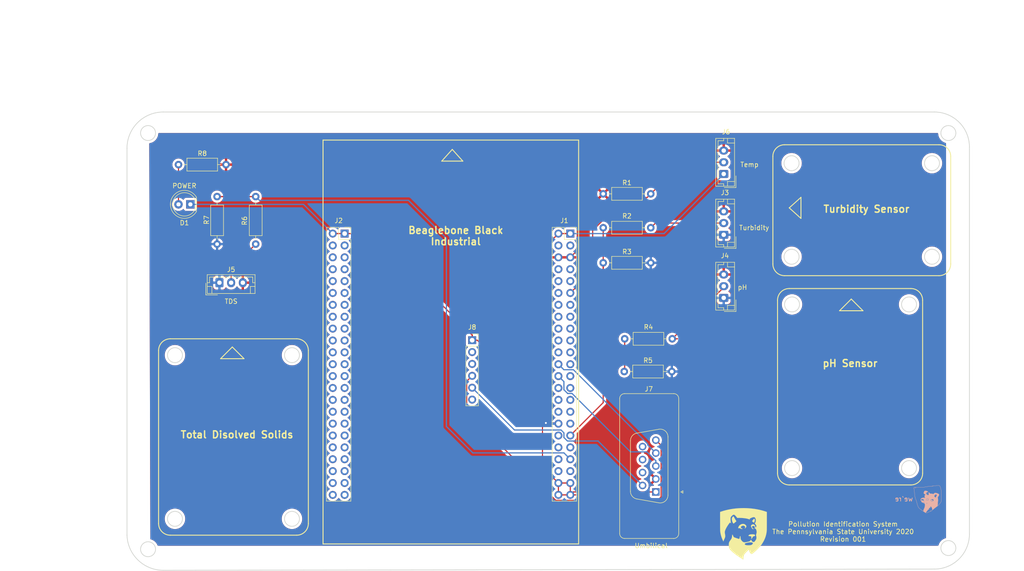
<source format=kicad_pcb>
(kicad_pcb (version 20171130) (host pcbnew "(5.1.4)-1")

  (general
    (thickness 1.6)
    (drawings 89)
    (tracks 96)
    (zones 0)
    (modules 19)
    (nets 16)
  )

  (page A4)
  (layers
    (0 F.Cu signal)
    (31 B.Cu signal)
    (32 B.Adhes user)
    (33 F.Adhes user)
    (34 B.Paste user)
    (35 F.Paste user)
    (36 B.SilkS user hide)
    (37 F.SilkS user)
    (38 B.Mask user)
    (39 F.Mask user)
    (40 Dwgs.User user)
    (41 Cmts.User user)
    (42 Eco1.User user)
    (43 Eco2.User user)
    (44 Edge.Cuts user)
    (45 Margin user)
    (46 B.CrtYd user)
    (47 F.CrtYd user)
    (48 B.Fab user)
    (49 F.Fab user)
  )

  (setup
    (last_trace_width 0.25)
    (trace_clearance 0.2)
    (zone_clearance 0.508)
    (zone_45_only no)
    (trace_min 0.2)
    (via_size 0.8)
    (via_drill 0.4)
    (via_min_size 0.4)
    (via_min_drill 0.3)
    (uvia_size 0.3)
    (uvia_drill 0.1)
    (uvias_allowed no)
    (uvia_min_size 0.2)
    (uvia_min_drill 0.1)
    (edge_width 0.15)
    (segment_width 0.2)
    (pcb_text_width 0.3)
    (pcb_text_size 1.5 1.5)
    (mod_edge_width 0.15)
    (mod_text_size 1 1)
    (mod_text_width 0.15)
    (pad_size 1.524 1.524)
    (pad_drill 0.762)
    (pad_to_mask_clearance 0.051)
    (solder_mask_min_width 0.25)
    (aux_axis_origin 0 0)
    (visible_elements 7FFFFFFF)
    (pcbplotparams
      (layerselection 0x010fc_ffffffff)
      (usegerberextensions false)
      (usegerberattributes false)
      (usegerberadvancedattributes false)
      (creategerberjobfile false)
      (excludeedgelayer true)
      (linewidth 0.100000)
      (plotframeref false)
      (viasonmask false)
      (mode 1)
      (useauxorigin false)
      (hpglpennumber 1)
      (hpglpenspeed 20)
      (hpglpendiameter 15.000000)
      (psnegative false)
      (psa4output false)
      (plotreference true)
      (plotvalue true)
      (plotinvisibletext false)
      (padsonsilk false)
      (subtractmaskfromsilk false)
      (outputformat 1)
      (mirror false)
      (drillshape 1)
      (scaleselection 1)
      (outputdirectory ""))
  )

  (net 0 "")
  (net 1 DGND)
  (net 2 AGND)
  (net 3 DATA_RX)
  (net 4 DATA_TX)
  (net 5 "Net-(J1-Pad11)")
  (net 6 5V)
  (net 7 "Net-(J3-Pad2)")
  (net 8 "Net-(J4-Pad2)")
  (net 9 "Net-(J5-Pad2)")
  (net 10 "Net-(J7-Pad5)")
  (net 11 "Net-(J7-Pad6)")
  (net 12 "Net-(J1-Pad39)")
  (net 13 "Net-(J1-Pad37)")
  (net 14 "Net-(J1-Pad35)")
  (net 15 "Net-(D1-Pad2)")

  (net_class Default "This is the default net class."
    (clearance 0.2)
    (trace_width 0.25)
    (via_dia 0.8)
    (via_drill 0.4)
    (uvia_dia 0.3)
    (uvia_drill 0.1)
    (add_net 5V)
    (add_net AGND)
    (add_net DATA_RX)
    (add_net DATA_TX)
    (add_net DGND)
    (add_net "Net-(D1-Pad2)")
    (add_net "Net-(J1-Pad11)")
    (add_net "Net-(J1-Pad35)")
    (add_net "Net-(J1-Pad37)")
    (add_net "Net-(J1-Pad39)")
    (add_net "Net-(J3-Pad2)")
    (add_net "Net-(J4-Pad2)")
    (add_net "Net-(J5-Pad2)")
    (add_net "Net-(J7-Pad5)")
    (add_net "Net-(J7-Pad6)")
  )

  (module Symbol:weare (layer F.Cu) (tedit 0) (tstamp 5DC91D61)
    (at 186.75 135)
    (fp_text reference G*** (at 0 0) (layer F.SilkS) hide
      (effects (font (size 1.524 1.524) (thickness 0.3)))
    )
    (fp_text value LOGO (at 0.75 0) (layer F.SilkS) hide
      (effects (font (size 1.524 1.524) (thickness 0.3)))
    )
    (fp_poly (pts (xy 0.743525 -5.528117) (xy 1.1303 -5.505048) (xy 1.712718 -5.453437) (xy 2.278695 -5.383145)
      (xy 2.829202 -5.29398) (xy 3.365215 -5.18575) (xy 3.887706 -5.058264) (xy 4.397648 -4.911329)
      (xy 4.778375 -4.7862) (xy 4.9657 -4.721266) (xy 4.965574 -2.852758) (xy 4.965466 -2.597189)
      (xy 4.965183 -2.353805) (xy 4.964731 -2.123715) (xy 4.964118 -1.908029) (xy 4.963351 -1.707855)
      (xy 4.962435 -1.524302) (xy 4.96138 -1.35848) (xy 4.96019 -1.211498) (xy 4.958874 -1.084465)
      (xy 4.957439 -0.978489) (xy 4.955891 -0.89468) (xy 4.954237 -0.834148) (xy 4.952638 -0.8001)
      (xy 4.914911 -0.423936) (xy 4.854506 -0.057019) (xy 4.771037 0.301789) (xy 4.664117 0.653628)
      (xy 4.53336 0.999638) (xy 4.378381 1.340956) (xy 4.198792 1.678721) (xy 4.003162 2.00025)
      (xy 3.81199 2.278622) (xy 3.59726 2.558865) (xy 3.360555 2.839221) (xy 3.103458 3.117936)
      (xy 2.827552 3.393253) (xy 2.534418 3.663417) (xy 2.393631 3.785988) (xy 2.198613 3.949247)
      (xy 2.001521 4.107598) (xy 1.880451 4.20143) (xy 1.82784 4.241411) (xy 1.789417 4.267483)
      (xy 1.758678 4.28047) (xy 1.729121 4.281193) (xy 1.694242 4.270475) (xy 1.647537 4.24914)
      (xy 1.617576 4.234679) (xy 1.523437 4.176591) (xy 1.439296 4.097405) (xy 1.36459 3.996353)
      (xy 1.298755 3.872667) (xy 1.241227 3.725579) (xy 1.239248 3.719671) (xy 1.221039 3.655284)
      (xy 1.205138 3.582151) (xy 1.195627 3.52095) (xy 1.189254 3.47144) (xy 1.182546 3.431243)
      (xy 1.176728 3.407457) (xy 1.175556 3.404904) (xy 1.158299 3.395853) (xy 1.126493 3.391106)
      (xy 1.11799 3.3909) (xy 1.097991 3.392399) (xy 1.07726 3.397935) (xy 1.054 3.409061)
      (xy 1.026414 3.427333) (xy 0.992707 3.454305) (xy 0.95108 3.491531) (xy 0.899739 3.540567)
      (xy 0.836885 3.602967) (xy 0.760722 3.680285) (xy 0.669454 3.774077) (xy 0.639798 3.80469)
      (xy 0.536171 3.912007) (xy 0.448647 4.003447) (xy 0.375452 4.081173) (xy 0.314808 4.147347)
      (xy 0.264937 4.204131) (xy 0.224065 4.253689) (xy 0.190413 4.298182) (xy 0.162206 4.339774)
      (xy 0.137666 4.380627) (xy 0.115017 4.422903) (xy 0.092483 4.468766) (xy 0.0901 4.473773)
      (xy 0.056377 4.55042) (xy 0.029178 4.626261) (xy 0.007754 4.705475) (xy -0.008645 4.792238)
      (xy -0.020769 4.890729) (xy -0.029369 5.005125) (xy -0.035195 5.139604) (xy -0.036334 5.177891)
      (xy -0.04445 5.472633) (xy -0.3429 5.288044) (xy -0.424222 5.237748) (xy -0.501217 5.19013)
      (xy -0.570417 5.147335) (xy -0.628355 5.111507) (xy -0.671562 5.08479) (xy -0.696292 5.069502)
      (xy -0.721904 5.053184) (xy -0.76509 5.025114) (xy -0.822293 4.98763) (xy -0.889951 4.94307)
      (xy -0.964506 4.893771) (xy -1.026492 4.852646) (xy -1.3048 4.664154) (xy -1.567413 4.479058)
      (xy -1.813149 4.298284) (xy -2.040829 4.122757) (xy -2.249274 3.953399) (xy -2.437305 3.791136)
      (xy -2.603741 3.636893) (xy -2.699623 3.541539) (xy -2.787246 3.44919) (xy -2.85825 3.368594)
      (xy -2.915885 3.295682) (xy -2.963402 3.226385) (xy -2.997513 3.16865) (xy -3.021167 3.126958)
      (xy -3.041935 3.092424) (xy -3.054691 3.0734) (xy -3.066989 3.048915) (xy -3.08233 3.00509)
      (xy -3.099228 2.947581) (xy -3.116196 2.882039) (xy -3.131748 2.814119) (xy -3.144396 2.749475)
      (xy -3.151008 2.707104) (xy -3.155757 2.653595) (xy -3.15894 2.578219) (xy -3.160488 2.484463)
      (xy -3.160334 2.375816) (xy -3.159088 2.288004) (xy -3.156833 2.184991) (xy -3.154781 2.119442)
      (xy 0.244019 2.119442) (xy 0.247006 2.151489) (xy 0.263611 2.207505) (xy 0.295086 2.255668)
      (xy 0.342746 2.296434) (xy 0.40791 2.330262) (xy 0.491894 2.357609) (xy 0.596015 2.378935)
      (xy 0.721591 2.394696) (xy 0.869939 2.405351) (xy 0.9906 2.410091) (xy 1.027894 2.410061)
      (xy 1.084162 2.40866) (xy 1.153024 2.406106) (xy 1.228104 2.402618) (xy 1.265049 2.400646)
      (xy 1.396637 2.390375) (xy 1.507207 2.374654) (xy 1.600818 2.352073) (xy 1.681527 2.321224)
      (xy 1.753394 2.280699) (xy 1.820477 2.22909) (xy 1.857084 2.195195) (xy 1.918256 2.126138)
      (xy 1.958855 2.059562) (xy 1.978207 1.9975) (xy 1.975642 1.941985) (xy 1.954599 1.900008)
      (xy 1.904965 1.85621) (xy 1.833231 1.821607) (xy 1.741002 1.796269) (xy 1.629882 1.780268)
      (xy 1.501476 1.773674) (xy 1.357389 1.776558) (xy 1.199226 1.788991) (xy 1.028591 1.811042)
      (xy 0.847089 1.842784) (xy 0.8128 1.849653) (xy 0.660905 1.88429) (xy 0.531629 1.921478)
      (xy 0.425611 1.960969) (xy 0.343485 2.002516) (xy 0.285888 2.045872) (xy 0.273512 2.059166)
      (xy 0.251082 2.090608) (xy 0.244019 2.119442) (xy -3.154781 2.119442) (xy -3.154274 2.103285)
      (xy -3.151084 2.038795) (xy -3.146937 1.987427) (xy -3.141507 1.945088) (xy -3.134468 1.907687)
      (xy -3.126061 1.87325) (xy -3.092777 1.773382) (xy -3.045364 1.665702) (xy -2.988429 1.559545)
      (xy -2.92658 1.464244) (xy -2.919173 1.45415) (xy -2.881929 1.40413) (xy -2.836677 1.34336)
      (xy -2.790579 1.281458) (xy -2.767858 1.25095) (xy -2.700381 1.158341) (xy -2.645202 1.076717)
      (xy -2.600678 1.001592) (xy -2.565166 0.928483) (xy -2.537024 0.852906) (xy -2.514609 0.770377)
      (xy -2.496279 0.676413) (xy -2.48039 0.566528) (xy -2.465301 0.436241) (xy -2.463624 0.420515)
      (xy -2.45488 0.342812) (xy -2.446033 0.272699) (xy -2.437709 0.214524) (xy -2.430531 0.172635)
      (xy -2.425126 0.151377) (xy -2.424831 0.150775) (xy -2.402612 0.13093) (xy -2.374045 0.129012)
      (xy -2.353062 0.142875) (xy -2.343895 0.159763) (xy -2.326986 0.195447) (xy -2.304444 0.24531)
      (xy -2.27838 0.304738) (xy -2.267421 0.3302) (xy -2.226608 0.424385) (xy -2.192759 0.498392)
      (xy -2.163396 0.555621) (xy -2.13604 0.599473) (xy -2.10821 0.633348) (xy -2.077429 0.660648)
      (xy -2.041217 0.684772) (xy -1.997094 0.709122) (xy -1.98755 0.714086) (xy -1.953951 0.729124)
      (xy -1.900544 0.750154) (xy -1.830899 0.775984) (xy -1.748585 0.805423) (xy -1.657174 0.837278)
      (xy -1.560234 0.870356) (xy -1.461336 0.903466) (xy -1.364048 0.935414) (xy -1.271941 0.965009)
      (xy -1.188585 0.991057) (xy -1.117549 1.012368) (xy -1.062403 1.027747) (xy -1.026717 1.036004)
      (xy -1.021383 1.036801) (xy -0.967983 1.038491) (xy -0.930038 1.030202) (xy -0.927893 1.029124)
      (xy -0.898667 1.001868) (xy -0.871882 0.952259) (xy -0.847254 0.879498) (xy -0.8245 0.782785)
      (xy -0.808134 0.691835) (xy -0.792692 0.601439) (xy -0.779006 0.533546) (xy -0.766165 0.485395)
      (xy -0.753258 0.454231) (xy -0.739376 0.437293) (xy -0.723609 0.431824) (xy -0.722309 0.4318)
      (xy -0.705271 0.435674) (xy -0.691815 0.449152) (xy -0.68133 0.475012) (xy -0.673205 0.516032)
      (xy -0.666827 0.574993) (xy -0.661586 0.654673) (xy -0.65834 0.722556) (xy -0.652556 0.831786)
      (xy -0.645051 0.920437) (xy -0.634869 0.993314) (xy -0.621057 1.055228) (xy -0.60266 1.110984)
      (xy -0.578722 1.165392) (xy -0.565072 1.192273) (xy -0.526851 1.256069) (xy -0.474495 1.330877)
      (xy -0.412724 1.410689) (xy -0.346261 1.4895) (xy -0.279826 1.561304) (xy -0.257202 1.583914)
      (xy -0.156745 1.66463) (xy -0.043448 1.723555) (xy 0.082223 1.760534) (xy 0.2198 1.77541)
      (xy 0.31115 1.773447) (xy 0.355977 1.768267) (xy 0.421029 1.757821) (xy 0.501988 1.743047)
      (xy 0.594539 1.724883) (xy 0.694365 1.704267) (xy 0.797151 1.682137) (xy 0.898581 1.65943)
      (xy 0.994339 1.637086) (xy 1.080109 1.61604) (xy 1.151574 1.597233) (xy 1.204419 1.5816)
      (xy 1.22176 1.575555) (xy 1.305234 1.530977) (xy 1.386835 1.461354) (xy 1.466724 1.366542)
      (xy 1.479338 1.349054) (xy 1.524789 1.288541) (xy 1.561256 1.250602) (xy 1.591263 1.235164)
      (xy 1.617335 1.242159) (xy 1.641999 1.271517) (xy 1.667777 1.323166) (xy 1.676343 1.343577)
      (xy 1.713244 1.432196) (xy 1.744717 1.50051) (xy 1.77429 1.551982) (xy 1.805493 1.590075)
      (xy 1.841855 1.618252) (xy 1.886904 1.639977) (xy 1.944171 1.658711) (xy 2.017023 1.677878)
      (xy 2.098036 1.696405) (xy 2.160242 1.705637) (xy 2.208546 1.705379) (xy 2.247855 1.695436)
      (xy 2.283074 1.675611) (xy 2.294723 1.666797) (xy 2.317166 1.644158) (xy 2.350654 1.604366)
      (xy 2.392253 1.551472) (xy 2.439025 1.489527) (xy 2.488033 1.422585) (xy 2.536342 1.354695)
      (xy 2.581014 1.289909) (xy 2.619113 1.23228) (xy 2.647702 1.185858) (xy 2.660558 1.16205)
      (xy 2.704773 1.044685) (xy 2.732522 0.914167) (xy 2.743521 0.77692) (xy 2.737485 0.639367)
      (xy 2.714129 0.507935) (xy 2.692651 0.437363) (xy 2.674047 0.38393) (xy 2.658491 0.336314)
      (xy 2.648317 0.301791) (xy 2.646048 0.2921) (xy 2.647421 0.270924) (xy 2.654513 0.229194)
      (xy 2.666486 0.170892) (xy 2.682497 0.100002) (xy 2.701708 0.020506) (xy 2.711693 -0.01905)
      (xy 2.783202 -0.29845) (xy 2.778358 -0.4826) (xy 2.776371 -0.550859) (xy 2.7737 -0.603632)
      (xy 2.769114 -0.647467) (xy 2.761377 -0.688915) (xy 2.749257 -0.734524) (xy 2.73152 -0.790845)
      (xy 2.706932 -0.864427) (xy 2.705828 -0.867704) (xy 2.674467 -0.957633) (xy 2.647182 -1.02645)
      (xy 2.621478 -1.077578) (xy 2.59486 -1.114442) (xy 2.564834 -1.140464) (xy 2.528905 -1.159069)
      (xy 2.484578 -1.17368) (xy 2.482444 -1.174272) (xy 2.423624 -1.190723) (xy 2.38574 -1.203174)
      (xy 2.365289 -1.214532) (xy 2.358763 -1.227704) (xy 2.362656 -1.245596) (xy 2.371392 -1.266349)
      (xy 2.385689 -1.319231) (xy 2.392578 -1.394489) (xy 2.393169 -1.4224) (xy 2.39245 -1.479896)
      (xy 2.388267 -1.520406) (xy 2.37907 -1.552275) (xy 2.36331 -1.583844) (xy 2.363134 -1.584151)
      (xy 2.315855 -1.643707) (xy 2.252714 -1.690712) (xy 2.196078 -1.714793) (xy 2.136435 -1.724756)
      (xy 2.065082 -1.726346) (xy 1.994165 -1.719912) (xy 1.940493 -1.707461) (xy 1.889797 -1.684424)
      (xy 1.842853 -1.653075) (xy 1.805186 -1.618206) (xy 1.78232 -1.584608) (xy 1.778 -1.566564)
      (xy 1.784209 -1.538048) (xy 1.800956 -1.493576) (xy 1.825417 -1.438795) (xy 1.85477 -1.379351)
      (xy 1.88619 -1.320892) (xy 1.916857 -1.269064) (xy 1.943946 -1.229514) (xy 1.950613 -1.221283)
      (xy 2.014189 -1.162842) (xy 2.084049 -1.128042) (xy 2.152144 -1.1176) (xy 2.186404 -1.115292)
      (xy 2.207058 -1.109448) (xy 2.2098 -1.105885) (xy 2.197944 -1.092371) (xy 2.165756 -1.080037)
      (xy 2.118302 -1.070049) (xy 2.060651 -1.063569) (xy 2.017681 -1.061754) (xy 1.958036 -1.063373)
      (xy 1.913315 -1.072542) (xy 1.877691 -1.092975) (xy 1.845337 -1.128381) (xy 1.810428 -1.182472)
      (xy 1.800012 -1.200407) (xy 1.769789 -1.254714) (xy 1.735564 -1.318802) (xy 1.699538 -1.388251)
      (xy 1.663913 -1.458641) (xy 1.630891 -1.525556) (xy 1.602672 -1.584574) (xy 1.58146 -1.631278)
      (xy 1.569454 -1.661248) (xy 1.568052 -1.665997) (xy 1.566514 -1.72193) (xy 1.584593 -1.784609)
      (xy 1.619156 -1.84949) (xy 1.667067 -1.912027) (xy 1.725193 -1.967677) (xy 1.790399 -2.011893)
      (xy 1.815033 -2.02415) (xy 1.899135 -2.052463) (xy 1.988949 -2.066651) (xy 2.074786 -2.065616)
      (xy 2.116407 -2.058258) (xy 2.16775 -2.038364) (xy 2.228087 -2.004408) (xy 2.28977 -1.961519)
      (xy 2.345151 -1.914823) (xy 2.372909 -1.886277) (xy 2.430673 -1.802632) (xy 2.472691 -1.703666)
      (xy 2.496813 -1.595514) (xy 2.5019 -1.518144) (xy 2.509357 -1.463383) (xy 2.530896 -1.427513)
      (xy 2.565262 -1.41219) (xy 2.582089 -1.412162) (xy 2.617716 -1.424632) (xy 2.647387 -1.455772)
      (xy 2.672377 -1.507658) (xy 2.693962 -1.582365) (xy 2.698162 -1.601057) (xy 2.710388 -1.670189)
      (xy 2.714326 -1.732484) (xy 2.708592 -1.791187) (xy 2.691804 -1.849541) (xy 2.662578 -1.910791)
      (xy 2.619531 -1.97818) (xy 2.561281 -2.054953) (xy 2.486443 -2.144354) (xy 2.447484 -2.189003)
      (xy 2.386718 -2.258021) (xy 2.42591 -2.316093) (xy 2.467736 -2.386554) (xy 2.509786 -2.471997)
      (xy 2.54767 -2.562429) (xy 2.576996 -2.647855) (xy 2.585671 -2.6797) (xy 2.599762 -2.756283)
      (xy 2.607495 -2.847648) (xy 2.609452 -2.9337) (xy 2.608982 -3.004953) (xy 2.606445 -3.058842)
      (xy 2.600772 -3.103382) (xy 2.590893 -3.146591) (xy 2.575738 -3.196484) (xy 2.573453 -3.203489)
      (xy 2.535575 -3.303711) (xy 2.491362 -3.394957) (xy 2.443379 -3.47294) (xy 2.394194 -3.533373)
      (xy 2.35671 -3.565526) (xy 2.323079 -3.586777) (xy 2.294179 -3.599159) (xy 2.260859 -3.605029)
      (xy 2.213972 -3.606744) (xy 2.196494 -3.606801) (xy 2.11101 -3.603192) (xy 2.025759 -3.591599)
      (xy 1.936991 -3.570867) (xy 1.840951 -3.539844) (xy 1.733886 -3.497376) (xy 1.612044 -3.44231)
      (xy 1.526787 -3.401016) (xy 1.439817 -3.357211) (xy 1.374152 -3.321453) (xy 1.327857 -3.291541)
      (xy 1.298998 -3.265276) (xy 1.285638 -3.240456) (xy 1.285842 -3.214881) (xy 1.297676 -3.18635)
      (xy 1.314449 -3.159572) (xy 1.33367 -3.129844) (xy 1.344955 -3.1096) (xy 1.346199 -3.105824)
      (xy 1.335598 -3.098497) (xy 1.305735 -3.102851) (xy 1.259522 -3.118182) (xy 1.211431 -3.138468)
      (xy 1.070049 -3.194599) (xy 0.903878 -3.246044) (xy 0.713103 -3.292767) (xy 0.497907 -3.33473)
      (xy 0.258472 -3.371897) (xy -0.005018 -3.40423) (xy -0.19685 -3.423346) (xy -0.286519 -3.430351)
      (xy -0.390424 -3.43651) (xy -0.504227 -3.441734) (xy -0.623587 -3.445935) (xy -0.744164 -3.449024)
      (xy -0.861616 -3.450913) (xy -0.971606 -3.451515) (xy -1.069791 -3.45074) (xy -1.151832 -3.4485)
      (xy -1.213388 -3.444708) (xy -1.2192 -3.444143) (xy -1.33985 -3.431793) (xy -1.3716 -3.466526)
      (xy -1.390334 -3.488109) (xy -1.421509 -3.525223) (xy -1.461613 -3.573636) (xy -1.507132 -3.629116)
      (xy -1.536491 -3.665155) (xy -1.594042 -3.734022) (xy -1.659033 -3.808601) (xy -1.724426 -3.880997)
      (xy -1.783182 -3.943314) (xy -1.796841 -3.957232) (xy -1.865025 -4.022908) (xy -1.922716 -4.070389)
      (xy -1.974484 -4.101933) (xy -2.024899 -4.119799) (xy -2.078531 -4.126242) (xy -2.134451 -4.124042)
      (xy -2.185096 -4.11624) (xy -2.233165 -4.100985) (xy -2.282054 -4.076069) (xy -2.335159 -4.039281)
      (xy -2.395876 -3.988414) (xy -2.467602 -3.921257) (xy -2.509352 -3.880185) (xy -2.584224 -3.803676)
      (xy -2.645129 -3.735421) (xy -2.6934 -3.671568) (xy -2.730371 -3.608267) (xy -2.757373 -3.541668)
      (xy -2.77574 -3.467919) (xy -2.786805 -3.38317) (xy -2.7919 -3.283571) (xy -2.792358 -3.165272)
      (xy -2.790595 -3.067622) (xy -2.786678 -2.943358) (xy -2.780804 -2.838175) (xy -2.772207 -2.74578)
      (xy -2.760124 -2.659883) (xy -2.743788 -2.574191) (xy -2.722436 -2.482414) (xy -2.716648 -2.459442)
      (xy -2.70407 -2.405397) (xy -2.699286 -2.370349) (xy -2.701843 -2.349269) (xy -2.706083 -2.341967)
      (xy -2.727531 -2.326141) (xy -2.750925 -2.331028) (xy -2.779025 -2.357833) (xy -2.797025 -2.381702)
      (xy -2.836035 -2.42654) (xy -2.874345 -2.447696) (xy -2.91477 -2.446644) (xy -2.918792 -2.445451)
      (xy -2.936824 -2.431833) (xy -2.967081 -2.399882) (xy -3.00749 -2.352258) (xy -3.055981 -2.291623)
      (xy -3.110481 -2.220639) (xy -3.168919 -2.141966) (xy -3.229224 -2.058267) (xy -3.289323 -1.972202)
      (xy -3.304875 -1.94945) (xy -3.443443 -1.739133) (xy -3.56955 -1.534188) (xy -3.682191 -1.336554)
      (xy -3.780365 -1.148169) (xy -3.863068 -0.97097) (xy -3.929296 -0.806898) (xy -3.978047 -0.657889)
      (xy -3.983442 -0.63826) (xy -4.002288 -0.554292) (xy -4.013406 -0.468922) (xy -4.016738 -0.377763)
      (xy -4.012227 -0.276428) (xy -3.999816 -0.16053) (xy -3.979447 -0.025683) (xy -3.975093 0)
      (xy -3.951357 0.147206) (xy -3.935061 0.274545) (xy -3.92678 0.386604) (xy -3.927087 0.487969)
      (xy -3.936556 0.583226) (xy -3.955761 0.676963) (xy -3.985274 0.773765) (xy -4.025671 0.878221)
      (xy -4.077524 0.994915) (xy -4.107444 1.058279) (xy -4.172385 1.198976) (xy -4.223238 1.320307)
      (xy -4.259844 1.421857) (xy -4.282046 1.503209) (xy -4.286603 1.528276) (xy -4.294064 1.563006)
      (xy -4.302984 1.584315) (xy -4.307263 1.5875) (xy -4.316343 1.576578) (xy -4.334302 1.546221)
      (xy -4.359338 1.500036) (xy -4.389651 1.441633) (xy -4.423438 1.374622) (xy -4.458899 1.302611)
      (xy -4.494232 1.229211) (xy -4.527637 1.15803) (xy -4.557312 1.092677) (xy -4.578067 1.044859)
      (xy -4.712872 0.692913) (xy -4.824397 0.332753) (xy -4.911835 -0.032819) (xy -4.952824 -0.256194)
      (xy -4.961627 -0.310292) (xy -4.969639 -0.360113) (xy -4.9769 -0.407026) (xy -4.98345 -0.4524)
      (xy -4.989329 -0.497602) (xy -4.994577 -0.544002) (xy -4.999234 -0.592968) (xy -5.00334 -0.645867)
      (xy -5.006934 -0.70407) (xy -5.010057 -0.768943) (xy -5.012749 -0.841855) (xy -5.01505 -0.924176)
      (xy -5.017 -1.017272) (xy -5.018638 -1.122513) (xy -5.020005 -1.241268) (xy -5.021141 -1.374903)
      (xy -5.022085 -1.524789) (xy -5.022878 -1.692292) (xy -5.02356 -1.878783) (xy -5.02417 -2.085628)
      (xy -5.024749 -2.314197) (xy -5.025337 -2.565858) (xy -5.025766 -2.752726) (xy -5.026245 -2.974393)
      (xy -5.026647 -3.189051) (xy -5.02697 -3.395336) (xy -5.027216 -3.591882) (xy -5.027384 -3.777326)
      (xy -5.027476 -3.950302) (xy -5.027492 -4.109446) (xy -5.027432 -4.253394) (xy -5.027296 -4.38078)
      (xy -5.027085 -4.490241) (xy -5.026799 -4.580411) (xy -5.026438 -4.649926) (xy -5.026004 -4.697422)
      (xy -5.025495 -4.721534) (xy -5.025227 -4.7244) (xy -5.012096 -4.728314) (xy -4.979153 -4.739118)
      (xy -4.930592 -4.75541) (xy -4.870608 -4.775788) (xy -4.830994 -4.789353) (xy -4.321283 -4.952061)
      (xy -3.796409 -5.095576) (xy -3.258081 -5.219692) (xy -2.708005 -5.324204) (xy -2.147889 -5.408907)
      (xy -1.579441 -5.473596) (xy -1.004368 -5.518067) (xy -0.424378 -5.542114) (xy 0.158822 -5.545533)
      (xy 0.743525 -5.528117)) (layer F.SilkS) (width 0.01))
    (fp_poly (pts (xy 1.946341 0.057222) (xy 2.08977 0.070301) (xy 2.178788 0.08287) (xy 2.266321 0.098857)
      (xy 2.331667 0.117182) (xy 2.378035 0.140156) (xy 2.408639 0.170095) (xy 2.42669 0.20931)
      (xy 2.435399 0.260117) (xy 2.436049 0.268195) (xy 2.437202 0.320736) (xy 2.430106 0.361677)
      (xy 2.411777 0.393646) (xy 2.379232 0.419276) (xy 2.329487 0.441196) (xy 2.25956 0.462036)
      (xy 2.199417 0.476826) (xy 2.138102 0.492803) (xy 2.081971 0.510291) (xy 2.038105 0.526925)
      (xy 2.01691 0.537817) (xy 1.999633 0.549882) (xy 1.985763 0.56208) (xy 1.972794 0.578469)
      (xy 1.958224 0.603108) (xy 1.939549 0.640057) (xy 1.914265 0.693375) (xy 1.893435 0.738017)
      (xy 1.843675 0.8327) (xy 1.791001 0.910671) (xy 1.737637 0.969034) (xy 1.69019 1.002743)
      (xy 1.658174 1.017563) (xy 1.639806 1.020119) (xy 1.626926 1.01117) (xy 1.624889 1.008794)
      (xy 1.618624 0.995303) (xy 1.618188 0.973324) (xy 1.624163 0.938117) (xy 1.637133 0.884942)
      (xy 1.642696 0.863954) (xy 1.657485 0.801691) (xy 1.668972 0.73979) (xy 1.675506 0.687822)
      (xy 1.6764 0.668558) (xy 1.671572 0.61828) (xy 1.655624 0.576494) (xy 1.626356 0.54198)
      (xy 1.581568 0.513514) (xy 1.519061 0.489876) (xy 1.436636 0.469844) (xy 1.332093 0.452197)
      (xy 1.272195 0.444059) (xy 1.202411 0.43488) (xy 1.140387 0.42625) (xy 1.091026 0.418889)
      (xy 1.059228 0.413515) (xy 1.050925 0.411641) (xy 1.032893 0.398691) (xy 1.031696 0.374586)
      (xy 1.047735 0.336745) (xy 1.067898 0.303087) (xy 1.108913 0.246769) (xy 1.154862 0.200294)
      (xy 1.208779 0.162439) (xy 1.2737 0.131984) (xy 1.352658 0.107704) (xy 1.448688 0.088378)
      (xy 1.564823 0.072784) (xy 1.6637 0.063083) (xy 1.80803 0.054959) (xy 1.946341 0.057222)) (layer F.SilkS) (width 0.01))
    (fp_poly (pts (xy 0.032167 -2.149387) (xy 0.117761 -2.131573) (xy 0.195917 -2.100932) (xy 0.272338 -2.05536)
      (xy 0.352728 -1.992754) (xy 0.420493 -1.932016) (xy 0.48335 -1.871208) (xy 0.528442 -1.821053)
      (xy 0.558248 -1.776859) (xy 0.575248 -1.733938) (xy 0.581921 -1.6876) (xy 0.580745 -1.633155)
      (xy 0.580468 -1.629388) (xy 0.563184 -1.52896) (xy 0.526008 -1.438662) (xy 0.466644 -1.353534)
      (xy 0.438183 -1.32192) (xy 0.400874 -1.287605) (xy 0.356431 -1.253841) (xy 0.309958 -1.223626)
      (xy 0.266559 -1.199961) (xy 0.231337 -1.185842) (xy 0.209398 -1.184271) (xy 0.206799 -1.185968)
      (xy 0.210599 -1.198421) (xy 0.227905 -1.223058) (xy 0.246757 -1.245285) (xy 0.289783 -1.302756)
      (xy 0.322257 -1.365559) (xy 0.340336 -1.425419) (xy 0.342775 -1.452028) (xy 0.331409 -1.512702)
      (xy 0.300333 -1.577355) (xy 0.253555 -1.640876) (xy 0.195081 -1.698151) (xy 0.128918 -1.744069)
      (xy 0.103831 -1.756907) (xy 0.072747 -1.76941) (xy 0.040002 -1.777524) (xy -0.000953 -1.782122)
      (xy -0.056664 -1.784079) (xy -0.1016 -1.78435) (xy -0.167178 -1.783815) (xy -0.214386 -1.781463)
      (xy -0.250242 -1.776177) (xy -0.281768 -1.766837) (xy -0.315983 -1.752326) (xy -0.322963 -1.749081)
      (xy -0.395038 -1.708536) (xy -0.461452 -1.658571) (xy -0.518502 -1.603184) (xy -0.562484 -1.546376)
      (xy -0.589695 -1.492144) (xy -0.5969 -1.45325) (xy -0.588994 -1.421558) (xy -0.568151 -1.378165)
      (xy -0.538688 -1.330012) (xy -0.504919 -1.284039) (xy -0.471161 -1.247189) (xy -0.465794 -1.242383)
      (xy -0.42944 -1.216803) (xy -0.37804 -1.187653) (xy -0.320603 -1.159517) (xy -0.266139 -1.136982)
      (xy -0.244475 -1.129732) (xy -0.206991 -1.115201) (xy -0.191902 -1.101701) (xy -0.196205 -1.089768)
      (xy -0.216902 -1.079943) (xy -0.25099 -1.07276) (xy -0.295469 -1.06876) (xy -0.347337 -1.068478)
      (xy -0.403595 -1.072454) (xy -0.461241 -1.081223) (xy -0.485488 -1.086549) (xy -0.586244 -1.120549)
      (xy -0.67856 -1.170045) (xy -0.737195 -1.214898) (xy -0.768438 -1.241355) (xy -0.792899 -1.25371)
      (xy -0.82197 -1.255601) (xy -0.854214 -1.252272) (xy -0.939559 -1.242198) (xy -1.003513 -1.236093)
      (xy -1.049783 -1.234026) (xy -1.082079 -1.236064) (xy -1.104106 -1.242275) (xy -1.119573 -1.252727)
      (xy -1.12395 -1.257209) (xy -1.144053 -1.288985) (xy -1.151502 -1.32806) (xy -1.14579 -1.377395)
      (xy -1.126411 -1.439949) (xy -1.092859 -1.518682) (xy -1.071638 -1.562952) (xy -1.022012 -1.658923)
      (xy -0.974665 -1.737684) (xy -0.925292 -1.803704) (xy -0.869583 -1.861453) (xy -0.803233 -1.9154)
      (xy -0.721934 -1.970016) (xy -0.6223 -2.029243) (xy -0.540222 -2.074231) (xy -0.470663 -2.106627)
      (xy -0.405676 -2.12871) (xy -0.337316 -2.142761) (xy -0.257635 -2.151059) (xy -0.18415 -2.15494)
      (xy -0.066569 -2.156474) (xy 0.032167 -2.149387)) (layer F.SilkS) (width 0.01))
    (fp_poly (pts (xy -2.182764 -3.761396) (xy -2.145663 -3.736813) (xy -2.104931 -3.693542) (xy -2.063098 -3.634171)
      (xy -2.031073 -3.57785) (xy -1.966213 -3.455467) (xy -1.894878 -3.3254) (xy -1.821452 -3.195415)
      (xy -1.750317 -3.073278) (xy -1.688984 -2.9718) (xy -1.64132 -2.894558) (xy -1.60571 -2.835777)
      (xy -1.580781 -2.792358) (xy -1.56516 -2.7612) (xy -1.557476 -2.739203) (xy -1.556355 -2.723267)
      (xy -1.560425 -2.710293) (xy -1.567764 -2.698016) (xy -1.586328 -2.678537) (xy -1.620933 -2.64967)
      (xy -1.666208 -2.615692) (xy -1.705115 -2.588634) (xy -1.761485 -2.54767) (xy -1.827045 -2.495215)
      (xy -1.893464 -2.438171) (xy -1.949838 -2.385946) (xy -2.010757 -2.32779) (xy -2.057628 -2.286461)
      (xy -2.093775 -2.260255) (xy -2.122524 -2.247471) (xy -2.147199 -2.246406) (xy -2.171125 -2.255356)
      (xy -2.18645 -2.264788) (xy -2.235015 -2.309004) (xy -2.28402 -2.374906) (xy -2.331628 -2.458885)
      (xy -2.376004 -2.557329) (xy -2.415313 -2.666627) (xy -2.44574 -2.77495) (xy -2.464411 -2.860347)
      (xy -2.481502 -2.954859) (xy -2.495991 -3.051237) (xy -2.506859 -3.142232) (xy -2.513087 -3.220595)
      (xy -2.514163 -3.261376) (xy -2.50576 -3.332101) (xy -2.483205 -3.410015) (xy -2.44929 -3.490441)
      (xy -2.406809 -3.568699) (xy -2.358555 -3.64011) (xy -2.30732 -3.699996) (xy -2.255898 -3.743677)
      (xy -2.213704 -3.764701) (xy -2.182764 -3.761396)) (layer F.SilkS) (width 0.01))
    (fp_poly (pts (xy 2.298497 -3.26246) (xy 2.322135 -3.231408) (xy 2.3495 -3.181557) (xy 2.369968 -3.139194)
      (xy 2.382872 -3.105562) (xy 2.389865 -3.07239) (xy 2.392601 -3.031408) (xy 2.392733 -2.974343)
      (xy 2.392648 -2.965657) (xy 2.390001 -2.89118) (xy 2.382641 -2.830424) (xy 2.368824 -2.771885)
      (xy 2.357968 -2.73685) (xy 2.341664 -2.693314) (xy 2.319253 -2.641542) (xy 2.293228 -2.586382)
      (xy 2.266083 -2.532684) (xy 2.240313 -2.485299) (xy 2.218412 -2.449075) (xy 2.202873 -2.428862)
      (xy 2.198248 -2.426277) (xy 2.185908 -2.434529) (xy 2.16021 -2.455796) (xy 2.126352 -2.485746)
      (xy 2.1209 -2.490712) (xy 2.062631 -2.540866) (xy 1.997931 -2.591518) (xy 1.933965 -2.637397)
      (xy 1.877901 -2.673232) (xy 1.857375 -2.684566) (xy 1.833971 -2.699417) (xy 1.820198 -2.716907)
      (xy 1.817067 -2.739379) (xy 1.825592 -2.769176) (xy 1.846786 -2.808638) (xy 1.88166 -2.860109)
      (xy 1.931228 -2.925929) (xy 1.996503 -3.008443) (xy 1.998484 -3.010913) (xy 2.067462 -3.093733)
      (xy 2.130337 -3.162945) (xy 2.185354 -3.216901) (xy 2.230759 -3.25395) (xy 2.2648 -3.272442)
      (xy 2.278215 -3.274081) (xy 2.298497 -3.26246)) (layer F.SilkS) (width 0.01))
  )

  (module Symbol:were (layer B.Cu) (tedit 0) (tstamp 5DC910E0)
    (at 226 127.5 180)
    (fp_text reference G*** (at 0 0) (layer B.SilkS) hide
      (effects (font (size 1.524 1.524) (thickness 0.3)) (justify mirror))
    )
    (fp_text value LOGO (at 0 4.5) (layer B.SilkS) hide
      (effects (font (size 1.524 1.524) (thickness 0.3)) (justify mirror))
    )
    (fp_poly (pts (xy -2.283758 2.88677) (xy -2.2352 2.886388) (xy -2.129312 2.885191) (xy -2.044337 2.883299)
      (xy -1.975794 2.880421) (xy -1.919198 2.876263) (xy -1.870067 2.870533) (xy -1.823918 2.862938)
      (xy -1.798228 2.85787) (xy -1.729405 2.845378) (xy -1.647895 2.833196) (xy -1.566369 2.823123)
      (xy -1.525178 2.819054) (xy -1.405344 2.808537) (xy -1.308446 2.799775) (xy -1.2321 2.792498)
      (xy -1.173923 2.786433) (xy -1.131531 2.78131) (xy -1.10254 2.776858) (xy -1.084568 2.772805)
      (xy -1.07523 2.768881) (xy -1.073786 2.767717) (xy -1.056132 2.762164) (xy -1.020057 2.757976)
      (xy -0.972527 2.755881) (xy -0.959486 2.755769) (xy -0.880401 2.753943) (xy -0.786405 2.748521)
      (xy -0.675402 2.739313) (xy -0.545297 2.726127) (xy -0.393995 2.708774) (xy -0.254 2.691472)
      (xy -0.099811 2.671694) (xy 0.031892 2.654256) (xy 0.143874 2.638718) (xy 0.238895 2.624641)
      (xy 0.319718 2.611586) (xy 0.389105 2.599114) (xy 0.44982 2.586784) (xy 0.504624 2.574159)
      (xy 0.53975 2.565226) (xy 0.589548 2.552511) (xy 0.636922 2.541581) (xy 0.684341 2.532253)
      (xy 0.73427 2.524346) (xy 0.789177 2.517678) (xy 0.851529 2.512069) (xy 0.923794 2.507337)
      (xy 1.008437 2.503301) (xy 1.107927 2.499779) (xy 1.22473 2.496589) (xy 1.361313 2.493552)
      (xy 1.520145 2.490484) (xy 1.56845 2.489604) (xy 1.778699 2.485797) (xy 1.965032 2.482367)
      (xy 2.128929 2.479238) (xy 2.27187 2.476334) (xy 2.395333 2.473581) (xy 2.5008 2.470903)
      (xy 2.58975 2.468223) (xy 2.663662 2.465467) (xy 2.724017 2.462559) (xy 2.772294 2.459424)
      (xy 2.809973 2.455986) (xy 2.838534 2.452169) (xy 2.859457 2.447898) (xy 2.874221 2.443098)
      (xy 2.884307 2.437693) (xy 2.891194 2.431606) (xy 2.896361 2.424764) (xy 2.898322 2.421731)
      (xy 2.907316 2.387586) (xy 2.90479 2.333644) (xy 2.89102 2.262604) (xy 2.876886 2.210923)
      (xy 2.863342 2.15679) (xy 2.849368 2.085746) (xy 2.836455 2.00621) (xy 2.826092 1.926597)
      (xy 2.825341 1.91976) (xy 2.816573 1.845326) (xy 2.806686 1.772128) (xy 2.796766 1.707604)
      (xy 2.787898 1.659191) (xy 2.786095 1.651) (xy 2.779914 1.614707) (xy 2.772973 1.557795)
      (xy 2.765722 1.485018) (xy 2.758612 1.40113) (xy 2.752094 1.310883) (xy 2.748751 1.2573)
      (xy 2.735841 1.063596) (xy 2.721271 0.894864) (xy 2.705054 0.751204) (xy 2.6872 0.632716)
      (xy 2.672368 0.5588) (xy 2.652579 0.476969) (xy 2.629411 0.387711) (xy 2.604162 0.295432)
      (xy 2.57813 0.204534) (xy 2.552614 0.119422) (xy 2.528911 0.044499) (xy 2.50832 -0.015831)
      (xy 2.492139 -0.057165) (xy 2.488498 -0.064888) (xy 2.453523 -0.143031) (xy 2.414979 -0.24583)
      (xy 2.37301 -0.372811) (xy 2.327759 -0.523503) (xy 2.279369 -0.697434) (xy 2.227982 -0.894131)
      (xy 2.183448 -1.07315) (xy 2.160769 -1.159655) (xy 2.133805 -1.252351) (xy 2.10535 -1.342193)
      (xy 2.078203 -1.420136) (xy 2.067605 -1.4478) (xy 2.013006 -1.579746) (xy 1.961916 -1.690812)
      (xy 1.911824 -1.784794) (xy 1.860221 -1.865489) (xy 1.804596 -1.936693) (xy 1.74244 -2.002203)
      (xy 1.671243 -2.065816) (xy 1.64465 -2.087591) (xy 1.606376 -2.117447) (xy 1.553107 -2.157708)
      (xy 1.487839 -2.206218) (xy 1.413571 -2.260819) (xy 1.3333 -2.31935) (xy 1.250025 -2.379656)
      (xy 1.166742 -2.439577) (xy 1.086451 -2.496954) (xy 1.012149 -2.549631) (xy 0.946834 -2.595448)
      (xy 0.893504 -2.632247) (xy 0.855156 -2.657871) (xy 0.837048 -2.669) (xy 0.803637 -2.688793)
      (xy 0.777208 -2.707071) (xy 0.776998 -2.70724) (xy 0.751777 -2.724679) (xy 0.717335 -2.745354)
      (xy 0.7112 -2.748761) (xy 0.671949 -2.772674) (xy 0.622846 -2.806028) (xy 0.569993 -2.844275)
      (xy 0.519491 -2.882864) (xy 0.477443 -2.917246) (xy 0.44995 -2.942871) (xy 0.448094 -2.944939)
      (xy 0.429264 -2.962761) (xy 0.406599 -2.972988) (xy 0.372284 -2.978006) (xy 0.333794 -2.979794)
      (xy 0.278806 -2.979586) (xy 0.211572 -2.976743) (xy 0.145041 -2.97185) (xy 0.133512 -2.970734)
      (xy 0.042485 -2.958947) (xy -0.034603 -2.94213) (xy -0.106558 -2.917362) (xy -0.182186 -2.881726)
      (xy -0.252107 -2.842934) (xy -0.332874 -2.799035) (xy -0.400771 -2.769107) (xy -0.462086 -2.750443)
      (xy -0.472122 -2.748234) (xy -0.52844 -2.732304) (xy -0.598179 -2.706175) (xy -0.673162 -2.673014)
      (xy -0.699229 -2.660284) (xy -0.756516 -2.633061) (xy -0.808993 -2.610842) (xy -0.850717 -2.595976)
      (xy -0.875158 -2.5908) (xy -0.896033 -2.587543) (xy -0.91725 -2.57532) (xy -0.943288 -2.550451)
      (xy -0.978625 -2.509258) (xy -0.987165 -2.498783) (xy -1.02276 -2.458053) (xy -1.065634 -2.413728)
      (xy -1.111486 -2.369696) (xy -1.15602 -2.329844) (xy -1.167163 -2.320743) (xy -1.063495 -2.320743)
      (xy -1.052696 -2.3501) (xy -1.02862 -2.388522) (xy -0.989465 -2.440762) (xy -0.986355 -2.44475)
      (xy -0.941923 -2.498595) (xy -0.908059 -2.532395) (xy -0.882678 -2.548127) (xy -0.875768 -2.549695)
      (xy -0.853087 -2.556227) (xy -0.812837 -2.571777) (xy -0.760251 -2.594181) (xy -0.700566 -2.621275)
      (xy -0.6858 -2.628219) (xy -0.619159 -2.658228) (xy -0.552278 -2.685669) (xy -0.492572 -2.707661)
      (xy -0.447453 -2.721323) (xy -0.444378 -2.722042) (xy -0.384895 -2.740724) (xy -0.311302 -2.772294)
      (xy -0.22962 -2.814152) (xy -0.224239 -2.817131) (xy -0.148728 -2.857469) (xy -0.085741 -2.886217)
      (xy -0.026819 -2.906102) (xy 0.036495 -2.91985) (xy 0.112659 -2.930189) (xy 0.13335 -2.93242)
      (xy 0.218709 -2.940482) (xy 0.281316 -2.944299) (xy 0.323464 -2.943837) (xy 0.347449 -2.939061)
      (xy 0.355566 -2.92994) (xy 0.3556 -2.929134) (xy 0.346042 -2.913173) (xy 0.321082 -2.888445)
      (xy 0.288925 -2.862459) (xy 0.264781 -2.841835) (xy 0.23449 -2.810734) (xy 0.196618 -2.767411)
      (xy 0.149735 -2.710119) (xy 0.092407 -2.637114) (xy 0.023204 -2.54665) (xy -0.0508 -2.448348)
      (xy -0.130837 -2.342553) (xy -0.212521 -2.236622) (xy -0.294119 -2.132651) (xy -0.373896 -2.032738)
      (xy -0.450116 -1.938981) (xy -0.521045 -1.853475) (xy -0.584949 -1.778318) (xy -0.640091 -1.715608)
      (xy -0.684738 -1.667441) (xy -0.717155 -1.635914) (xy -0.732355 -1.624473) (xy -0.750589 -1.616817)
      (xy -0.767899 -1.615751) (xy -0.785846 -1.623281) (xy -0.805989 -1.641411) (xy -0.829888 -1.672148)
      (xy -0.859104 -1.717494) (xy -0.895195 -1.779457) (xy -0.939721 -1.86004) (xy -0.994006 -1.960805)
      (xy -1.011774 -2.007805) (xy -1.024018 -2.073622) (xy -1.02929 -2.126838) (xy -1.03475 -2.181757)
      (xy -1.041846 -2.22943) (xy -1.049374 -2.262403) (xy -1.052454 -2.270223) (xy -1.062814 -2.295701)
      (xy -1.063495 -2.320743) (xy -1.167163 -2.320743) (xy -1.194936 -2.298062) (xy -1.223936 -2.278236)
      (xy -1.236181 -2.27355) (xy -1.249226 -2.265454) (xy -1.27707 -2.243552) (xy -1.315717 -2.211119)
      (xy -1.361165 -2.17143) (xy -1.364431 -2.168525) (xy -1.416489 -2.122875) (xy -1.46816 -2.07881)
      (xy -1.513035 -2.041728) (xy -1.541623 -2.0193) (xy -1.586961 -1.98489) (xy -1.634504 -1.94794)
      (xy -1.654633 -1.93196) (xy -1.69765 -1.899233) (xy -1.747298 -1.863964) (xy -1.77161 -1.847651)
      (xy -1.811546 -1.819111) (xy -1.860767 -1.780373) (xy -1.91012 -1.738706) (xy -1.921483 -1.728615)
      (xy -1.960498 -1.694455) (xy -1.992694 -1.667962) (xy -2.013308 -1.652977) (xy -2.01773 -1.651)
      (xy -2.037953 -1.643111) (xy -2.073596 -1.621238) (xy -2.120913 -1.588065) (xy -2.176163 -1.546279)
      (xy -2.235601 -1.498567) (xy -2.267835 -1.471528) (xy -2.313146 -1.432258) (xy -2.352731 -1.396046)
      (xy -2.390017 -1.359182) (xy -2.428432 -1.317956) (xy -2.471404 -1.268658) (xy -2.522359 -1.207578)
      (xy -2.584725 -1.131007) (xy -2.600692 -1.11125) (xy -2.649136 -1.051305) (xy -2.70089 -0.987355)
      (xy -2.749082 -0.927885) (xy -2.780526 -0.88915) (xy -2.822919 -0.832191) (xy -2.865855 -0.766636)
      (xy -2.901411 -0.704748) (xy -2.907722 -0.6923) (xy -2.930994 -0.642705) (xy -2.951082 -0.594141)
      (xy -2.968208 -0.544381) (xy -2.982597 -0.491199) (xy -2.994473 -0.432369) (xy -3.004059 -0.365662)
      (xy -3.01158 -0.288854) (xy -3.01726 -0.199716) (xy -3.021323 -0.096022) (xy -3.023992 0.024454)
      (xy -3.025491 0.163939) (xy -3.026045 0.324661) (xy -3.025974 0.426436) (xy -2.989618 0.426436)
      (xy -2.989524 0.28899) (xy -2.988732 0.157061) (xy -2.987226 0.034067) (xy -2.984991 -0.076575)
      (xy -2.98201 -0.171446) (xy -2.978268 -0.247129) (xy -2.974651 -0.29219) (xy -2.956048 -0.42691)
      (xy -2.929464 -0.542587) (xy -2.892738 -0.644904) (xy -2.843712 -0.739542) (xy -2.780223 -0.832184)
      (xy -2.759084 -0.859131) (xy -2.724084 -0.902641) (xy -2.678362 -0.959484) (xy -2.627113 -1.023203)
      (xy -2.575531 -1.087339) (xy -2.559895 -1.106781) (xy -2.489449 -1.191642) (xy -2.417642 -1.273183)
      (xy -2.347975 -1.347738) (xy -2.283951 -1.41164) (xy -2.229074 -1.461221) (xy -2.198806 -1.484858)
      (xy -2.172461 -1.502925) (xy -2.16289 -1.506496) (xy -2.166353 -1.496048) (xy -2.17031 -1.488497)
      (xy -2.179092 -1.46558) (xy -2.191776 -1.424267) (xy -2.206504 -1.370901) (xy -2.218297 -1.324661)
      (xy -2.231054 -1.270252) (xy -2.240109 -1.223184) (xy -2.246048 -1.177069) (xy -2.24946 -1.125518)
      (xy -2.250931 -1.062145) (xy -2.251008 -1.008391) (xy 0.0244 -1.008391) (xy 0.043586 -1.014563)
      (xy 0.059969 -1.013552) (xy 0.085724 -1.002184) (xy 0.116584 -0.972217) (xy 0.147828 -0.931694)
      (xy 0.175671 -0.891349) (xy 0.189545 -0.866512) (xy 0.191213 -0.852757) (xy 0.182443 -0.845653)
      (xy 0.182168 -0.845546) (xy 0.163982 -0.847772) (xy 0.136238 -0.866551) (xy 0.096459 -0.903651)
      (xy 0.086124 -0.914162) (xy 0.045402 -0.959207) (xy 0.024917 -0.990278) (xy 0.0244 -1.008391)
      (xy -2.251008 -1.008391) (xy -2.251048 -0.980561) (xy -2.250998 -0.968854) (xy -2.251247 -0.891177)
      (xy -2.252605 -0.817139) (xy -2.25488 -0.752696) (xy -2.257881 -0.703803) (xy -2.260143 -0.683104)
      (xy -2.262939 -0.664844) (xy 0.590312 -0.664844) (xy 0.591466 -0.675401) (xy 0.614009 -0.692967)
      (xy 0.63898 -0.706994) (xy 0.683698 -0.726585) (xy 0.733079 -0.742563) (xy 0.781907 -0.754049)
      (xy 0.824967 -0.760167) (xy 0.857042 -0.760038) (xy 0.872919 -0.752787) (xy 0.873214 -0.746393)
      (xy 0.859503 -0.735722) (xy 0.827294 -0.7205) (xy 0.782453 -0.703355) (xy 0.761031 -0.696137)
      (xy 0.695909 -0.676943) (xy 0.644463 -0.665443) (xy 0.608621 -0.661468) (xy 0.590312 -0.664844)
      (xy -2.262939 -0.664844) (xy -2.266471 -0.641789) (xy -2.275371 -0.584212) (xy -2.285475 -0.519202)
      (xy -2.292182 -0.47625) (xy -2.29987 -0.424661) (xy -2.304949 -0.381122) (xy -2.307438 -0.339904)
      (xy -2.307357 -0.295283) (xy -2.307008 -0.288155) (xy -1.314907 -0.288155) (xy -1.313032 -0.339444)
      (xy -1.307661 -0.380318) (xy -1.298675 -0.404349) (xy -1.2954 -0.407237) (xy -1.276617 -0.415704)
      (xy -1.239468 -0.431115) (xy -1.189295 -0.451294) (xy -1.131439 -0.474067) (xy -1.1303 -0.47451)
      (xy -1.042187 -0.506318) (xy -0.972769 -0.525449) (xy -0.919072 -0.532479) (xy -0.878125 -0.527987)
      (xy -0.869611 -0.525162) (xy -0.85364 -0.509926) (xy -0.834564 -0.480714) (xy 0.671166 -0.480714)
      (xy 0.683735 -0.473417) (xy 0.71068 -0.447281) (xy 0.727069 -0.429927) (xy 0.766225 -0.390349)
      (xy 0.799963 -0.364666) (xy 0.838297 -0.346598) (xy 0.88265 -0.332339) (xy 0.938567 -0.318606)
      (xy 1.006956 -0.305432) (xy 1.074957 -0.295231) (xy 1.089269 -0.293551) (xy 1.159582 -0.283676)
      (xy 1.214309 -0.270132) (xy 1.263244 -0.250238) (xy 1.281317 -0.241012) (xy 1.336148 -0.206863)
      (xy 1.36739 -0.174207) (xy 1.376514 -0.140409) (xy 1.364991 -0.102834) (xy 1.361765 -0.097038)
      (xy 1.338512 -0.05715) (xy 1.148681 -0.0508) (xy 1.071728 -0.047749) (xy 1.015739 -0.04415)
      (xy 0.976276 -0.039403) (xy 0.948903 -0.032913) (xy 0.929184 -0.024083) (xy 0.923528 -0.020504)
      (xy 0.898162 -0.005907) (xy 0.883029 -0.001998) (xy 0.882321 -0.002445) (xy 0.875468 -0.015405)
      (xy 0.860318 -0.047293) (xy 0.838814 -0.093792) (xy 0.812899 -0.150584) (xy 0.784515 -0.213351)
      (xy 0.755606 -0.277778) (xy 0.728114 -0.339546) (xy 0.703981 -0.394339) (xy 0.68515 -0.437839)
      (xy 0.673564 -0.465729) (xy 0.671975 -0.4699) (xy 0.671166 -0.480714) (xy -0.834564 -0.480714)
      (xy -0.8329 -0.478166) (xy -0.81316 -0.439437) (xy -0.790826 -0.395311) (xy -0.767659 -0.357899)
      (xy -0.751038 -0.337756) (xy -0.728028 -0.304249) (xy -0.728312 -0.264322) (xy -0.751913 -0.216193)
      (xy -0.75262 -0.215138) (xy -0.801105 -0.159411) (xy -0.862643 -0.113083) (xy -0.93295 -0.077015)
      (xy -1.007743 -0.052066) (xy -1.082737 -0.039095) (xy -1.153646 -0.038962) (xy -1.216187 -0.052527)
      (xy -1.266075 -0.080648) (xy -1.289839 -0.107371) (xy -1.300753 -0.136058) (xy -1.308649 -0.180036)
      (xy -1.313407 -0.232877) (xy -1.314907 -0.288155) (xy -2.307008 -0.288155) (xy -2.304725 -0.24153)
      (xy -2.299563 -0.17292) (xy -2.293458 -0.1016) (xy -2.285849 -0.017266) (xy -2.28583 -0.017056)
      (xy -0.248494 -0.017056) (xy -0.244185 -0.088861) (xy -0.242601 -0.099908) (xy -0.223924 -0.19113)
      (xy -0.198768 -0.258741) (xy -0.166627 -0.30382) (xy -0.13707 -0.323737) (xy -0.105106 -0.332342)
      (xy -0.058121 -0.338542) (xy -0.001757 -0.342338) (xy 0.058341 -0.343727) (xy 0.116533 -0.342708)
      (xy 0.167173 -0.33928) (xy 0.204619 -0.333442) (xy 0.223228 -0.325192) (xy 0.224019 -0.323819)
      (xy 0.224239 -0.304908) (xy 0.219751 -0.266332) (xy 0.211308 -0.213228) (xy 0.199662 -0.150738)
      (xy 0.195995 -0.132575) (xy 0.17736 -0.047992) (xy 0.158546 0.014525) (xy 0.135664 0.05804)
      (xy 0.104829 0.085615) (xy 0.062154 0.100314) (xy 0.003752 0.105198) (xy -0.074264 0.10333)
      (xy -0.1016 0.101936) (xy -0.166271 0.092659) (xy -0.211201 0.071323) (xy -0.238054 0.035545)
      (xy -0.248494 -0.017056) (xy -2.28583 -0.017056) (xy -2.277819 0.067383) (xy -2.270046 0.145484)
      (xy -2.26321 0.210175) (xy -2.259181 0.245148) (xy -2.253749 0.299156) (xy -2.251126 0.346362)
      (xy -2.251666 0.379011) (xy -2.25272 0.385773) (xy -2.264141 0.407955) (xy -2.288485 0.442635)
      (xy -2.321347 0.483739) (xy -2.336626 0.501452) (xy -2.400261 0.583153) (xy -2.452411 0.669461)
      (xy -2.491417 0.756071) (xy -2.515618 0.83868) (xy -2.515636 0.838862) (xy -2.026662 0.838862)
      (xy -2.021916 0.793948) (xy -2.001299 0.73748) (xy -1.963966 0.666174) (xy -1.961367 0.661682)
      (xy -1.928497 0.601368) (xy -1.893469 0.531232) (xy -1.86319 0.46518) (xy -1.859787 0.4572)
      (xy -1.82869 0.387959) (xy -1.802813 0.340978) (xy -1.78068 0.314017) (xy -1.760817 0.304835)
      (xy -1.759527 0.3048) (xy -1.743209 0.312314) (xy -1.71345 0.332162) (xy -1.676226 0.360307)
      (xy -1.670207 0.365125) (xy -1.598066 0.433536) (xy -1.543946 0.506585) (xy -1.510056 0.580597)
      (xy -1.4986 0.650484) (xy -1.501351 0.684103) (xy -1.51308 0.709651) (xy -1.539006 0.736795)
      (xy -1.550705 0.747014) (xy -1.59228 0.792427) (xy -1.631142 0.852535) (xy -1.64278 0.875232)
      (xy -1.664493 0.918734) (xy -1.681097 0.944132) (xy -1.697631 0.956605) (xy -1.719134 0.961334)
      (xy -1.7272 0.962009) (xy -1.75957 0.960263) (xy -1.807856 0.952894) (xy -1.863567 0.941301)
      (xy -1.88595 0.935816) (xy -1.943298 0.919946) (xy -1.980741 0.906199) (xy -2.003378 0.89222)
      (xy -2.016307 0.875651) (xy -2.016382 0.875508) (xy -2.026662 0.838862) (xy -2.515636 0.838862)
      (xy -2.523354 0.912983) (xy -2.515846 0.966053) (xy -2.48996 1.012456) (xy -2.44123 1.059794)
      (xy -2.372117 1.106849) (xy -2.285085 1.152406) (xy -2.182598 1.195249) (xy -2.067119 1.23416)
      (xy -1.941111 1.267924) (xy -1.875027 1.282476) (xy -1.774323 1.300255) (xy -1.692158 1.307002)
      (xy -1.623588 1.301359) (xy -1.563667 1.281967) (xy -1.507448 1.247467) (xy -1.449987 1.196499)
      (xy -1.410488 1.154846) (xy -1.36434 1.105908) (xy -1.330127 1.074606) (xy -1.304547 1.058254)
      (xy -1.286521 1.054101) (xy -1.260483 1.058152) (xy -1.217827 1.069013) (xy -1.165783 1.084742)
      (xy -1.138158 1.093943) (xy -1.092972 1.108886) (xy -1.053618 1.119837) (xy -1.014279 1.127628)
      (xy -0.969141 1.133093) (xy -0.912388 1.137062) (xy -0.838204 1.140368) (xy -0.805202 1.141589)
      (xy -0.717045 1.145393) (xy -0.651582 1.149784) (xy -0.606111 1.155054) (xy -0.57793 1.161495)
      (xy -0.566339 1.167414) (xy -0.549325 1.185878) (xy -0.523014 1.219278) (xy -0.492212 1.261424)
      (xy -0.481912 1.276152) (xy -0.433446 1.338488) (xy -0.387634 1.382415) (xy -0.367773 1.395771)
      (xy -0.341139 1.410356) (xy -0.320478 1.418905) (xy -0.305033 1.41898) (xy -0.294044 1.408142)
      (xy -0.286753 1.383952) (xy -0.282402 1.343972) (xy -0.280231 1.285763) (xy -0.279484 1.206886)
      (xy -0.2794 1.111649) (xy -0.279347 1.017137) (xy -0.279005 0.945003) (xy -0.278097 0.892222)
      (xy -0.276349 0.855773) (xy -0.273486 0.832633) (xy -0.269232 0.819777) (xy -0.263313 0.814185)
      (xy -0.255453 0.812832) (xy -0.252195 0.812801) (xy -0.221179 0.817173) (xy -0.17192 0.829221)
      (xy -0.109816 0.847337) (xy -0.040267 0.869916) (xy 0.031328 0.895351) (xy 0.053568 0.903748)
      (xy 0.10091 0.922632) (xy 0.133609 0.939432) (xy 0.158732 0.95996) (xy 0.18335 0.990026)
      (xy 0.214531 1.035442) (xy 0.215493 1.036881) (xy 0.252887 1.09758) (xy 0.273393 1.145843)
      (xy 0.277711 1.187556) (xy 0.266543 1.228609) (xy 0.243299 1.270689) (xy 0.173241 1.365528)
      (xy 0.098416 1.439293) (xy 0.020469 1.490803) (xy -0.058954 1.518877) (xy -0.109695 1.524001)
      (xy -0.156319 1.526634) (xy -0.181031 1.535686) (xy -0.186878 1.552888) (xy -0.183406 1.565811)
      (xy -0.168726 1.579451) (xy -0.135255 1.599868) (xy -0.087922 1.624768) (xy -0.031661 1.651853)
      (xy 0.028599 1.678827) (xy 0.087925 1.703395) (xy 0.141386 1.723258) (xy 0.180368 1.735206)
      (xy 0.235898 1.745223) (xy 0.302863 1.750936) (xy 0.375035 1.752531) (xy 0.446188 1.750192)
      (xy 0.510097 1.744102) (xy 0.560535 1.734447) (xy 0.588903 1.723103) (xy 0.614564 1.697013)
      (xy 0.644538 1.652156) (xy 0.676156 1.594184) (xy 0.706748 1.528753) (xy 0.733644 1.461516)
      (xy 0.754176 1.398127) (xy 0.764765 1.350626) (xy 0.77276 1.275922) (xy 0.769257 1.215879)
      (xy 0.751767 1.166305) (xy 0.7178 1.123008) (xy 0.664868 1.081793) (xy 0.590481 1.038469)
      (xy 0.574432 1.030024) (xy 0.520593 1.001299) (xy 0.472491 0.974333) (xy 0.436325 0.952673)
      (xy 0.421 0.94223) (xy 0.39115 0.918718) (xy 0.487675 0.824052) (xy 0.5842 0.729387)
      (xy 0.5842 0.608299) (xy 0.578924 0.503376) (xy 0.562142 0.416381) (xy 0.532418 0.341925)
      (xy 0.49921 0.288925) (xy 0.455036 0.2286) (xy 0.519618 0.2286) (xy 0.559929 0.230576)
      (xy 0.579814 0.237435) (xy 0.5842 0.24765) (xy 0.586546 0.249255) (xy 0.675131 0.249255)
      (xy 0.678431 0.247992) (xy 0.703318 0.247031) (xy 0.747887 0.246463) (xy 0.7874 0.246347)
      (xy 0.843978 0.246604) (xy 0.882141 0.247315) (xy 0.899982 0.248387) (xy 0.895594 0.249732)
      (xy 0.879475 0.25073) (xy 0.814879 0.2524) (xy 0.74329 0.252176) (xy 0.695325 0.25073)
      (xy 0.675131 0.249255) (xy 0.586546 0.249255) (xy 0.595985 0.255711) (xy 0.627824 0.261867)
      (xy 0.674442 0.266118) (xy 0.730564 0.268466) (xy 0.790916 0.268909) (xy 0.850223 0.267447)
      (xy 0.90321 0.264081) (xy 0.944602 0.258811) (xy 0.969125 0.251637) (xy 0.973307 0.24765)
      (xy 0.987227 0.23538) (xy 1.019576 0.229493) (xy 1.04953 0.2286) (xy 1.121162 0.219283)
      (xy 1.192662 0.190238) (xy 1.267422 0.139826) (xy 1.311758 0.101851) (xy 1.373199 0.038029)
      (xy 1.41418 -0.025304) (xy 1.437827 -0.095318) (xy 1.447268 -0.179184) (xy 1.4478 -0.210075)
      (xy 1.446632 -0.272543) (xy 1.440591 -0.315384) (xy 1.425874 -0.344347) (xy 1.398674 -0.365182)
      (xy 1.355187 -0.383639) (xy 1.326264 -0.393733) (xy 1.283813 -0.408255) (xy 1.24982 -0.420007)
      (xy 1.23408 -0.42557) (xy 1.229074 -0.436006) (xy 1.243912 -0.457826) (xy 1.256305 -0.470859)
      (xy 1.289206 -0.516525) (xy 1.296754 -0.562516) (xy 1.278939 -0.609041) (xy 1.246732 -0.646491)
      (xy 1.202433 -0.680918) (xy 1.139254 -0.720296) (xy 1.062525 -0.761883) (xy 0.977573 -0.802939)
      (xy 0.889725 -0.840721) (xy 0.813722 -0.869271) (xy 0.733933 -0.898214) (xy 0.674713 -0.923484)
      (xy 0.632022 -0.947683) (xy 0.601816 -0.973413) (xy 0.580053 -1.003276) (xy 0.567916 -1.027492)
      (xy 0.538024 -1.106539) (xy 0.518418 -1.187633) (xy 0.509195 -1.274089) (xy 0.510454 -1.369223)
      (xy 0.522292 -1.47635) (xy 0.544806 -1.598788) (xy 0.578094 -1.73985) (xy 0.590275 -1.786591)
      (xy 0.629617 -1.911064) (xy 0.678773 -2.028431) (xy 0.733984 -2.129763) (xy 0.736181 -2.133226)
      (xy 0.760575 -2.182117) (xy 0.784677 -2.249028) (xy 0.806598 -2.326626) (xy 0.824446 -2.407582)
      (xy 0.83633 -2.484564) (xy 0.840228 -2.536564) (xy 0.842608 -2.625162) (xy 1.199179 -2.370636)
      (xy 1.287473 -2.307357) (xy 1.372885 -2.24567) (xy 1.452248 -2.187897) (xy 1.522394 -2.136361)
      (xy 1.580156 -2.093385) (xy 1.622367 -2.061291) (xy 1.639643 -2.047629) (xy 1.737311 -1.956116)
      (xy 1.826118 -1.847721) (xy 1.90678 -1.721049) (xy 1.980015 -1.574702) (xy 2.046538 -1.407286)
      (xy 2.107066 -1.217405) (xy 2.150896 -1.051495) (xy 2.196636 -0.868981) (xy 2.24195 -0.697925)
      (xy 2.286204 -0.540404) (xy 2.328763 -0.398497) (xy 2.368993 -0.27428) (xy 2.406259 -0.169833)
      (xy 2.439925 -0.087231) (xy 2.455562 -0.054072) (xy 2.473135 -0.01343) (xy 2.49331 0.041868)
      (xy 2.512523 0.101838) (xy 2.51796 0.12065) (xy 2.53981 0.199599) (xy 2.562935 0.284748)
      (xy 2.586032 0.371136) (xy 2.607795 0.453799) (xy 2.62692 0.527775) (xy 2.642103 0.5881)
      (xy 2.652037 0.629814) (xy 2.653176 0.635) (xy 2.663964 0.695771) (xy 2.675052 0.777291)
      (xy 2.685987 0.87492) (xy 2.696314 0.984017) (xy 2.70558 1.099942) (xy 2.713332 1.218057)
      (xy 2.717116 1.28905) (xy 2.723466 1.395849) (xy 2.731683 1.495512) (xy 2.74121 1.582395)
      (xy 2.751493 1.650853) (xy 2.753968 1.6637) (xy 2.765737 1.72882) (xy 2.777725 1.807562)
      (xy 2.788236 1.888221) (xy 2.793533 1.93675) (xy 2.802728 2.012211) (xy 2.815509 2.093377)
      (xy 2.829914 2.168572) (xy 2.839348 2.209227) (xy 2.858436 2.290805) (xy 2.867975 2.350718)
      (xy 2.868075 2.390791) (xy 2.858848 2.41285) (xy 2.852007 2.417264) (xy 2.838949 2.421008)
      (xy 2.819221 2.424389) (xy 2.791149 2.427463) (xy 2.753063 2.430287) (xy 2.703291 2.432918)
      (xy 2.640162 2.435412) (xy 2.562005 2.437827) (xy 2.467147 2.440218) (xy 2.353918 2.442642)
      (xy 2.220646 2.445156) (xy 2.06566 2.447817) (xy 1.887288 2.450681) (xy 1.84785 2.451296)
      (xy 1.65458 2.454375) (xy 1.484661 2.457321) (xy 1.336044 2.460275) (xy 1.20668 2.463377)
      (xy 1.094522 2.466766) (xy 0.997521 2.470582) (xy 0.913629 2.474967) (xy 0.840798 2.480058)
      (xy 0.776979 2.485998) (xy 0.720124 2.492925) (xy 0.668185 2.500979) (xy 0.619114 2.510301)
      (xy 0.570861 2.521031) (xy 0.52138 2.533308) (xy 0.477114 2.544987) (xy 0.43333 2.554942)
      (xy 0.368546 2.566878) (xy 0.282087 2.580895) (xy 0.173278 2.597092) (xy 0.041442 2.61557)
      (xy -0.114096 2.636426) (xy -0.294012 2.659762) (xy -0.3556 2.667611) (xy -0.504369 2.685211)
      (xy -0.638784 2.698062) (xy -0.76928 2.706968) (xy -0.906289 2.712732) (xy -0.961009 2.714236)
      (xy -1.055623 2.716689) (xy -1.127874 2.719074) (xy -1.180798 2.72168) (xy -1.217428 2.724797)
      (xy -1.2408 2.728717) (xy -1.253949 2.733728) (xy -1.259909 2.740121) (xy -1.260903 2.742903)
      (xy -1.26527 2.74955) (xy -1.1049 2.74955) (xy -1.09855 2.7432) (xy -1.0922 2.74955)
      (xy -1.09855 2.7559) (xy -1.1049 2.74955) (xy -1.26527 2.74955) (xy -1.266586 2.751552)
      (xy -1.280966 2.758532) (xy -1.297547 2.76225) (xy -1.2446 2.76225) (xy -1.23825 2.7559)
      (xy -1.2319 2.76225) (xy -1.23825 2.7686) (xy -1.2446 2.76225) (xy -1.297547 2.76225)
      (xy -1.307653 2.764516) (xy -1.350255 2.770176) (xy -1.412383 2.776184) (xy -1.461944 2.78035)
      (xy -1.542391 2.788063) (xy -1.625727 2.798042) (xy -1.703227 2.80912) (xy -1.766166 2.82013)
      (xy -1.778 2.822604) (xy -1.834958 2.832348) (xy -1.90744 2.840641) (xy -1.991267 2.847399)
      (xy -2.082263 2.852538) (xy -2.176249 2.855976) (xy -2.269046 2.857628) (xy -2.356478 2.857412)
      (xy -2.434366 2.855243) (xy -2.498532 2.851039) (xy -2.544798 2.844715) (xy -2.565611 2.838341)
      (xy -2.609899 2.808952) (xy -2.650104 2.767398) (xy -2.687989 2.71082) (xy -2.725315 2.63636)
      (xy -2.763843 2.541157) (xy -2.785109 2.482014) (xy -2.827873 2.353296) (xy -2.861447 2.237208)
      (xy -2.887234 2.126536) (xy -2.906637 2.014071) (xy -2.921058 1.8926) (xy -2.931902 1.754913)
      (xy -2.934349 1.714867) (xy -2.940233 1.624393) (xy -2.94767 1.525912) (xy -2.955859 1.429202)
      (xy -2.963998 1.344039) (xy -2.967166 1.31445) (xy -2.97208 1.255917) (xy -2.976424 1.175556)
      (xy -2.980181 1.076787) (xy -2.983336 0.963027) (xy -2.985874 0.837694) (xy -2.987777 0.704206)
      (xy -2.98903 0.56598) (xy -2.989618 0.426436) (xy -3.025974 0.426436) (xy -3.025933 0.483028)
      (xy -3.025416 0.644692) (xy -3.024515 0.783455) (xy -3.023165 0.901816) (xy -3.021301 1.002271)
      (xy -3.018858 1.087318) (xy -3.01577 1.159454) (xy -3.011972 1.221178) (xy -3.007399 1.274986)
      (xy -3.004522 1.302178) (xy -2.996786 1.377976) (xy -2.988746 1.469885) (xy -2.981136 1.568634)
      (xy -2.974693 1.664955) (xy -2.972018 1.711564) (xy -2.956966 1.900831) (xy -2.932159 2.07414)
      (xy -2.896132 2.239544) (xy -2.84742 2.405096) (xy -2.843871 2.415782) (xy -2.802051 2.535386)
      (xy -2.763685 2.63258) (xy -2.727382 2.709888) (xy -2.691752 2.769832) (xy -2.655405 2.814938)
      (xy -2.61695 2.847727) (xy -2.600151 2.858255) (xy -2.582783 2.867777) (xy -2.566045 2.875059)
      (xy -2.546455 2.880371) (xy -2.520527 2.883981) (xy -2.484778 2.886157) (xy -2.435723 2.887168)
      (xy -2.369878 2.887283) (xy -2.283758 2.88677)) (layer B.SilkS) (width 0.01))
    (fp_poly (pts (xy -0.702692 -2.48339) (xy -0.678476 -2.495186) (xy -0.647899 -2.518585) (xy -0.635629 -2.543079)
      (xy -0.643298 -2.563424) (xy -0.655089 -2.570391) (xy -0.699699 -2.577198) (xy -0.73563 -2.560269)
      (xy -0.740982 -2.554874) (xy -0.759714 -2.526197) (xy -0.755728 -2.502784) (xy -0.741976 -2.488391)
      (xy -0.72455 -2.479366) (xy -0.702692 -2.48339)) (layer B.SilkS) (width 0.01))
    (fp_poly (pts (xy -0.34915 -2.106292) (xy -0.325176 -2.131023) (xy -0.297656 -2.166586) (xy -0.270584 -2.207081)
      (xy -0.247954 -2.24661) (xy -0.233761 -2.279273) (xy -0.231208 -2.296742) (xy -0.243879 -2.318446)
      (xy -0.265774 -2.321147) (xy -0.290783 -2.306092) (xy -0.309692 -2.280709) (xy -0.332368 -2.243769)
      (xy -0.356172 -2.212198) (xy -0.358693 -2.209406) (xy -0.37731 -2.17928) (xy -0.385486 -2.145279)
      (xy -0.382701 -2.115767) (xy -0.368437 -2.099105) (xy -0.365583 -2.098291) (xy -0.34915 -2.106292)) (layer B.SilkS) (width 0.01))
    (fp_poly (pts (xy -0.675566 -1.746089) (xy -0.643837 -1.769485) (xy -0.601969 -1.816108) (xy -0.598491 -1.82045)
      (xy -0.563445 -1.865594) (xy -0.543117 -1.895935) (xy -0.535717 -1.915973) (xy -0.539451 -1.930205)
      (xy -0.550317 -1.941329) (xy -0.570936 -1.948266) (xy -0.586093 -1.939709) (xy -0.614196 -1.912188)
      (xy -0.644926 -1.875791) (xy -0.673816 -1.83673) (xy -0.696401 -1.80122) (xy -0.708217 -1.775474)
      (xy -0.708858 -1.768864) (xy -0.697219 -1.745892) (xy -0.675566 -1.746089)) (layer B.SilkS) (width 0.01))
    (fp_poly (pts (xy 0.017463 1.150513) (xy 0.049162 1.137283) (xy 0.069982 1.12754) (xy 0.107596 1.111258)
      (xy 0.132013 1.107213) (xy 0.151541 1.114129) (xy 0.152699 1.11484) (xy 0.186001 1.128922)
      (xy 0.208456 1.124956) (xy 0.2159 1.105936) (xy 0.204722 1.081907) (xy 0.176364 1.057877)
      (xy 0.138583 1.038655) (xy 0.09914 1.029047) (xy 0.091222 1.0287) (xy 0.058012 1.035534)
      (xy 0.029041 1.059615) (xy 0.019696 1.071174) (xy -0.00245 1.106477) (xy -0.012228 1.135589)
      (xy -0.008344 1.153045) (xy -0.00034 1.1557) (xy 0.017463 1.150513)) (layer B.SilkS) (width 0.01))
    (fp_poly (pts (xy -0.010963 1.477971) (xy 0.020282 1.461258) (xy 0.055176 1.436414) (xy 0.086902 1.408681)
      (xy 0.108645 1.383301) (xy 0.1143 1.368991) (xy 0.105353 1.350392) (xy 0.080986 1.3479)
      (xy 0.044906 1.360913) (xy 0.003175 1.387073) (xy -0.032564 1.419653) (xy -0.049287 1.448941)
      (xy -0.045761 1.471603) (xy -0.031744 1.48131) (xy -0.010963 1.477971)) (layer B.SilkS) (width 0.01))
    (fp_poly (pts (xy 2.640268 2.425354) (xy 2.692879 2.424078) (xy 2.727163 2.421519) (xy 2.746655 2.417322)
      (xy 2.754889 2.411134) (xy 2.7559 2.40665) (xy 2.752383 2.399059) (xy 2.739436 2.39374)
      (xy 2.713465 2.390317) (xy 2.670872 2.388417) (xy 2.608064 2.387665) (xy 2.573108 2.3876)
      (xy 2.499338 2.388023) (xy 2.447257 2.389538) (xy 2.413166 2.392516) (xy 2.393365 2.397327)
      (xy 2.384153 2.404343) (xy 2.383007 2.40665) (xy 2.383041 2.408189) (xy 2.460749 2.408189)
      (xy 2.465745 2.406901) (xy 2.492073 2.405937) (xy 2.537697 2.405395) (xy 2.57175 2.405311)
      (xy 2.626867 2.405589) (xy 2.663219 2.406332) (xy 2.678958 2.407445) (xy 2.672239 2.408831)
      (xy 2.656919 2.409742) (xy 2.594114 2.4114) (xy 2.52607 2.411203) (xy 2.479119 2.409706)
      (xy 2.460749 2.408189) (xy 2.383041 2.408189) (xy 2.383175 2.414055) (xy 2.392571 2.419291)
      (xy 2.414621 2.422714) (xy 2.45275 2.424683) (xy 2.510385 2.425553) (xy 2.565798 2.4257)
      (xy 2.640268 2.425354)) (layer B.SilkS) (width 0.01))
    (fp_poly (pts (xy -0.943789 -0.193838) (xy -0.874141 -0.204823) (xy -0.827727 -0.224931) (xy -0.803946 -0.254507)
      (xy -0.800288 -0.276517) (xy -0.804878 -0.3127) (xy -0.816414 -0.36005) (xy -0.83199 -0.409276)
      (xy -0.8487 -0.451085) (xy -0.862231 -0.4746) (xy -0.890429 -0.489697) (xy -0.93894 -0.493392)
      (xy -1.005313 -0.485541) (xy -1.016 -0.48349) (xy -1.075647 -0.465115) (xy -1.11616 -0.43615)
      (xy -1.136519 -0.406654) (xy -1.153828 -0.354864) (xy -1.148048 -0.30586) (xy -1.130815 -0.270491)
      (xy -1.093423 -0.226437) (xy -1.044435 -0.200904) (xy -0.980192 -0.192393) (xy -0.943789 -0.193838)) (layer B.SilkS) (width 0.01))
    (fp_poly (pts (xy 0.035099 0.071654) (xy 0.079982 0.050799) (xy 0.089836 0.042181) (xy 0.102741 0.020815)
      (xy 0.119984 -0.018543) (xy 0.139521 -0.069794) (xy 0.15931 -0.126842) (xy 0.17731 -0.183588)
      (xy 0.191477 -0.233933) (xy 0.199769 -0.27178) (xy 0.20078 -0.289073) (xy 0.195427 -0.299582)
      (xy 0.181069 -0.306454) (xy 0.153 -0.310624) (xy 0.106513 -0.313025) (xy 0.076052 -0.313829)
      (xy 0.013882 -0.313385) (xy -0.041272 -0.309665) (xy -0.081368 -0.303288) (xy -0.088752 -0.301129)
      (xy -0.114392 -0.289412) (xy -0.134588 -0.271637) (xy -0.15167 -0.243521) (xy -0.167967 -0.200784)
      (xy -0.185809 -0.139142) (xy -0.194087 -0.107506) (xy -0.22225 0.002064) (xy -0.188012 0.031583)
      (xy -0.140906 0.059544) (xy -0.082949 0.075737) (xy -0.021746 0.07987) (xy 0.035099 0.071654)) (layer B.SilkS) (width 0.01))
    (fp_poly (pts (xy -1.70376 0.858789) (xy -1.676075 0.840995) (xy -1.671348 0.834492) (xy -1.665235 0.815225)
      (xy -1.677088 0.797163) (xy -1.6891 0.78715) (xy -1.71681 0.767774) (xy -1.734796 0.764449)
      (xy -1.752426 0.77647) (xy -1.758043 0.781958) (xy -1.775356 0.804259) (xy -1.773395 0.82464)
      (xy -1.761414 0.843329) (xy -1.735781 0.859918) (xy -1.70376 0.858789)) (layer B.SilkS) (width 0.01))
  )

  (module Resistor_THT:R_Axial_DIN0207_L6.3mm_D2.5mm_P10.16mm_Horizontal (layer F.Cu) (tedit 5AE5139B) (tstamp 5DC8FEE0)
    (at 66 56)
    (descr "Resistor, Axial_DIN0207 series, Axial, Horizontal, pin pitch=10.16mm, 0.25W = 1/4W, length*diameter=6.3*2.5mm^2, http://cdn-reichelt.de/documents/datenblatt/B400/1_4W%23YAG.pdf")
    (tags "Resistor Axial_DIN0207 series Axial Horizontal pin pitch 10.16mm 0.25W = 1/4W length 6.3mm diameter 2.5mm")
    (path /5DCA1114)
    (fp_text reference R8 (at 5.08 -2.37) (layer F.SilkS)
      (effects (font (size 1 1) (thickness 0.15)))
    )
    (fp_text value 180R (at 5.08 2.37) (layer F.Fab)
      (effects (font (size 1 1) (thickness 0.15)))
    )
    (fp_text user %R (at 5.08 0) (layer F.Fab)
      (effects (font (size 1 1) (thickness 0.15)))
    )
    (fp_line (start 11.21 -1.5) (end -1.05 -1.5) (layer F.CrtYd) (width 0.05))
    (fp_line (start 11.21 1.5) (end 11.21 -1.5) (layer F.CrtYd) (width 0.05))
    (fp_line (start -1.05 1.5) (end 11.21 1.5) (layer F.CrtYd) (width 0.05))
    (fp_line (start -1.05 -1.5) (end -1.05 1.5) (layer F.CrtYd) (width 0.05))
    (fp_line (start 9.12 0) (end 8.35 0) (layer F.SilkS) (width 0.12))
    (fp_line (start 1.04 0) (end 1.81 0) (layer F.SilkS) (width 0.12))
    (fp_line (start 8.35 -1.37) (end 1.81 -1.37) (layer F.SilkS) (width 0.12))
    (fp_line (start 8.35 1.37) (end 8.35 -1.37) (layer F.SilkS) (width 0.12))
    (fp_line (start 1.81 1.37) (end 8.35 1.37) (layer F.SilkS) (width 0.12))
    (fp_line (start 1.81 -1.37) (end 1.81 1.37) (layer F.SilkS) (width 0.12))
    (fp_line (start 10.16 0) (end 8.23 0) (layer F.Fab) (width 0.1))
    (fp_line (start 0 0) (end 1.93 0) (layer F.Fab) (width 0.1))
    (fp_line (start 8.23 -1.25) (end 1.93 -1.25) (layer F.Fab) (width 0.1))
    (fp_line (start 8.23 1.25) (end 8.23 -1.25) (layer F.Fab) (width 0.1))
    (fp_line (start 1.93 1.25) (end 8.23 1.25) (layer F.Fab) (width 0.1))
    (fp_line (start 1.93 -1.25) (end 1.93 1.25) (layer F.Fab) (width 0.1))
    (pad 2 thru_hole oval (at 10.16 0) (size 1.6 1.6) (drill 0.8) (layers *.Cu *.Mask)
      (net 6 5V))
    (pad 1 thru_hole circle (at 0 0) (size 1.6 1.6) (drill 0.8) (layers *.Cu *.Mask)
      (net 15 "Net-(D1-Pad2)"))
    (model ${KISYS3DMOD}/Resistor_THT.3dshapes/R_Axial_DIN0207_L6.3mm_D2.5mm_P10.16mm_Horizontal.wrl
      (at (xyz 0 0 0))
      (scale (xyz 1 1 1))
      (rotate (xyz 0 0 0))
    )
  )

  (module LED_THT:LED_D5.0mm (layer F.Cu) (tedit 5995936A) (tstamp 5DC8FAEF)
    (at 68.54 64.5 180)
    (descr "LED, diameter 5.0mm, 2 pins, http://cdn-reichelt.de/documents/datenblatt/A500/LL-504BC2E-009.pdf")
    (tags "LED diameter 5.0mm 2 pins")
    (path /5DC9F868)
    (fp_text reference D1 (at 1.27 -3.96) (layer F.SilkS)
      (effects (font (size 1 1) (thickness 0.15)))
    )
    (fp_text value POWER (at 1.27 3.96) (layer F.SilkS)
      (effects (font (size 1 1) (thickness 0.15)))
    )
    (fp_text user %R (at 1.25 0) (layer F.Fab)
      (effects (font (size 0.8 0.8) (thickness 0.2)))
    )
    (fp_line (start 4.5 -3.25) (end -1.95 -3.25) (layer F.CrtYd) (width 0.05))
    (fp_line (start 4.5 3.25) (end 4.5 -3.25) (layer F.CrtYd) (width 0.05))
    (fp_line (start -1.95 3.25) (end 4.5 3.25) (layer F.CrtYd) (width 0.05))
    (fp_line (start -1.95 -3.25) (end -1.95 3.25) (layer F.CrtYd) (width 0.05))
    (fp_line (start -1.29 -1.545) (end -1.29 1.545) (layer F.SilkS) (width 0.12))
    (fp_line (start -1.23 -1.469694) (end -1.23 1.469694) (layer F.Fab) (width 0.1))
    (fp_circle (center 1.27 0) (end 3.77 0) (layer F.SilkS) (width 0.12))
    (fp_circle (center 1.27 0) (end 3.77 0) (layer F.Fab) (width 0.1))
    (fp_arc (start 1.27 0) (end -1.29 1.54483) (angle -148.9) (layer F.SilkS) (width 0.12))
    (fp_arc (start 1.27 0) (end -1.29 -1.54483) (angle 148.9) (layer F.SilkS) (width 0.12))
    (fp_arc (start 1.27 0) (end -1.23 -1.469694) (angle 299.1) (layer F.Fab) (width 0.1))
    (pad 2 thru_hole circle (at 2.54 0 180) (size 1.8 1.8) (drill 0.9) (layers *.Cu *.Mask)
      (net 15 "Net-(D1-Pad2)"))
    (pad 1 thru_hole rect (at 0 0 180) (size 1.8 1.8) (drill 0.9) (layers *.Cu *.Mask)
      (net 1 DGND))
    (model ${KISYS3DMOD}/LED_THT.3dshapes/LED_D5.0mm.wrl
      (at (xyz 0 0 0))
      (scale (xyz 1 1 1))
      (rotate (xyz 0 0 0))
    )
  )

  (module Connector_JST:JST_EH_B03B-EH-A_1x03_P2.50mm_Vertical (layer F.Cu) (tedit 5B772AC7) (tstamp 5DCA1489)
    (at 74.75 81.25)
    (descr "JST EH series connector, B03B-EH-A (http://www.jst-mfg.com/product/pdf/eng/eEH.pdf), generated with kicad-footprint-generator")
    (tags "connector JST EH side entry")
    (path /5DBCAA1D)
    (fp_text reference J5 (at 2.5 -2.8) (layer F.SilkS)
      (effects (font (size 1 1) (thickness 0.15)))
    )
    (fp_text value TDS (at 2.5 4) (layer F.SilkS)
      (effects (font (size 1 1) (thickness 0.15)))
    )
    (fp_line (start -2.5 -1.6) (end -2.5 2.2) (layer F.Fab) (width 0.1))
    (fp_line (start -2.5 2.2) (end 7.5 2.2) (layer F.Fab) (width 0.1))
    (fp_line (start 7.5 2.2) (end 7.5 -1.6) (layer F.Fab) (width 0.1))
    (fp_line (start 7.5 -1.6) (end -2.5 -1.6) (layer F.Fab) (width 0.1))
    (fp_line (start -3 -2.1) (end -3 2.7) (layer F.CrtYd) (width 0.05))
    (fp_line (start -3 2.7) (end 8 2.7) (layer F.CrtYd) (width 0.05))
    (fp_line (start 8 2.7) (end 8 -2.1) (layer F.CrtYd) (width 0.05))
    (fp_line (start 8 -2.1) (end -3 -2.1) (layer F.CrtYd) (width 0.05))
    (fp_line (start -2.61 -1.71) (end -2.61 2.31) (layer F.SilkS) (width 0.12))
    (fp_line (start -2.61 2.31) (end 7.61 2.31) (layer F.SilkS) (width 0.12))
    (fp_line (start 7.61 2.31) (end 7.61 -1.71) (layer F.SilkS) (width 0.12))
    (fp_line (start 7.61 -1.71) (end -2.61 -1.71) (layer F.SilkS) (width 0.12))
    (fp_line (start -2.61 0) (end -2.11 0) (layer F.SilkS) (width 0.12))
    (fp_line (start -2.11 0) (end -2.11 -1.21) (layer F.SilkS) (width 0.12))
    (fp_line (start -2.11 -1.21) (end 7.11 -1.21) (layer F.SilkS) (width 0.12))
    (fp_line (start 7.11 -1.21) (end 7.11 0) (layer F.SilkS) (width 0.12))
    (fp_line (start 7.11 0) (end 7.61 0) (layer F.SilkS) (width 0.12))
    (fp_line (start -2.61 0.81) (end -1.61 0.81) (layer F.SilkS) (width 0.12))
    (fp_line (start -1.61 0.81) (end -1.61 2.31) (layer F.SilkS) (width 0.12))
    (fp_line (start 7.61 0.81) (end 6.61 0.81) (layer F.SilkS) (width 0.12))
    (fp_line (start 6.61 0.81) (end 6.61 2.31) (layer F.SilkS) (width 0.12))
    (fp_line (start -2.91 0.11) (end -2.91 2.61) (layer F.SilkS) (width 0.12))
    (fp_line (start -2.91 2.61) (end -0.41 2.61) (layer F.SilkS) (width 0.12))
    (fp_line (start -2.91 0.11) (end -2.91 2.61) (layer F.Fab) (width 0.1))
    (fp_line (start -2.91 2.61) (end -0.41 2.61) (layer F.Fab) (width 0.1))
    (fp_text user %R (at 2.5 1.5) (layer F.Fab)
      (effects (font (size 1 1) (thickness 0.15)))
    )
    (pad 1 thru_hole roundrect (at 0 0) (size 1.7 1.95) (drill 0.95) (layers *.Cu *.Mask) (roundrect_rratio 0.147059)
      (net 2 AGND))
    (pad 2 thru_hole oval (at 2.5 0) (size 1.7 1.95) (drill 0.95) (layers *.Cu *.Mask)
      (net 9 "Net-(J5-Pad2)"))
    (pad 3 thru_hole oval (at 5 0) (size 1.7 1.95) (drill 0.95) (layers *.Cu *.Mask)
      (net 6 5V))
    (model ${KISYS3DMOD}/Connector_JST.3dshapes/JST_EH_B03B-EH-A_1x03_P2.50mm_Vertical.wrl
      (at (xyz 0 0 0))
      (scale (xyz 1 1 1))
      (rotate (xyz 0 0 0))
    )
  )

  (module Connector_JST:JST_EH_B03B-EH-A_1x03_P2.50mm_Vertical (layer F.Cu) (tedit 5B772AC7) (tstamp 5DC948B9)
    (at 182.5 71 90)
    (descr "JST EH series connector, B03B-EH-A (http://www.jst-mfg.com/product/pdf/eng/eEH.pdf), generated with kicad-footprint-generator")
    (tags "connector JST EH side entry")
    (path /5DBCA7A8)
    (fp_text reference J3 (at 9 0.25 180) (layer F.SilkS)
      (effects (font (size 1 1) (thickness 0.15)))
    )
    (fp_text value Turbidity (at 1.5 6.5 180) (layer F.SilkS)
      (effects (font (size 1 1) (thickness 0.15)))
    )
    (fp_line (start -2.5 -1.6) (end -2.5 2.2) (layer F.Fab) (width 0.1))
    (fp_line (start -2.5 2.2) (end 7.5 2.2) (layer F.Fab) (width 0.1))
    (fp_line (start 7.5 2.2) (end 7.5 -1.6) (layer F.Fab) (width 0.1))
    (fp_line (start 7.5 -1.6) (end -2.5 -1.6) (layer F.Fab) (width 0.1))
    (fp_line (start -3 -2.1) (end -3 2.7) (layer F.CrtYd) (width 0.05))
    (fp_line (start -3 2.7) (end 8 2.7) (layer F.CrtYd) (width 0.05))
    (fp_line (start 8 2.7) (end 8 -2.1) (layer F.CrtYd) (width 0.05))
    (fp_line (start 8 -2.1) (end -3 -2.1) (layer F.CrtYd) (width 0.05))
    (fp_line (start -2.61 -1.71) (end -2.61 2.31) (layer F.SilkS) (width 0.12))
    (fp_line (start -2.61 2.31) (end 7.61 2.31) (layer F.SilkS) (width 0.12))
    (fp_line (start 7.61 2.31) (end 7.61 -1.71) (layer F.SilkS) (width 0.12))
    (fp_line (start 7.61 -1.71) (end -2.61 -1.71) (layer F.SilkS) (width 0.12))
    (fp_line (start -2.61 0) (end -2.11 0) (layer F.SilkS) (width 0.12))
    (fp_line (start -2.11 0) (end -2.11 -1.21) (layer F.SilkS) (width 0.12))
    (fp_line (start -2.11 -1.21) (end 7.11 -1.21) (layer F.SilkS) (width 0.12))
    (fp_line (start 7.11 -1.21) (end 7.11 0) (layer F.SilkS) (width 0.12))
    (fp_line (start 7.11 0) (end 7.61 0) (layer F.SilkS) (width 0.12))
    (fp_line (start -2.61 0.81) (end -1.61 0.81) (layer F.SilkS) (width 0.12))
    (fp_line (start -1.61 0.81) (end -1.61 2.31) (layer F.SilkS) (width 0.12))
    (fp_line (start 7.61 0.81) (end 6.61 0.81) (layer F.SilkS) (width 0.12))
    (fp_line (start 6.61 0.81) (end 6.61 2.31) (layer F.SilkS) (width 0.12))
    (fp_line (start -2.91 0.11) (end -2.91 2.61) (layer F.SilkS) (width 0.12))
    (fp_line (start -2.91 2.61) (end -0.41 2.61) (layer F.SilkS) (width 0.12))
    (fp_line (start -2.91 0.11) (end -2.91 2.61) (layer F.Fab) (width 0.1))
    (fp_line (start -2.91 2.61) (end -0.41 2.61) (layer F.Fab) (width 0.1))
    (fp_text user %R (at 2.5 1.5 90) (layer F.Fab)
      (effects (font (size 1 1) (thickness 0.15)))
    )
    (pad 1 thru_hole roundrect (at 0 0 90) (size 1.7 1.95) (drill 0.95) (layers *.Cu *.Mask) (roundrect_rratio 0.147059)
      (net 2 AGND))
    (pad 2 thru_hole oval (at 2.5 0 90) (size 1.7 1.95) (drill 0.95) (layers *.Cu *.Mask)
      (net 7 "Net-(J3-Pad2)"))
    (pad 3 thru_hole oval (at 5 0 90) (size 1.7 1.95) (drill 0.95) (layers *.Cu *.Mask)
      (net 6 5V))
    (model ${KISYS3DMOD}/Connector_JST.3dshapes/JST_EH_B03B-EH-A_1x03_P2.50mm_Vertical.wrl
      (at (xyz 0 0 0))
      (scale (xyz 1 1 1))
      (rotate (xyz 0 0 0))
    )
  )

  (module Connector_JST:JST_EH_B03B-EH-A_1x03_P2.50mm_Vertical (layer F.Cu) (tedit 5B772AC7) (tstamp 5DC8C58E)
    (at 182.5 84.5 90)
    (descr "JST EH series connector, B03B-EH-A (http://www.jst-mfg.com/product/pdf/eng/eEH.pdf), generated with kicad-footprint-generator")
    (tags "connector JST EH side entry")
    (path /5DBCA9B1)
    (fp_text reference J4 (at 9 0.25 180) (layer F.SilkS)
      (effects (font (size 1 1) (thickness 0.15)))
    )
    (fp_text value pH (at 2.25 4 180) (layer F.SilkS)
      (effects (font (size 1 1) (thickness 0.15)))
    )
    (fp_text user %R (at 2.5 1.5 90) (layer F.Fab)
      (effects (font (size 1 1) (thickness 0.15)))
    )
    (fp_line (start -2.91 2.61) (end -0.41 2.61) (layer F.Fab) (width 0.1))
    (fp_line (start -2.91 0.11) (end -2.91 2.61) (layer F.Fab) (width 0.1))
    (fp_line (start -2.91 2.61) (end -0.41 2.61) (layer F.SilkS) (width 0.12))
    (fp_line (start -2.91 0.11) (end -2.91 2.61) (layer F.SilkS) (width 0.12))
    (fp_line (start 6.61 0.81) (end 6.61 2.31) (layer F.SilkS) (width 0.12))
    (fp_line (start 7.61 0.81) (end 6.61 0.81) (layer F.SilkS) (width 0.12))
    (fp_line (start -1.61 0.81) (end -1.61 2.31) (layer F.SilkS) (width 0.12))
    (fp_line (start -2.61 0.81) (end -1.61 0.81) (layer F.SilkS) (width 0.12))
    (fp_line (start 7.11 0) (end 7.61 0) (layer F.SilkS) (width 0.12))
    (fp_line (start 7.11 -1.21) (end 7.11 0) (layer F.SilkS) (width 0.12))
    (fp_line (start -2.11 -1.21) (end 7.11 -1.21) (layer F.SilkS) (width 0.12))
    (fp_line (start -2.11 0) (end -2.11 -1.21) (layer F.SilkS) (width 0.12))
    (fp_line (start -2.61 0) (end -2.11 0) (layer F.SilkS) (width 0.12))
    (fp_line (start 7.61 -1.71) (end -2.61 -1.71) (layer F.SilkS) (width 0.12))
    (fp_line (start 7.61 2.31) (end 7.61 -1.71) (layer F.SilkS) (width 0.12))
    (fp_line (start -2.61 2.31) (end 7.61 2.31) (layer F.SilkS) (width 0.12))
    (fp_line (start -2.61 -1.71) (end -2.61 2.31) (layer F.SilkS) (width 0.12))
    (fp_line (start 8 -2.1) (end -3 -2.1) (layer F.CrtYd) (width 0.05))
    (fp_line (start 8 2.7) (end 8 -2.1) (layer F.CrtYd) (width 0.05))
    (fp_line (start -3 2.7) (end 8 2.7) (layer F.CrtYd) (width 0.05))
    (fp_line (start -3 -2.1) (end -3 2.7) (layer F.CrtYd) (width 0.05))
    (fp_line (start 7.5 -1.6) (end -2.5 -1.6) (layer F.Fab) (width 0.1))
    (fp_line (start 7.5 2.2) (end 7.5 -1.6) (layer F.Fab) (width 0.1))
    (fp_line (start -2.5 2.2) (end 7.5 2.2) (layer F.Fab) (width 0.1))
    (fp_line (start -2.5 -1.6) (end -2.5 2.2) (layer F.Fab) (width 0.1))
    (pad 3 thru_hole oval (at 5 0 90) (size 1.7 1.95) (drill 0.95) (layers *.Cu *.Mask)
      (net 6 5V))
    (pad 2 thru_hole oval (at 2.5 0 90) (size 1.7 1.95) (drill 0.95) (layers *.Cu *.Mask)
      (net 8 "Net-(J4-Pad2)"))
    (pad 1 thru_hole roundrect (at 0 0 90) (size 1.7 1.95) (drill 0.95) (layers *.Cu *.Mask) (roundrect_rratio 0.147059)
      (net 2 AGND))
    (model ${KISYS3DMOD}/Connector_JST.3dshapes/JST_EH_B03B-EH-A_1x03_P2.50mm_Vertical.wrl
      (at (xyz 0 0 0))
      (scale (xyz 1 1 1))
      (rotate (xyz 0 0 0))
    )
  )

  (module Connector_Dsub:DSUB-9_Female_Vertical_P2.77x2.84mm (layer F.Cu) (tedit 59FEDEE2) (tstamp 5DC8BB82)
    (at 168 126 270)
    (descr "9-pin D-Sub connector, straight/vertical, THT-mount, female, pitch 2.77x2.84mm, distance of mounting holes 25mm, see https://disti-assets.s3.amazonaws.com/tonar/files/datasheets/16730.pdf")
    (tags "9-pin D-Sub connector straight vertical THT female pitch 2.77x2.84mm mounting holes distance 25mm")
    (path /5DBD2C29)
    (fp_text reference J7 (at -22 1.5) (layer F.SilkS)
      (effects (font (size 1 1) (thickness 0.15)))
    )
    (fp_text value Umbilical (at 11.5 1 180) (layer F.SilkS)
      (effects (font (size 1 1) (thickness 0.15)))
    )
    (fp_arc (start -19.965 -3.83) (end -20.965 -3.83) (angle 90) (layer F.Fab) (width 0.1))
    (fp_arc (start 8.885 -3.83) (end 8.885 -4.83) (angle 90) (layer F.Fab) (width 0.1))
    (fp_arc (start -19.965 6.67) (end -20.965 6.67) (angle -90) (layer F.Fab) (width 0.1))
    (fp_arc (start 8.885 6.67) (end 9.885 6.67) (angle 90) (layer F.Fab) (width 0.1))
    (fp_arc (start -19.965 -3.83) (end -21.025 -3.83) (angle 90) (layer F.SilkS) (width 0.12))
    (fp_arc (start 8.885 -3.83) (end 8.885 -4.89) (angle 90) (layer F.SilkS) (width 0.12))
    (fp_arc (start -19.965 6.67) (end -21.025 6.67) (angle -90) (layer F.SilkS) (width 0.12))
    (fp_arc (start 8.885 6.67) (end 9.945 6.67) (angle 90) (layer F.SilkS) (width 0.12))
    (fp_arc (start -11.783194 -0.93) (end -11.783194 -2.53) (angle -100) (layer F.Fab) (width 0.1))
    (fp_arc (start 0.703194 -0.93) (end 0.703194 -2.53) (angle 100) (layer F.Fab) (width 0.1))
    (fp_arc (start -10.954457 3.77) (end -10.954457 5.37) (angle 80) (layer F.Fab) (width 0.1))
    (fp_arc (start -0.125543 3.77) (end -0.125543 5.37) (angle -80) (layer F.Fab) (width 0.1))
    (fp_arc (start -11.771689 -0.93) (end -11.771689 -2.59) (angle -100) (layer F.SilkS) (width 0.12))
    (fp_arc (start 0.691689 -0.93) (end 0.691689 -2.59) (angle 100) (layer F.SilkS) (width 0.12))
    (fp_arc (start -10.942952 3.77) (end -10.942952 5.43) (angle 80) (layer F.SilkS) (width 0.12))
    (fp_arc (start -0.137048 3.77) (end -0.137048 5.43) (angle -80) (layer F.SilkS) (width 0.12))
    (fp_line (start -19.965 -4.83) (end 8.885 -4.83) (layer F.Fab) (width 0.1))
    (fp_line (start 9.885 -3.83) (end 9.885 6.67) (layer F.Fab) (width 0.1))
    (fp_line (start 8.885 7.67) (end -19.965 7.67) (layer F.Fab) (width 0.1))
    (fp_line (start -20.965 6.67) (end -20.965 -3.83) (layer F.Fab) (width 0.1))
    (fp_line (start -19.965 -4.89) (end 8.885 -4.89) (layer F.SilkS) (width 0.12))
    (fp_line (start 9.945 -3.83) (end 9.945 6.67) (layer F.SilkS) (width 0.12))
    (fp_line (start 8.885 7.73) (end -19.965 7.73) (layer F.SilkS) (width 0.12))
    (fp_line (start -21.025 6.67) (end -21.025 -3.83) (layer F.SilkS) (width 0.12))
    (fp_line (start -0.25 -5.784338) (end 0.25 -5.784338) (layer F.SilkS) (width 0.12))
    (fp_line (start 0.25 -5.784338) (end 0 -5.351325) (layer F.SilkS) (width 0.12))
    (fp_line (start 0 -5.351325) (end -0.25 -5.784338) (layer F.SilkS) (width 0.12))
    (fp_line (start -11.783194 -2.53) (end 0.703194 -2.53) (layer F.Fab) (width 0.1))
    (fp_line (start -10.954457 5.37) (end -0.125543 5.37) (layer F.Fab) (width 0.1))
    (fp_line (start 2.278887 -0.652163) (end 1.45015 4.047837) (layer F.Fab) (width 0.1))
    (fp_line (start -13.358887 -0.652163) (end -12.53015 4.047837) (layer F.Fab) (width 0.1))
    (fp_line (start -11.771689 -2.59) (end 0.691689 -2.59) (layer F.SilkS) (width 0.12))
    (fp_line (start -10.942952 5.43) (end -0.137048 5.43) (layer F.SilkS) (width 0.12))
    (fp_line (start 2.32647 -0.641744) (end 1.497733 4.058256) (layer F.SilkS) (width 0.12))
    (fp_line (start -13.40647 -0.641744) (end -12.577733 4.058256) (layer F.SilkS) (width 0.12))
    (fp_line (start -21.5 -5.35) (end -21.5 8.2) (layer F.CrtYd) (width 0.05))
    (fp_line (start -21.5 8.2) (end 10.4 8.2) (layer F.CrtYd) (width 0.05))
    (fp_line (start 10.4 8.2) (end 10.4 -5.35) (layer F.CrtYd) (width 0.05))
    (fp_line (start 10.4 -5.35) (end -21.5 -5.35) (layer F.CrtYd) (width 0.05))
    (fp_text user %R (at -5.54 1.42 90) (layer F.Fab)
      (effects (font (size 1 1) (thickness 0.15)))
    )
    (pad 1 thru_hole rect (at 0 0 270) (size 1.6 1.6) (drill 1) (layers *.Cu *.Mask)
      (net 1 DGND))
    (pad 2 thru_hole circle (at -2.77 0 270) (size 1.6 1.6) (drill 1) (layers *.Cu *.Mask)
      (net 6 5V))
    (pad 3 thru_hole circle (at -5.54 0 270) (size 1.6 1.6) (drill 1) (layers *.Cu *.Mask)
      (net 3 DATA_RX))
    (pad 4 thru_hole circle (at -8.31 0 270) (size 1.6 1.6) (drill 1) (layers *.Cu *.Mask)
      (net 4 DATA_TX))
    (pad 5 thru_hole circle (at -11.08 0 270) (size 1.6 1.6) (drill 1) (layers *.Cu *.Mask)
      (net 10 "Net-(J7-Pad5)"))
    (pad 6 thru_hole circle (at -1.385 2.84 270) (size 1.6 1.6) (drill 1) (layers *.Cu *.Mask)
      (net 11 "Net-(J7-Pad6)"))
    (pad 7 thru_hole circle (at -4.155 2.84 270) (size 1.6 1.6) (drill 1) (layers *.Cu *.Mask))
    (pad 8 thru_hole circle (at -6.925 2.84 270) (size 1.6 1.6) (drill 1) (layers *.Cu *.Mask))
    (pad 9 thru_hole circle (at -9.695 2.84 270) (size 1.6 1.6) (drill 1) (layers *.Cu *.Mask))
    (model ${KISYS3DMOD}/Connector_Dsub.3dshapes/DSUB-9_Female_Vertical_P2.77x2.84mm.wrl
      (at (xyz 0 0 0))
      (scale (xyz 1 1 1))
      (rotate (xyz 0 0 0))
    )
  )

  (module Connector_PinSocket_2.54mm:PinSocket_1x06_P2.54mm_Vertical (layer F.Cu) (tedit 5A19A430) (tstamp 5DC94957)
    (at 128.75 93.55)
    (descr "Through hole straight socket strip, 1x06, 2.54mm pitch, single row (from Kicad 4.0.7), script generated")
    (tags "Through hole socket strip THT 1x06 2.54mm single row")
    (path /5DBD3503)
    (fp_text reference J8 (at 0 -2.77) (layer F.SilkS)
      (effects (font (size 1 1) (thickness 0.15)))
    )
    (fp_text value "UART Console Connector" (at 0 15.47) (layer F.Fab)
      (effects (font (size 1 1) (thickness 0.15)))
    )
    (fp_line (start -1.27 -1.27) (end 0.635 -1.27) (layer F.Fab) (width 0.1))
    (fp_line (start 0.635 -1.27) (end 1.27 -0.635) (layer F.Fab) (width 0.1))
    (fp_line (start 1.27 -0.635) (end 1.27 13.97) (layer F.Fab) (width 0.1))
    (fp_line (start 1.27 13.97) (end -1.27 13.97) (layer F.Fab) (width 0.1))
    (fp_line (start -1.27 13.97) (end -1.27 -1.27) (layer F.Fab) (width 0.1))
    (fp_line (start -1.33 1.27) (end 1.33 1.27) (layer F.SilkS) (width 0.12))
    (fp_line (start -1.33 1.27) (end -1.33 14.03) (layer F.SilkS) (width 0.12))
    (fp_line (start -1.33 14.03) (end 1.33 14.03) (layer F.SilkS) (width 0.12))
    (fp_line (start 1.33 1.27) (end 1.33 14.03) (layer F.SilkS) (width 0.12))
    (fp_line (start 1.33 -1.33) (end 1.33 0) (layer F.SilkS) (width 0.12))
    (fp_line (start 0 -1.33) (end 1.33 -1.33) (layer F.SilkS) (width 0.12))
    (fp_line (start -1.8 -1.8) (end 1.75 -1.8) (layer F.CrtYd) (width 0.05))
    (fp_line (start 1.75 -1.8) (end 1.75 14.45) (layer F.CrtYd) (width 0.05))
    (fp_line (start 1.75 14.45) (end -1.8 14.45) (layer F.CrtYd) (width 0.05))
    (fp_line (start -1.8 14.45) (end -1.8 -1.8) (layer F.CrtYd) (width 0.05))
    (fp_text user %R (at 0 6.35 90) (layer F.Fab)
      (effects (font (size 1 1) (thickness 0.15)))
    )
    (pad 1 thru_hole rect (at 0 0) (size 1.7 1.7) (drill 1) (layers *.Cu *.Mask)
      (net 1 DGND))
    (pad 2 thru_hole oval (at 0 2.54) (size 1.7 1.7) (drill 1) (layers *.Cu *.Mask))
    (pad 3 thru_hole oval (at 0 5.08) (size 1.7 1.7) (drill 1) (layers *.Cu *.Mask))
    (pad 4 thru_hole oval (at 0 7.62) (size 1.7 1.7) (drill 1) (layers *.Cu *.Mask)
      (net 10 "Net-(J7-Pad5)"))
    (pad 5 thru_hole oval (at 0 10.16) (size 1.7 1.7) (drill 1) (layers *.Cu *.Mask)
      (net 11 "Net-(J7-Pad6)"))
    (pad 6 thru_hole oval (at 0 12.7) (size 1.7 1.7) (drill 1) (layers *.Cu *.Mask))
    (model ${KISYS3DMOD}/Connector_PinSocket_2.54mm.3dshapes/PinSocket_1x06_P2.54mm_Vertical.wrl
      (at (xyz 0 0 0))
      (scale (xyz 1 1 1))
      (rotate (xyz 0 0 0))
    )
  )

  (module Resistor_THT:R_Axial_DIN0207_L6.3mm_D2.5mm_P10.16mm_Horizontal (layer F.Cu) (tedit 5AE5139B) (tstamp 5DC94988)
    (at 156.75 62.25)
    (descr "Resistor, Axial_DIN0207 series, Axial, Horizontal, pin pitch=10.16mm, 0.25W = 1/4W, length*diameter=6.3*2.5mm^2, http://cdn-reichelt.de/documents/datenblatt/B400/1_4W%23YAG.pdf")
    (tags "Resistor Axial_DIN0207 series Axial Horizontal pin pitch 10.16mm 0.25W = 1/4W length 6.3mm diameter 2.5mm")
    (path /5DBCC69B)
    (fp_text reference R1 (at 5.08 -2.37) (layer F.SilkS)
      (effects (font (size 1 1) (thickness 0.15)))
    )
    (fp_text value 4.7K (at 5.08 2.37) (layer F.Fab)
      (effects (font (size 1 1) (thickness 0.15)))
    )
    (fp_line (start 1.93 -1.25) (end 1.93 1.25) (layer F.Fab) (width 0.1))
    (fp_line (start 1.93 1.25) (end 8.23 1.25) (layer F.Fab) (width 0.1))
    (fp_line (start 8.23 1.25) (end 8.23 -1.25) (layer F.Fab) (width 0.1))
    (fp_line (start 8.23 -1.25) (end 1.93 -1.25) (layer F.Fab) (width 0.1))
    (fp_line (start 0 0) (end 1.93 0) (layer F.Fab) (width 0.1))
    (fp_line (start 10.16 0) (end 8.23 0) (layer F.Fab) (width 0.1))
    (fp_line (start 1.81 -1.37) (end 1.81 1.37) (layer F.SilkS) (width 0.12))
    (fp_line (start 1.81 1.37) (end 8.35 1.37) (layer F.SilkS) (width 0.12))
    (fp_line (start 8.35 1.37) (end 8.35 -1.37) (layer F.SilkS) (width 0.12))
    (fp_line (start 8.35 -1.37) (end 1.81 -1.37) (layer F.SilkS) (width 0.12))
    (fp_line (start 1.04 0) (end 1.81 0) (layer F.SilkS) (width 0.12))
    (fp_line (start 9.12 0) (end 8.35 0) (layer F.SilkS) (width 0.12))
    (fp_line (start -1.05 -1.5) (end -1.05 1.5) (layer F.CrtYd) (width 0.05))
    (fp_line (start -1.05 1.5) (end 11.21 1.5) (layer F.CrtYd) (width 0.05))
    (fp_line (start 11.21 1.5) (end 11.21 -1.5) (layer F.CrtYd) (width 0.05))
    (fp_line (start 11.21 -1.5) (end -1.05 -1.5) (layer F.CrtYd) (width 0.05))
    (fp_text user %R (at 5.08 0) (layer F.Fab)
      (effects (font (size 1 1) (thickness 0.15)))
    )
    (pad 1 thru_hole circle (at 0 0) (size 1.6 1.6) (drill 0.8) (layers *.Cu *.Mask)
      (net 6 5V))
    (pad 2 thru_hole oval (at 10.16 0) (size 1.6 1.6) (drill 0.8) (layers *.Cu *.Mask)
      (net 5 "Net-(J1-Pad11)"))
    (model ${KISYS3DMOD}/Resistor_THT.3dshapes/R_Axial_DIN0207_L6.3mm_D2.5mm_P10.16mm_Horizontal.wrl
      (at (xyz 0 0 0))
      (scale (xyz 1 1 1))
      (rotate (xyz 0 0 0))
    )
  )

  (module Resistor_THT:R_Axial_DIN0207_L6.3mm_D2.5mm_P10.16mm_Horizontal (layer F.Cu) (tedit 5AE5139B) (tstamp 5DC9499F)
    (at 166.91 69.5 180)
    (descr "Resistor, Axial_DIN0207 series, Axial, Horizontal, pin pitch=10.16mm, 0.25W = 1/4W, length*diameter=6.3*2.5mm^2, http://cdn-reichelt.de/documents/datenblatt/B400/1_4W%23YAG.pdf")
    (tags "Resistor Axial_DIN0207 series Axial Horizontal pin pitch 10.16mm 0.25W = 1/4W length 6.3mm diameter 2.5mm")
    (path /5DBCD524)
    (fp_text reference R2 (at 5.08 2.5 180) (layer F.SilkS)
      (effects (font (size 1 1) (thickness 0.15)))
    )
    (fp_text value 6.2K (at 4.91 -2.5 180) (layer F.Fab)
      (effects (font (size 1 1) (thickness 0.15)))
    )
    (fp_text user %R (at 5.08 0 180) (layer F.Fab)
      (effects (font (size 1 1) (thickness 0.15)))
    )
    (fp_line (start 11.21 -1.5) (end -1.05 -1.5) (layer F.CrtYd) (width 0.05))
    (fp_line (start 11.21 1.5) (end 11.21 -1.5) (layer F.CrtYd) (width 0.05))
    (fp_line (start -1.05 1.5) (end 11.21 1.5) (layer F.CrtYd) (width 0.05))
    (fp_line (start -1.05 -1.5) (end -1.05 1.5) (layer F.CrtYd) (width 0.05))
    (fp_line (start 9.12 0) (end 8.35 0) (layer F.SilkS) (width 0.12))
    (fp_line (start 1.04 0) (end 1.81 0) (layer F.SilkS) (width 0.12))
    (fp_line (start 8.35 -1.37) (end 1.81 -1.37) (layer F.SilkS) (width 0.12))
    (fp_line (start 8.35 1.37) (end 8.35 -1.37) (layer F.SilkS) (width 0.12))
    (fp_line (start 1.81 1.37) (end 8.35 1.37) (layer F.SilkS) (width 0.12))
    (fp_line (start 1.81 -1.37) (end 1.81 1.37) (layer F.SilkS) (width 0.12))
    (fp_line (start 10.16 0) (end 8.23 0) (layer F.Fab) (width 0.1))
    (fp_line (start 0 0) (end 1.93 0) (layer F.Fab) (width 0.1))
    (fp_line (start 8.23 -1.25) (end 1.93 -1.25) (layer F.Fab) (width 0.1))
    (fp_line (start 8.23 1.25) (end 8.23 -1.25) (layer F.Fab) (width 0.1))
    (fp_line (start 1.93 1.25) (end 8.23 1.25) (layer F.Fab) (width 0.1))
    (fp_line (start 1.93 -1.25) (end 1.93 1.25) (layer F.Fab) (width 0.1))
    (pad 2 thru_hole oval (at 10.16 0 180) (size 1.6 1.6) (drill 0.8) (layers *.Cu *.Mask)
      (net 14 "Net-(J1-Pad35)"))
    (pad 1 thru_hole circle (at 0 0 180) (size 1.6 1.6) (drill 0.8) (layers *.Cu *.Mask)
      (net 7 "Net-(J3-Pad2)"))
    (model ${KISYS3DMOD}/Resistor_THT.3dshapes/R_Axial_DIN0207_L6.3mm_D2.5mm_P10.16mm_Horizontal.wrl
      (at (xyz 0 0 0))
      (scale (xyz 1 1 1))
      (rotate (xyz 0 0 0))
    )
  )

  (module Resistor_THT:R_Axial_DIN0207_L6.3mm_D2.5mm_P10.16mm_Horizontal (layer F.Cu) (tedit 5AE5139B) (tstamp 5DC949B6)
    (at 156.75 77)
    (descr "Resistor, Axial_DIN0207 series, Axial, Horizontal, pin pitch=10.16mm, 0.25W = 1/4W, length*diameter=6.3*2.5mm^2, http://cdn-reichelt.de/documents/datenblatt/B400/1_4W%23YAG.pdf")
    (tags "Resistor Axial_DIN0207 series Axial Horizontal pin pitch 10.16mm 0.25W = 1/4W length 6.3mm diameter 2.5mm")
    (path /5DBCDB26)
    (fp_text reference R3 (at 5.08 -2.37) (layer F.SilkS)
      (effects (font (size 1 1) (thickness 0.15)))
    )
    (fp_text value 10K (at 5.08 2.37) (layer F.Fab)
      (effects (font (size 1 1) (thickness 0.15)))
    )
    (fp_line (start 1.93 -1.25) (end 1.93 1.25) (layer F.Fab) (width 0.1))
    (fp_line (start 1.93 1.25) (end 8.23 1.25) (layer F.Fab) (width 0.1))
    (fp_line (start 8.23 1.25) (end 8.23 -1.25) (layer F.Fab) (width 0.1))
    (fp_line (start 8.23 -1.25) (end 1.93 -1.25) (layer F.Fab) (width 0.1))
    (fp_line (start 0 0) (end 1.93 0) (layer F.Fab) (width 0.1))
    (fp_line (start 10.16 0) (end 8.23 0) (layer F.Fab) (width 0.1))
    (fp_line (start 1.81 -1.37) (end 1.81 1.37) (layer F.SilkS) (width 0.12))
    (fp_line (start 1.81 1.37) (end 8.35 1.37) (layer F.SilkS) (width 0.12))
    (fp_line (start 8.35 1.37) (end 8.35 -1.37) (layer F.SilkS) (width 0.12))
    (fp_line (start 8.35 -1.37) (end 1.81 -1.37) (layer F.SilkS) (width 0.12))
    (fp_line (start 1.04 0) (end 1.81 0) (layer F.SilkS) (width 0.12))
    (fp_line (start 9.12 0) (end 8.35 0) (layer F.SilkS) (width 0.12))
    (fp_line (start -1.05 -1.5) (end -1.05 1.5) (layer F.CrtYd) (width 0.05))
    (fp_line (start -1.05 1.5) (end 11.21 1.5) (layer F.CrtYd) (width 0.05))
    (fp_line (start 11.21 1.5) (end 11.21 -1.5) (layer F.CrtYd) (width 0.05))
    (fp_line (start 11.21 -1.5) (end -1.05 -1.5) (layer F.CrtYd) (width 0.05))
    (fp_text user %R (at 5.08 0) (layer F.Fab)
      (effects (font (size 1 1) (thickness 0.15)))
    )
    (pad 1 thru_hole circle (at 0 0) (size 1.6 1.6) (drill 0.8) (layers *.Cu *.Mask)
      (net 14 "Net-(J1-Pad35)"))
    (pad 2 thru_hole oval (at 10.16 0) (size 1.6 1.6) (drill 0.8) (layers *.Cu *.Mask)
      (net 2 AGND))
    (model ${KISYS3DMOD}/Resistor_THT.3dshapes/R_Axial_DIN0207_L6.3mm_D2.5mm_P10.16mm_Horizontal.wrl
      (at (xyz 0 0 0))
      (scale (xyz 1 1 1))
      (rotate (xyz 0 0 0))
    )
  )

  (module Resistor_THT:R_Axial_DIN0207_L6.3mm_D2.5mm_P10.16mm_Horizontal (layer F.Cu) (tedit 5AE5139B) (tstamp 5DC949CD)
    (at 171.5 93.25 180)
    (descr "Resistor, Axial_DIN0207 series, Axial, Horizontal, pin pitch=10.16mm, 0.25W = 1/4W, length*diameter=6.3*2.5mm^2, http://cdn-reichelt.de/documents/datenblatt/B400/1_4W%23YAG.pdf")
    (tags "Resistor Axial_DIN0207 series Axial Horizontal pin pitch 10.16mm 0.25W = 1/4W length 6.3mm diameter 2.5mm")
    (path /5DBCD5C5)
    (fp_text reference R4 (at 5.08 2.5 180) (layer F.SilkS)
      (effects (font (size 1 1) (thickness 0.15)))
    )
    (fp_text value 1.5K (at 5.08 -2.5 180) (layer F.Fab)
      (effects (font (size 1 1) (thickness 0.15)))
    )
    (fp_line (start 1.93 -1.25) (end 1.93 1.25) (layer F.Fab) (width 0.1))
    (fp_line (start 1.93 1.25) (end 8.23 1.25) (layer F.Fab) (width 0.1))
    (fp_line (start 8.23 1.25) (end 8.23 -1.25) (layer F.Fab) (width 0.1))
    (fp_line (start 8.23 -1.25) (end 1.93 -1.25) (layer F.Fab) (width 0.1))
    (fp_line (start 0 0) (end 1.93 0) (layer F.Fab) (width 0.1))
    (fp_line (start 10.16 0) (end 8.23 0) (layer F.Fab) (width 0.1))
    (fp_line (start 1.81 -1.37) (end 1.81 1.37) (layer F.SilkS) (width 0.12))
    (fp_line (start 1.81 1.37) (end 8.35 1.37) (layer F.SilkS) (width 0.12))
    (fp_line (start 8.35 1.37) (end 8.35 -1.37) (layer F.SilkS) (width 0.12))
    (fp_line (start 8.35 -1.37) (end 1.81 -1.37) (layer F.SilkS) (width 0.12))
    (fp_line (start 1.04 0) (end 1.81 0) (layer F.SilkS) (width 0.12))
    (fp_line (start 9.12 0) (end 8.35 0) (layer F.SilkS) (width 0.12))
    (fp_line (start -1.05 -1.5) (end -1.05 1.5) (layer F.CrtYd) (width 0.05))
    (fp_line (start -1.05 1.5) (end 11.21 1.5) (layer F.CrtYd) (width 0.05))
    (fp_line (start 11.21 1.5) (end 11.21 -1.5) (layer F.CrtYd) (width 0.05))
    (fp_line (start 11.21 -1.5) (end -1.05 -1.5) (layer F.CrtYd) (width 0.05))
    (fp_text user %R (at 5.08 0 180) (layer F.Fab)
      (effects (font (size 1 1) (thickness 0.15)))
    )
    (pad 1 thru_hole circle (at 0 0 180) (size 1.6 1.6) (drill 0.8) (layers *.Cu *.Mask)
      (net 8 "Net-(J4-Pad2)"))
    (pad 2 thru_hole oval (at 10.16 0 180) (size 1.6 1.6) (drill 0.8) (layers *.Cu *.Mask)
      (net 13 "Net-(J1-Pad37)"))
    (model ${KISYS3DMOD}/Resistor_THT.3dshapes/R_Axial_DIN0207_L6.3mm_D2.5mm_P10.16mm_Horizontal.wrl
      (at (xyz 0 0 0))
      (scale (xyz 1 1 1))
      (rotate (xyz 0 0 0))
    )
  )

  (module Resistor_THT:R_Axial_DIN0207_L6.3mm_D2.5mm_P10.16mm_Horizontal (layer F.Cu) (tedit 5AE5139B) (tstamp 5DC949E4)
    (at 161.25 100.25)
    (descr "Resistor, Axial_DIN0207 series, Axial, Horizontal, pin pitch=10.16mm, 0.25W = 1/4W, length*diameter=6.3*2.5mm^2, http://cdn-reichelt.de/documents/datenblatt/B400/1_4W%23YAG.pdf")
    (tags "Resistor Axial_DIN0207 series Axial Horizontal pin pitch 10.16mm 0.25W = 1/4W length 6.3mm diameter 2.5mm")
    (path /5DBCDB78)
    (fp_text reference R5 (at 5.08 -2.37) (layer F.SilkS)
      (effects (font (size 1 1) (thickness 0.15)))
    )
    (fp_text value 4.3K (at 5.08 2.37) (layer F.Fab)
      (effects (font (size 1 1) (thickness 0.15)))
    )
    (fp_text user %R (at 5.08 0) (layer F.Fab)
      (effects (font (size 1 1) (thickness 0.15)))
    )
    (fp_line (start 11.21 -1.5) (end -1.05 -1.5) (layer F.CrtYd) (width 0.05))
    (fp_line (start 11.21 1.5) (end 11.21 -1.5) (layer F.CrtYd) (width 0.05))
    (fp_line (start -1.05 1.5) (end 11.21 1.5) (layer F.CrtYd) (width 0.05))
    (fp_line (start -1.05 -1.5) (end -1.05 1.5) (layer F.CrtYd) (width 0.05))
    (fp_line (start 9.12 0) (end 8.35 0) (layer F.SilkS) (width 0.12))
    (fp_line (start 1.04 0) (end 1.81 0) (layer F.SilkS) (width 0.12))
    (fp_line (start 8.35 -1.37) (end 1.81 -1.37) (layer F.SilkS) (width 0.12))
    (fp_line (start 8.35 1.37) (end 8.35 -1.37) (layer F.SilkS) (width 0.12))
    (fp_line (start 1.81 1.37) (end 8.35 1.37) (layer F.SilkS) (width 0.12))
    (fp_line (start 1.81 -1.37) (end 1.81 1.37) (layer F.SilkS) (width 0.12))
    (fp_line (start 10.16 0) (end 8.23 0) (layer F.Fab) (width 0.1))
    (fp_line (start 0 0) (end 1.93 0) (layer F.Fab) (width 0.1))
    (fp_line (start 8.23 -1.25) (end 1.93 -1.25) (layer F.Fab) (width 0.1))
    (fp_line (start 8.23 1.25) (end 8.23 -1.25) (layer F.Fab) (width 0.1))
    (fp_line (start 1.93 1.25) (end 8.23 1.25) (layer F.Fab) (width 0.1))
    (fp_line (start 1.93 -1.25) (end 1.93 1.25) (layer F.Fab) (width 0.1))
    (pad 2 thru_hole oval (at 10.16 0) (size 1.6 1.6) (drill 0.8) (layers *.Cu *.Mask)
      (net 2 AGND))
    (pad 1 thru_hole circle (at 0 0) (size 1.6 1.6) (drill 0.8) (layers *.Cu *.Mask)
      (net 13 "Net-(J1-Pad37)"))
    (model ${KISYS3DMOD}/Resistor_THT.3dshapes/R_Axial_DIN0207_L6.3mm_D2.5mm_P10.16mm_Horizontal.wrl
      (at (xyz 0 0 0))
      (scale (xyz 1 1 1))
      (rotate (xyz 0 0 0))
    )
  )

  (module Resistor_THT:R_Axial_DIN0207_L6.3mm_D2.5mm_P10.16mm_Horizontal (layer F.Cu) (tedit 5AE5139B) (tstamp 5DCA14DF)
    (at 82.5 73 90)
    (descr "Resistor, Axial_DIN0207 series, Axial, Horizontal, pin pitch=10.16mm, 0.25W = 1/4W, length*diameter=6.3*2.5mm^2, http://cdn-reichelt.de/documents/datenblatt/B400/1_4W%23YAG.pdf")
    (tags "Resistor Axial_DIN0207 series Axial Horizontal pin pitch 10.16mm 0.25W = 1/4W length 6.3mm diameter 2.5mm")
    (path /5DBCD607)
    (fp_text reference R6 (at 5 -2.37 90) (layer F.SilkS)
      (effects (font (size 1 1) (thickness 0.15)))
    )
    (fp_text value 5.1K (at 5.08 2.37 90) (layer F.Fab)
      (effects (font (size 1 1) (thickness 0.15)))
    )
    (fp_text user %R (at 5.08 0 90) (layer F.Fab)
      (effects (font (size 1 1) (thickness 0.15)))
    )
    (fp_line (start 11.21 -1.5) (end -1.05 -1.5) (layer F.CrtYd) (width 0.05))
    (fp_line (start 11.21 1.5) (end 11.21 -1.5) (layer F.CrtYd) (width 0.05))
    (fp_line (start -1.05 1.5) (end 11.21 1.5) (layer F.CrtYd) (width 0.05))
    (fp_line (start -1.05 -1.5) (end -1.05 1.5) (layer F.CrtYd) (width 0.05))
    (fp_line (start 9.12 0) (end 8.35 0) (layer F.SilkS) (width 0.12))
    (fp_line (start 1.04 0) (end 1.81 0) (layer F.SilkS) (width 0.12))
    (fp_line (start 8.35 -1.37) (end 1.81 -1.37) (layer F.SilkS) (width 0.12))
    (fp_line (start 8.35 1.37) (end 8.35 -1.37) (layer F.SilkS) (width 0.12))
    (fp_line (start 1.81 1.37) (end 8.35 1.37) (layer F.SilkS) (width 0.12))
    (fp_line (start 1.81 -1.37) (end 1.81 1.37) (layer F.SilkS) (width 0.12))
    (fp_line (start 10.16 0) (end 8.23 0) (layer F.Fab) (width 0.1))
    (fp_line (start 0 0) (end 1.93 0) (layer F.Fab) (width 0.1))
    (fp_line (start 8.23 -1.25) (end 1.93 -1.25) (layer F.Fab) (width 0.1))
    (fp_line (start 8.23 1.25) (end 8.23 -1.25) (layer F.Fab) (width 0.1))
    (fp_line (start 1.93 1.25) (end 8.23 1.25) (layer F.Fab) (width 0.1))
    (fp_line (start 1.93 -1.25) (end 1.93 1.25) (layer F.Fab) (width 0.1))
    (pad 2 thru_hole oval (at 10.16 0 90) (size 1.6 1.6) (drill 0.8) (layers *.Cu *.Mask)
      (net 12 "Net-(J1-Pad39)"))
    (pad 1 thru_hole circle (at 0 0 90) (size 1.6 1.6) (drill 0.8) (layers *.Cu *.Mask)
      (net 9 "Net-(J5-Pad2)"))
    (model ${KISYS3DMOD}/Resistor_THT.3dshapes/R_Axial_DIN0207_L6.3mm_D2.5mm_P10.16mm_Horizontal.wrl
      (at (xyz 0 0 0))
      (scale (xyz 1 1 1))
      (rotate (xyz 0 0 0))
    )
  )

  (module Resistor_THT:R_Axial_DIN0207_L6.3mm_D2.5mm_P10.16mm_Horizontal (layer F.Cu) (tedit 5AE5139B) (tstamp 5DCA1521)
    (at 74.25 62.84 270)
    (descr "Resistor, Axial_DIN0207 series, Axial, Horizontal, pin pitch=10.16mm, 0.25W = 1/4W, length*diameter=6.3*2.5mm^2, http://cdn-reichelt.de/documents/datenblatt/B400/1_4W%23YAG.pdf")
    (tags "Resistor Axial_DIN0207 series Axial Horizontal pin pitch 10.16mm 0.25W = 1/4W length 6.3mm diameter 2.5mm")
    (path /5DBCDBC0)
    (fp_text reference R7 (at 5 2.25 270) (layer F.SilkS)
      (effects (font (size 1 1) (thickness 0.15)))
    )
    (fp_text value 5.1K (at 5 -2.5 270) (layer F.Fab)
      (effects (font (size 1 1) (thickness 0.15)))
    )
    (fp_line (start 1.93 -1.25) (end 1.93 1.25) (layer F.Fab) (width 0.1))
    (fp_line (start 1.93 1.25) (end 8.23 1.25) (layer F.Fab) (width 0.1))
    (fp_line (start 8.23 1.25) (end 8.23 -1.25) (layer F.Fab) (width 0.1))
    (fp_line (start 8.23 -1.25) (end 1.93 -1.25) (layer F.Fab) (width 0.1))
    (fp_line (start 0 0) (end 1.93 0) (layer F.Fab) (width 0.1))
    (fp_line (start 10.16 0) (end 8.23 0) (layer F.Fab) (width 0.1))
    (fp_line (start 1.81 -1.37) (end 1.81 1.37) (layer F.SilkS) (width 0.12))
    (fp_line (start 1.81 1.37) (end 8.35 1.37) (layer F.SilkS) (width 0.12))
    (fp_line (start 8.35 1.37) (end 8.35 -1.37) (layer F.SilkS) (width 0.12))
    (fp_line (start 8.35 -1.37) (end 1.81 -1.37) (layer F.SilkS) (width 0.12))
    (fp_line (start 1.04 0) (end 1.81 0) (layer F.SilkS) (width 0.12))
    (fp_line (start 9.12 0) (end 8.35 0) (layer F.SilkS) (width 0.12))
    (fp_line (start -1.05 -1.5) (end -1.05 1.5) (layer F.CrtYd) (width 0.05))
    (fp_line (start -1.05 1.5) (end 11.21 1.5) (layer F.CrtYd) (width 0.05))
    (fp_line (start 11.21 1.5) (end 11.21 -1.5) (layer F.CrtYd) (width 0.05))
    (fp_line (start 11.21 -1.5) (end -1.05 -1.5) (layer F.CrtYd) (width 0.05))
    (fp_text user %R (at 5.08 0 270) (layer F.Fab)
      (effects (font (size 1 1) (thickness 0.15)))
    )
    (pad 1 thru_hole circle (at 0 0 270) (size 1.6 1.6) (drill 0.8) (layers *.Cu *.Mask)
      (net 12 "Net-(J1-Pad39)"))
    (pad 2 thru_hole oval (at 10.16 0 270) (size 1.6 1.6) (drill 0.8) (layers *.Cu *.Mask)
      (net 2 AGND))
    (model ${KISYS3DMOD}/Resistor_THT.3dshapes/R_Axial_DIN0207_L6.3mm_D2.5mm_P10.16mm_Horizontal.wrl
      (at (xyz 0 0 0))
      (scale (xyz 1 1 1))
      (rotate (xyz 0 0 0))
    )
  )

  (module Connector_PinSocket_2.54mm:PinSocket_2x23_P2.54mm_Vertical (layer F.Cu) (tedit 5A19A424) (tstamp 5DC97B82)
    (at 149.72 70.75)
    (descr "Through hole straight socket strip, 2x23, 2.54mm pitch, double cols (from Kicad 4.0.7), script generated")
    (tags "Through hole socket strip THT 2x23 2.54mm double row")
    (path /5DBCA546)
    (fp_text reference J1 (at -1.27 -2.77) (layer F.SilkS)
      (effects (font (size 1 1) (thickness 0.15)))
    )
    (fp_text value BB_P9 (at -1.27 58.65) (layer F.Fab)
      (effects (font (size 1 1) (thickness 0.15)))
    )
    (fp_text user %R (at -1.27 27.94 90) (layer F.Fab)
      (effects (font (size 1 1) (thickness 0.15)))
    )
    (fp_line (start -4.34 57.65) (end -4.34 -1.8) (layer F.CrtYd) (width 0.05))
    (fp_line (start 1.76 57.65) (end -4.34 57.65) (layer F.CrtYd) (width 0.05))
    (fp_line (start 1.76 -1.8) (end 1.76 57.65) (layer F.CrtYd) (width 0.05))
    (fp_line (start -4.34 -1.8) (end 1.76 -1.8) (layer F.CrtYd) (width 0.05))
    (fp_line (start 0 -1.33) (end 1.33 -1.33) (layer F.SilkS) (width 0.12))
    (fp_line (start 1.33 -1.33) (end 1.33 0) (layer F.SilkS) (width 0.12))
    (fp_line (start -1.27 -1.33) (end -1.27 1.27) (layer F.SilkS) (width 0.12))
    (fp_line (start -1.27 1.27) (end 1.33 1.27) (layer F.SilkS) (width 0.12))
    (fp_line (start 1.33 1.27) (end 1.33 57.21) (layer F.SilkS) (width 0.12))
    (fp_line (start -3.87 57.21) (end 1.33 57.21) (layer F.SilkS) (width 0.12))
    (fp_line (start -3.87 -1.33) (end -3.87 57.21) (layer F.SilkS) (width 0.12))
    (fp_line (start -3.87 -1.33) (end -1.27 -1.33) (layer F.SilkS) (width 0.12))
    (fp_line (start -3.81 57.15) (end -3.81 -1.27) (layer F.Fab) (width 0.1))
    (fp_line (start 1.27 57.15) (end -3.81 57.15) (layer F.Fab) (width 0.1))
    (fp_line (start 1.27 -0.27) (end 1.27 57.15) (layer F.Fab) (width 0.1))
    (fp_line (start 0.27 -1.27) (end 1.27 -0.27) (layer F.Fab) (width 0.1))
    (fp_line (start -3.81 -1.27) (end 0.27 -1.27) (layer F.Fab) (width 0.1))
    (pad 46 thru_hole oval (at -2.54 55.88) (size 1.7 1.7) (drill 1) (layers *.Cu *.Mask)
      (net 1 DGND))
    (pad 45 thru_hole oval (at 0 55.88) (size 1.7 1.7) (drill 1) (layers *.Cu *.Mask)
      (net 1 DGND))
    (pad 44 thru_hole oval (at -2.54 53.34) (size 1.7 1.7) (drill 1) (layers *.Cu *.Mask)
      (net 1 DGND))
    (pad 43 thru_hole oval (at 0 53.34) (size 1.7 1.7) (drill 1) (layers *.Cu *.Mask)
      (net 1 DGND))
    (pad 42 thru_hole oval (at -2.54 50.8) (size 1.7 1.7) (drill 1) (layers *.Cu *.Mask))
    (pad 41 thru_hole oval (at 0 50.8) (size 1.7 1.7) (drill 1) (layers *.Cu *.Mask))
    (pad 40 thru_hole oval (at -2.54 48.26) (size 1.7 1.7) (drill 1) (layers *.Cu *.Mask))
    (pad 39 thru_hole oval (at 0 48.26) (size 1.7 1.7) (drill 1) (layers *.Cu *.Mask)
      (net 12 "Net-(J1-Pad39)"))
    (pad 38 thru_hole oval (at -2.54 45.72) (size 1.7 1.7) (drill 1) (layers *.Cu *.Mask))
    (pad 37 thru_hole oval (at 0 45.72) (size 1.7 1.7) (drill 1) (layers *.Cu *.Mask)
      (net 13 "Net-(J1-Pad37)"))
    (pad 36 thru_hole oval (at -2.54 43.18) (size 1.7 1.7) (drill 1) (layers *.Cu *.Mask))
    (pad 35 thru_hole oval (at 0 43.18) (size 1.7 1.7) (drill 1) (layers *.Cu *.Mask)
      (net 14 "Net-(J1-Pad35)"))
    (pad 34 thru_hole oval (at -2.54 40.64) (size 1.7 1.7) (drill 1) (layers *.Cu *.Mask)
      (net 2 AGND))
    (pad 33 thru_hole oval (at 0 40.64) (size 1.7 1.7) (drill 1) (layers *.Cu *.Mask))
    (pad 32 thru_hole oval (at -2.54 38.1) (size 1.7 1.7) (drill 1) (layers *.Cu *.Mask))
    (pad 31 thru_hole oval (at 0 38.1) (size 1.7 1.7) (drill 1) (layers *.Cu *.Mask))
    (pad 30 thru_hole oval (at -2.54 35.56) (size 1.7 1.7) (drill 1) (layers *.Cu *.Mask))
    (pad 29 thru_hole oval (at 0 35.56) (size 1.7 1.7) (drill 1) (layers *.Cu *.Mask))
    (pad 28 thru_hole oval (at -2.54 33.02) (size 1.7 1.7) (drill 1) (layers *.Cu *.Mask))
    (pad 27 thru_hole oval (at 0 33.02) (size 1.7 1.7) (drill 1) (layers *.Cu *.Mask))
    (pad 26 thru_hole oval (at -2.54 30.48) (size 1.7 1.7) (drill 1) (layers *.Cu *.Mask)
      (net 3 DATA_RX))
    (pad 25 thru_hole oval (at 0 30.48) (size 1.7 1.7) (drill 1) (layers *.Cu *.Mask))
    (pad 24 thru_hole oval (at -2.54 27.94) (size 1.7 1.7) (drill 1) (layers *.Cu *.Mask)
      (net 4 DATA_TX))
    (pad 23 thru_hole oval (at 0 27.94) (size 1.7 1.7) (drill 1) (layers *.Cu *.Mask))
    (pad 22 thru_hole oval (at -2.54 25.4) (size 1.7 1.7) (drill 1) (layers *.Cu *.Mask))
    (pad 21 thru_hole oval (at 0 25.4) (size 1.7 1.7) (drill 1) (layers *.Cu *.Mask))
    (pad 20 thru_hole oval (at -2.54 22.86) (size 1.7 1.7) (drill 1) (layers *.Cu *.Mask))
    (pad 19 thru_hole oval (at 0 22.86) (size 1.7 1.7) (drill 1) (layers *.Cu *.Mask))
    (pad 18 thru_hole oval (at -2.54 20.32) (size 1.7 1.7) (drill 1) (layers *.Cu *.Mask))
    (pad 17 thru_hole oval (at 0 20.32) (size 1.7 1.7) (drill 1) (layers *.Cu *.Mask))
    (pad 16 thru_hole oval (at -2.54 17.78) (size 1.7 1.7) (drill 1) (layers *.Cu *.Mask))
    (pad 15 thru_hole oval (at 0 17.78) (size 1.7 1.7) (drill 1) (layers *.Cu *.Mask))
    (pad 14 thru_hole oval (at -2.54 15.24) (size 1.7 1.7) (drill 1) (layers *.Cu *.Mask))
    (pad 13 thru_hole oval (at 0 15.24) (size 1.7 1.7) (drill 1) (layers *.Cu *.Mask))
    (pad 12 thru_hole oval (at -2.54 12.7) (size 1.7 1.7) (drill 1) (layers *.Cu *.Mask))
    (pad 11 thru_hole oval (at 0 12.7) (size 1.7 1.7) (drill 1) (layers *.Cu *.Mask)
      (net 5 "Net-(J1-Pad11)"))
    (pad 10 thru_hole oval (at -2.54 10.16) (size 1.7 1.7) (drill 1) (layers *.Cu *.Mask))
    (pad 9 thru_hole oval (at 0 10.16) (size 1.7 1.7) (drill 1) (layers *.Cu *.Mask))
    (pad 8 thru_hole oval (at -2.54 7.62) (size 1.7 1.7) (drill 1) (layers *.Cu *.Mask))
    (pad 7 thru_hole oval (at 0 7.62) (size 1.7 1.7) (drill 1) (layers *.Cu *.Mask))
    (pad 6 thru_hole oval (at -2.54 5.08) (size 1.7 1.7) (drill 1) (layers *.Cu *.Mask)
      (net 6 5V))
    (pad 5 thru_hole oval (at 0 5.08) (size 1.7 1.7) (drill 1) (layers *.Cu *.Mask)
      (net 6 5V))
    (pad 4 thru_hole oval (at -2.54 2.54) (size 1.7 1.7) (drill 1) (layers *.Cu *.Mask))
    (pad 3 thru_hole oval (at 0 2.54) (size 1.7 1.7) (drill 1) (layers *.Cu *.Mask))
    (pad 2 thru_hole oval (at -2.54 0) (size 1.7 1.7) (drill 1) (layers *.Cu *.Mask)
      (net 1 DGND))
    (pad 1 thru_hole rect (at 0 0) (size 1.7 1.7) (drill 1) (layers *.Cu *.Mask)
      (net 1 DGND))
    (model ${KISYS3DMOD}/Connector_PinSocket_2.54mm.3dshapes/PinSocket_2x23_P2.54mm_Vertical.wrl
      (at (xyz 0 0 0))
      (scale (xyz 1 1 1))
      (rotate (xyz 0 0 0))
    )
  )

  (module Connector_PinSocket_2.54mm:PinSocket_2x23_P2.54mm_Vertical (layer F.Cu) (tedit 5A19A424) (tstamp 5DC97BC5)
    (at 101.5 70.75)
    (descr "Through hole straight socket strip, 2x23, 2.54mm pitch, double cols (from Kicad 4.0.7), script generated")
    (tags "Through hole socket strip THT 2x23 2.54mm double row")
    (path /5DBCA437)
    (fp_text reference J2 (at -1.27 -2.77) (layer F.SilkS)
      (effects (font (size 1 1) (thickness 0.15)))
    )
    (fp_text value BB_P8 (at -1.27 58.65) (layer F.Fab)
      (effects (font (size 1 1) (thickness 0.15)))
    )
    (fp_line (start -3.81 -1.27) (end 0.27 -1.27) (layer F.Fab) (width 0.1))
    (fp_line (start 0.27 -1.27) (end 1.27 -0.27) (layer F.Fab) (width 0.1))
    (fp_line (start 1.27 -0.27) (end 1.27 57.15) (layer F.Fab) (width 0.1))
    (fp_line (start 1.27 57.15) (end -3.81 57.15) (layer F.Fab) (width 0.1))
    (fp_line (start -3.81 57.15) (end -3.81 -1.27) (layer F.Fab) (width 0.1))
    (fp_line (start -3.87 -1.33) (end -1.27 -1.33) (layer F.SilkS) (width 0.12))
    (fp_line (start -3.87 -1.33) (end -3.87 57.21) (layer F.SilkS) (width 0.12))
    (fp_line (start -3.87 57.21) (end 1.33 57.21) (layer F.SilkS) (width 0.12))
    (fp_line (start 1.33 1.27) (end 1.33 57.21) (layer F.SilkS) (width 0.12))
    (fp_line (start -1.27 1.27) (end 1.33 1.27) (layer F.SilkS) (width 0.12))
    (fp_line (start -1.27 -1.33) (end -1.27 1.27) (layer F.SilkS) (width 0.12))
    (fp_line (start 1.33 -1.33) (end 1.33 0) (layer F.SilkS) (width 0.12))
    (fp_line (start 0 -1.33) (end 1.33 -1.33) (layer F.SilkS) (width 0.12))
    (fp_line (start -4.34 -1.8) (end 1.76 -1.8) (layer F.CrtYd) (width 0.05))
    (fp_line (start 1.76 -1.8) (end 1.76 57.65) (layer F.CrtYd) (width 0.05))
    (fp_line (start 1.76 57.65) (end -4.34 57.65) (layer F.CrtYd) (width 0.05))
    (fp_line (start -4.34 57.65) (end -4.34 -1.8) (layer F.CrtYd) (width 0.05))
    (fp_text user %R (at -1.27 27.94 90) (layer F.Fab)
      (effects (font (size 1 1) (thickness 0.15)))
    )
    (pad 1 thru_hole rect (at 0 0) (size 1.7 1.7) (drill 1) (layers *.Cu *.Mask)
      (net 1 DGND))
    (pad 2 thru_hole oval (at -2.54 0) (size 1.7 1.7) (drill 1) (layers *.Cu *.Mask)
      (net 1 DGND))
    (pad 3 thru_hole oval (at 0 2.54) (size 1.7 1.7) (drill 1) (layers *.Cu *.Mask))
    (pad 4 thru_hole oval (at -2.54 2.54) (size 1.7 1.7) (drill 1) (layers *.Cu *.Mask))
    (pad 5 thru_hole oval (at 0 5.08) (size 1.7 1.7) (drill 1) (layers *.Cu *.Mask))
    (pad 6 thru_hole oval (at -2.54 5.08) (size 1.7 1.7) (drill 1) (layers *.Cu *.Mask))
    (pad 7 thru_hole oval (at 0 7.62) (size 1.7 1.7) (drill 1) (layers *.Cu *.Mask))
    (pad 8 thru_hole oval (at -2.54 7.62) (size 1.7 1.7) (drill 1) (layers *.Cu *.Mask))
    (pad 9 thru_hole oval (at 0 10.16) (size 1.7 1.7) (drill 1) (layers *.Cu *.Mask))
    (pad 10 thru_hole oval (at -2.54 10.16) (size 1.7 1.7) (drill 1) (layers *.Cu *.Mask))
    (pad 11 thru_hole oval (at 0 12.7) (size 1.7 1.7) (drill 1) (layers *.Cu *.Mask))
    (pad 12 thru_hole oval (at -2.54 12.7) (size 1.7 1.7) (drill 1) (layers *.Cu *.Mask))
    (pad 13 thru_hole oval (at 0 15.24) (size 1.7 1.7) (drill 1) (layers *.Cu *.Mask))
    (pad 14 thru_hole oval (at -2.54 15.24) (size 1.7 1.7) (drill 1) (layers *.Cu *.Mask))
    (pad 15 thru_hole oval (at 0 17.78) (size 1.7 1.7) (drill 1) (layers *.Cu *.Mask))
    (pad 16 thru_hole oval (at -2.54 17.78) (size 1.7 1.7) (drill 1) (layers *.Cu *.Mask))
    (pad 17 thru_hole oval (at 0 20.32) (size 1.7 1.7) (drill 1) (layers *.Cu *.Mask))
    (pad 18 thru_hole oval (at -2.54 20.32) (size 1.7 1.7) (drill 1) (layers *.Cu *.Mask))
    (pad 19 thru_hole oval (at 0 22.86) (size 1.7 1.7) (drill 1) (layers *.Cu *.Mask))
    (pad 20 thru_hole oval (at -2.54 22.86) (size 1.7 1.7) (drill 1) (layers *.Cu *.Mask))
    (pad 21 thru_hole oval (at 0 25.4) (size 1.7 1.7) (drill 1) (layers *.Cu *.Mask))
    (pad 22 thru_hole oval (at -2.54 25.4) (size 1.7 1.7) (drill 1) (layers *.Cu *.Mask))
    (pad 23 thru_hole oval (at 0 27.94) (size 1.7 1.7) (drill 1) (layers *.Cu *.Mask))
    (pad 24 thru_hole oval (at -2.54 27.94) (size 1.7 1.7) (drill 1) (layers *.Cu *.Mask))
    (pad 25 thru_hole oval (at 0 30.48) (size 1.7 1.7) (drill 1) (layers *.Cu *.Mask))
    (pad 26 thru_hole oval (at -2.54 30.48) (size 1.7 1.7) (drill 1) (layers *.Cu *.Mask))
    (pad 27 thru_hole oval (at 0 33.02) (size 1.7 1.7) (drill 1) (layers *.Cu *.Mask))
    (pad 28 thru_hole oval (at -2.54 33.02) (size 1.7 1.7) (drill 1) (layers *.Cu *.Mask))
    (pad 29 thru_hole oval (at 0 35.56) (size 1.7 1.7) (drill 1) (layers *.Cu *.Mask))
    (pad 30 thru_hole oval (at -2.54 35.56) (size 1.7 1.7) (drill 1) (layers *.Cu *.Mask))
    (pad 31 thru_hole oval (at 0 38.1) (size 1.7 1.7) (drill 1) (layers *.Cu *.Mask))
    (pad 32 thru_hole oval (at -2.54 38.1) (size 1.7 1.7) (drill 1) (layers *.Cu *.Mask))
    (pad 33 thru_hole oval (at 0 40.64) (size 1.7 1.7) (drill 1) (layers *.Cu *.Mask))
    (pad 34 thru_hole oval (at -2.54 40.64) (size 1.7 1.7) (drill 1) (layers *.Cu *.Mask))
    (pad 35 thru_hole oval (at 0 43.18) (size 1.7 1.7) (drill 1) (layers *.Cu *.Mask))
    (pad 36 thru_hole oval (at -2.54 43.18) (size 1.7 1.7) (drill 1) (layers *.Cu *.Mask))
    (pad 37 thru_hole oval (at 0 45.72) (size 1.7 1.7) (drill 1) (layers *.Cu *.Mask))
    (pad 38 thru_hole oval (at -2.54 45.72) (size 1.7 1.7) (drill 1) (layers *.Cu *.Mask))
    (pad 39 thru_hole oval (at 0 48.26) (size 1.7 1.7) (drill 1) (layers *.Cu *.Mask))
    (pad 40 thru_hole oval (at -2.54 48.26) (size 1.7 1.7) (drill 1) (layers *.Cu *.Mask))
    (pad 41 thru_hole oval (at 0 50.8) (size 1.7 1.7) (drill 1) (layers *.Cu *.Mask))
    (pad 42 thru_hole oval (at -2.54 50.8) (size 1.7 1.7) (drill 1) (layers *.Cu *.Mask))
    (pad 43 thru_hole oval (at 0 53.34) (size 1.7 1.7) (drill 1) (layers *.Cu *.Mask))
    (pad 44 thru_hole oval (at -2.54 53.34) (size 1.7 1.7) (drill 1) (layers *.Cu *.Mask))
    (pad 45 thru_hole oval (at 0 55.88) (size 1.7 1.7) (drill 1) (layers *.Cu *.Mask))
    (pad 46 thru_hole oval (at -2.54 55.88) (size 1.7 1.7) (drill 1) (layers *.Cu *.Mask))
    (model ${KISYS3DMOD}/Connector_PinSocket_2.54mm.3dshapes/PinSocket_2x23_P2.54mm_Vertical.wrl
      (at (xyz 0 0 0))
      (scale (xyz 1 1 1))
      (rotate (xyz 0 0 0))
    )
  )

  (module Connector_JST:JST_EH_B03B-EH-A_1x03_P2.50mm_Vertical (layer F.Cu) (tedit 5B772AC7) (tstamp 5DC8B4F0)
    (at 182.5 58 90)
    (descr "JST EH series connector, B03B-EH-A (http://www.jst-mfg.com/product/pdf/eng/eEH.pdf), generated with kicad-footprint-generator")
    (tags "connector JST EH side entry")
    (path /5DBCAAC8)
    (fp_text reference J6 (at 9 0.5 180) (layer F.SilkS)
      (effects (font (size 1 1) (thickness 0.15)))
    )
    (fp_text value Temp (at 2 5.5 180) (layer F.SilkS)
      (effects (font (size 1 1) (thickness 0.15)))
    )
    (fp_text user %R (at 2.5 1.5 90) (layer F.Fab)
      (effects (font (size 1 1) (thickness 0.15)))
    )
    (fp_line (start -2.91 2.61) (end -0.41 2.61) (layer F.Fab) (width 0.1))
    (fp_line (start -2.91 0.11) (end -2.91 2.61) (layer F.Fab) (width 0.1))
    (fp_line (start -2.91 2.61) (end -0.41 2.61) (layer F.SilkS) (width 0.12))
    (fp_line (start -2.91 0.11) (end -2.91 2.61) (layer F.SilkS) (width 0.12))
    (fp_line (start 6.61 0.81) (end 6.61 2.31) (layer F.SilkS) (width 0.12))
    (fp_line (start 7.61 0.81) (end 6.61 0.81) (layer F.SilkS) (width 0.12))
    (fp_line (start -1.61 0.81) (end -1.61 2.31) (layer F.SilkS) (width 0.12))
    (fp_line (start -2.61 0.81) (end -1.61 0.81) (layer F.SilkS) (width 0.12))
    (fp_line (start 7.11 0) (end 7.61 0) (layer F.SilkS) (width 0.12))
    (fp_line (start 7.11 -1.21) (end 7.11 0) (layer F.SilkS) (width 0.12))
    (fp_line (start -2.11 -1.21) (end 7.11 -1.21) (layer F.SilkS) (width 0.12))
    (fp_line (start -2.11 0) (end -2.11 -1.21) (layer F.SilkS) (width 0.12))
    (fp_line (start -2.61 0) (end -2.11 0) (layer F.SilkS) (width 0.12))
    (fp_line (start 7.61 -1.71) (end -2.61 -1.71) (layer F.SilkS) (width 0.12))
    (fp_line (start 7.61 2.31) (end 7.61 -1.71) (layer F.SilkS) (width 0.12))
    (fp_line (start -2.61 2.31) (end 7.61 2.31) (layer F.SilkS) (width 0.12))
    (fp_line (start -2.61 -1.71) (end -2.61 2.31) (layer F.SilkS) (width 0.12))
    (fp_line (start 8 -2.1) (end -3 -2.1) (layer F.CrtYd) (width 0.05))
    (fp_line (start 8 2.7) (end 8 -2.1) (layer F.CrtYd) (width 0.05))
    (fp_line (start -3 2.7) (end 8 2.7) (layer F.CrtYd) (width 0.05))
    (fp_line (start -3 -2.1) (end -3 2.7) (layer F.CrtYd) (width 0.05))
    (fp_line (start 7.5 -1.6) (end -2.5 -1.6) (layer F.Fab) (width 0.1))
    (fp_line (start 7.5 2.2) (end 7.5 -1.6) (layer F.Fab) (width 0.1))
    (fp_line (start -2.5 2.2) (end 7.5 2.2) (layer F.Fab) (width 0.1))
    (fp_line (start -2.5 -1.6) (end -2.5 2.2) (layer F.Fab) (width 0.1))
    (pad 3 thru_hole oval (at 5 0 90) (size 1.7 1.95) (drill 0.95) (layers *.Cu *.Mask)
      (net 6 5V))
    (pad 2 thru_hole oval (at 2.5 0 90) (size 1.7 1.95) (drill 0.95) (layers *.Cu *.Mask)
      (net 5 "Net-(J1-Pad11)"))
    (pad 1 thru_hole roundrect (at 0 0 90) (size 1.7 1.95) (drill 0.95) (layers *.Cu *.Mask) (roundrect_rratio 0.147059)
      (net 1 DGND))
    (model ${KISYS3DMOD}/Connector_JST.3dshapes/JST_EH_B03B-EH-A_1x03_P2.50mm_Vertical.wrl
      (at (xyz 0 0 0))
      (scale (xyz 1 1 1))
      (rotate (xyz 0 0 0))
    )
  )

  (gr_text 35x25mm (at 77.25 116.5) (layer Dwgs.User) (tstamp 5DCA1F74)
    (effects (font (size 1 1) (thickness 0.15)))
  )
  (dimension 42 (width 0.15) (layer Dwgs.User)
    (gr_text "42.000 mm" (at 48.45 114.25 90) (layer Dwgs.User)
      (effects (font (size 1 1) (thickness 0.15)))
    )
    (feature1 (pts (xy 64.25 93.25) (xy 49.163579 93.25)))
    (feature2 (pts (xy 64.25 135.25) (xy 49.163579 135.25)))
    (crossbar (pts (xy 49.75 135.25) (xy 49.75 93.25)))
    (arrow1a (pts (xy 49.75 93.25) (xy 50.336421 94.376504)))
    (arrow1b (pts (xy 49.75 93.25) (xy 49.163579 94.376504)))
    (arrow2a (pts (xy 49.75 135.25) (xy 50.336421 134.123496)))
    (arrow2b (pts (xy 49.75 135.25) (xy 49.163579 134.123496)))
  )
  (dimension 32 (width 0.15) (layer Dwgs.User) (tstamp 5DCA145F)
    (gr_text "32.000 mm" (at 77.75 89.45) (layer Dwgs.User) (tstamp 5DCA1460)
      (effects (font (size 1 1) (thickness 0.15)))
    )
    (feature1 (pts (xy 93.75 95.75) (xy 93.75 90.163579)))
    (feature2 (pts (xy 61.75 95.75) (xy 61.75 90.163579)))
    (crossbar (pts (xy 61.75 90.75) (xy 93.75 90.75)))
    (arrow1a (pts (xy 93.75 90.75) (xy 92.623496 91.336421)))
    (arrow1b (pts (xy 93.75 90.75) (xy 92.623496 90.163579)))
    (arrow2a (pts (xy 61.75 90.75) (xy 62.876504 91.336421)))
    (arrow2b (pts (xy 61.75 90.75) (xy 62.876504 90.163579)))
  )
  (gr_circle (center 90.25 96.75) (end 91.85 96.75) (layer Edge.Cuts) (width 0.15) (tstamp 5DCA12C5))
  (dimension 28 (width 0.15) (layer Dwgs.User)
    (gr_text "28.000 mm" (at 245.3 65.75 270) (layer Dwgs.User)
      (effects (font (size 1 1) (thickness 0.15)))
    )
    (feature1 (pts (xy 228.5 79.75) (xy 244.586421 79.75)))
    (feature2 (pts (xy 228.5 51.75) (xy 244.586421 51.75)))
    (crossbar (pts (xy 244 51.75) (xy 244 79.75)))
    (arrow1a (pts (xy 244 79.75) (xy 243.413579 78.623496)))
    (arrow1b (pts (xy 244 79.75) (xy 244.586421 78.623496)))
    (arrow2a (pts (xy 244 51.75) (xy 243.413579 52.876504)))
    (arrow2b (pts (xy 244 51.75) (xy 244.586421 52.876504)))
  )
  (dimension 38 (width 0.15) (layer Dwgs.User)
    (gr_text "38.000 mm" (at 212 42.45) (layer Dwgs.User)
      (effects (font (size 1 1) (thickness 0.15)))
    )
    (feature1 (pts (xy 231 54.25) (xy 231 43.163579)))
    (feature2 (pts (xy 193 54.25) (xy 193 43.163579)))
    (crossbar (pts (xy 193 43.75) (xy 231 43.75)))
    (arrow1a (pts (xy 231 43.75) (xy 229.873496 44.336421)))
    (arrow1b (pts (xy 231 43.75) (xy 229.873496 43.163579)))
    (arrow2a (pts (xy 193 43.75) (xy 194.126504 44.336421)))
    (arrow2b (pts (xy 193 43.75) (xy 194.126504 43.163579)))
  )
  (dimension 31 (width 0.15) (layer Dwgs.User)
    (gr_text "31.000 mm" (at 209.5 80.45) (layer Dwgs.User)
      (effects (font (size 1 1) (thickness 0.15)))
    )
    (feature1 (pts (xy 225 85.5) (xy 225 81.163579)))
    (feature2 (pts (xy 194 85.5) (xy 194 81.163579)))
    (crossbar (pts (xy 194 81.75) (xy 225 81.75)))
    (arrow1a (pts (xy 225 81.75) (xy 223.873496 82.336421)))
    (arrow1b (pts (xy 225 81.75) (xy 223.873496 81.163579)))
    (arrow2a (pts (xy 194 81.75) (xy 195.126504 82.336421)))
    (arrow2b (pts (xy 194 81.75) (xy 195.126504 81.163579)))
  )
  (dimension 42 (width 0.15) (layer Dwgs.User)
    (gr_text "42.000 mm" (at 236.55 103.5 270) (layer Dwgs.User) (tstamp 5DCA11AF)
      (effects (font (size 1 1) (thickness 0.15)))
    )
    (feature1 (pts (xy 222.5 124.5) (xy 235.836421 124.5)))
    (feature2 (pts (xy 222.5 82.5) (xy 235.836421 82.5)))
    (crossbar (pts (xy 235.25 82.5) (xy 235.25 124.5)))
    (arrow1a (pts (xy 235.25 124.5) (xy 234.663579 123.373496)))
    (arrow1b (pts (xy 235.25 124.5) (xy 235.836421 123.373496)))
    (arrow2a (pts (xy 235.25 82.5) (xy 234.663579 83.626504)))
    (arrow2b (pts (xy 235.25 82.5) (xy 235.836421 83.626504)))
  )
  (gr_text 35x25mm (at 210 101.75) (layer Dwgs.User) (tstamp 5DCA1161)
    (effects (font (size 1 1) (thickness 0.15)))
  )
  (gr_circle (center 197 75.7) (end 198.6 75.7) (layer Edge.Cuts) (width 0.15) (tstamp 5DCA0DB6))
  (gr_circle (center 197 55.7) (end 198.6 55.7) (layer Edge.Cuts) (width 0.15) (tstamp 5DCA0DB5))
  (gr_circle (center 59.5 138.25) (end 61.1 138.25) (layer Edge.Cuts) (width 0.15))
  (gr_circle (center 59.5 49.25) (end 61.1 49.25) (layer Edge.Cuts) (width 0.15))
  (gr_circle (center 230.5 49.25) (end 232.1 49.25) (layer Edge.Cuts) (width 0.15))
  (gr_circle (center 197.1 85.9) (end 197.1 87.5) (layer Edge.Cuts) (width 0.15) (tstamp 5DCA10AD))
  (gr_circle (center 222.1 85.9) (end 222.1 87.5) (layer Edge.Cuts) (width 0.15) (tstamp 5DCA10B0))
  (gr_circle (center 197.1 120.9) (end 197.1 122.5) (layer Edge.Cuts) (width 0.15) (tstamp 5DCA10B3))
  (gr_circle (center 227 75.7) (end 228.6 75.7) (layer Edge.Cuts) (width 0.15) (tstamp 5DCA075A))
  (gr_text "Pollution Identification System\nThe Pennsylvania State University 2020\nRevision 001" (at 208 134.5) (layer F.SilkS)
    (effects (font (size 1 1) (thickness 0.15)))
  )
  (gr_text we're (at 221 127.5) (layer B.SilkS)
    (effects (font (size 1 1) (thickness 0.15)) (justify mirror))
  )
  (gr_circle (center 230.5 138) (end 232.1 138) (layer Edge.Cuts) (width 0.15) (tstamp 5DCA0B6E))
  (gr_text 30x20mm (at 213 68.5) (layer Dwgs.User)
    (effects (font (size 1 1) (thickness 0.15)))
  )
  (gr_line (start 124.5 52.75) (end 126.75 55.25) (layer F.SilkS) (width 0.2) (tstamp 5DC9E4D5))
  (gr_line (start 122.25 55.25) (end 124.5 52.75) (layer F.SilkS) (width 0.2) (tstamp 5DC9E4D4))
  (gr_line (start 126.75 55.25) (end 122.25 55.25) (layer F.SilkS) (width 0.2) (tstamp 5DC9E4D3))
  (gr_text "Beaglebone Black\nIndustrial" (at 125.25 71.25) (layer F.SilkS)
    (effects (font (size 1.5 1.5) (thickness 0.3)))
  )
  (gr_line (start 151.5 50.75) (end 151.5 137.11) (layer F.SilkS) (width 0.2) (tstamp 5DC9DB82))
  (gr_line (start 96.89 50.75) (end 151.5 50.75) (layer F.SilkS) (width 0.2) (tstamp 5DC9DB70))
  (gr_line (start 96.89 50.75) (end 96.89 137.11) (layer F.SilkS) (width 0.2))
  (gr_line (start 96.89 137.11) (end 151.5 137.11) (layer F.SilkS) (width 0.2) (tstamp 5DC9DB75))
  (gr_line (start 80 97.5) (end 77.5 95) (layer F.SilkS) (width 0.2))
  (gr_line (start 75 97.5) (end 80 97.5) (layer F.SilkS) (width 0.2))
  (gr_line (start 77.5 95) (end 75 97.5) (layer F.SilkS) (width 0.2))
  (gr_line (start 212.25 87.25) (end 209.75 84.75) (layer F.SilkS) (width 0.2) (tstamp 5DCA10B6))
  (gr_line (start 207.25 87.25) (end 212.25 87.25) (layer F.SilkS) (width 0.2) (tstamp 5DCA10B9))
  (gr_line (start 209.75 84.75) (end 207.25 87.25) (layer F.SilkS) (width 0.2) (tstamp 5DCA10BC))
  (gr_line (start 199 67.5) (end 196.5 65.25) (layer F.SilkS) (width 0.2))
  (gr_line (start 199 63) (end 199 67.5) (layer F.SilkS) (width 0.2))
  (gr_line (start 196.5 65.25) (end 199 63) (layer F.SilkS) (width 0.2))
  (dimension 171 (width 0.3) (layer Dwgs.User)
    (gr_text "171.000 mm" (at 145 27.65) (layer Dwgs.User)
      (effects (font (size 1.5 1.5) (thickness 0.3)))
    )
    (feature1 (pts (xy 230.5 49.25) (xy 230.5 29.163579)))
    (feature2 (pts (xy 59.5 49.25) (xy 59.5 29.163579)))
    (crossbar (pts (xy 59.5 29.75) (xy 230.5 29.75)))
    (arrow1a (pts (xy 230.5 29.75) (xy 229.373496 30.336421)))
    (arrow1b (pts (xy 230.5 29.75) (xy 229.373496 29.163579)))
    (arrow2a (pts (xy 59.5 29.75) (xy 60.626504 30.336421)))
    (arrow2b (pts (xy 59.5 29.75) (xy 60.626504 29.163579)))
  )
  (dimension 89 (width 0.3) (layer Dwgs.User)
    (gr_text "89.000 mm" (at 38.65 93.75 270) (layer Dwgs.User)
      (effects (font (size 1.5 1.5) (thickness 0.3)))
    )
    (feature1 (pts (xy 59.5 138.25) (xy 40.163579 138.25)))
    (feature2 (pts (xy 59.5 49.25) (xy 40.163579 49.25)))
    (crossbar (pts (xy 40.75 49.25) (xy 40.75 138.25)))
    (arrow1a (pts (xy 40.75 138.25) (xy 40.163579 137.123496)))
    (arrow1b (pts (xy 40.75 138.25) (xy 41.336421 137.123496)))
    (arrow2a (pts (xy 40.75 49.25) (xy 40.163579 50.376504)))
    (arrow2b (pts (xy 40.75 49.25) (xy 41.336421 50.376504)))
  )
  (dimension 180 (width 0.3) (layer Dwgs.User)
    (gr_text "180.000 mm" (at 145 21.9) (layer Dwgs.User)
      (effects (font (size 1.5 1.5) (thickness 0.3)))
    )
    (feature1 (pts (xy 235 53.5) (xy 235 23.413579)))
    (feature2 (pts (xy 55 53.5) (xy 55 23.413579)))
    (crossbar (pts (xy 55 24) (xy 235 24)))
    (arrow1a (pts (xy 235 24) (xy 233.873496 24.586421)))
    (arrow1b (pts (xy 235 24) (xy 233.873496 23.413579)))
    (arrow2a (pts (xy 55 24) (xy 56.126504 24.586421)))
    (arrow2b (pts (xy 55 24) (xy 56.126504 23.413579)))
  )
  (dimension 98 (width 0.3) (layer Dwgs.User)
    (gr_text "98.000 mm" (at 33.400001 93.75 270) (layer Dwgs.User)
      (effects (font (size 1.5 1.5) (thickness 0.3)))
    )
    (feature1 (pts (xy 65 142.75) (xy 34.91358 142.75)))
    (feature2 (pts (xy 65 44.75) (xy 34.91358 44.75)))
    (crossbar (pts (xy 35.500001 44.75) (xy 35.500001 142.75)))
    (arrow1a (pts (xy 35.500001 142.75) (xy 34.91358 141.623496)))
    (arrow1b (pts (xy 35.500001 142.75) (xy 36.086422 141.623496)))
    (arrow2a (pts (xy 35.500001 44.75) (xy 34.91358 45.876504)))
    (arrow2b (pts (xy 35.500001 44.75) (xy 36.086422 45.876504)))
  )
  (gr_line (start 193 54.25) (end 193 77.25) (layer F.SilkS) (width 0.2) (tstamp 5DC9BF96))
  (gr_arc (start 195.5 54.25) (end 195.5 51.75) (angle -90) (layer F.SilkS) (width 0.2) (tstamp 5DC9BF95))
  (gr_arc (start 195.5 77.25) (end 193 77.25) (angle -90) (layer F.SilkS) (width 0.2) (tstamp 5DC9BF94))
  (gr_arc (start 228.5 77.25) (end 228.5 79.75) (angle -90) (layer F.SilkS) (width 0.2) (tstamp 5DC9BF93))
  (gr_line (start 195.5 79.75) (end 228.5 79.75) (layer F.SilkS) (width 0.2) (tstamp 5DC9BF92))
  (gr_arc (start 228.5 54.25) (end 231 54.25) (angle -90) (layer F.SilkS) (width 0.2) (tstamp 5DC9BF91))
  (gr_line (start 228.5 51.75) (end 195.5 51.75) (layer F.SilkS) (width 0.2) (tstamp 5DC9BF90))
  (gr_line (start 231 77.25) (end 231 54.25) (layer F.SilkS) (width 0.2) (tstamp 5DC9BF8F))
  (gr_line (start 194 85) (end 194 122) (layer F.SilkS) (width 0.2) (tstamp 5DCA10C2))
  (gr_arc (start 196.5 85) (end 196.5 82.5) (angle -90) (layer F.SilkS) (width 0.2) (tstamp 5DCA10BF))
  (gr_arc (start 196.5 122) (end 194 122) (angle -90) (layer F.SilkS) (width 0.2) (tstamp 5DCA10C8))
  (gr_arc (start 222.5 122) (end 222.5 124.5) (angle -90) (layer F.SilkS) (width 0.2) (tstamp 5DCA10DD))
  (gr_line (start 196.5 124.5) (end 222.5 124.5) (layer F.SilkS) (width 0.2) (tstamp 5DCA10CE))
  (gr_arc (start 222.5 85) (end 225 85) (angle -90) (layer F.SilkS) (width 0.2) (tstamp 5DCA10D7))
  (gr_line (start 222.5 82.5) (end 196.5 82.5) (layer F.SilkS) (width 0.2) (tstamp 5DCA10C5))
  (gr_line (start 225 122) (end 225 85) (layer F.SilkS) (width 0.2) (tstamp 5DCA10DA))
  (gr_arc (start 91.25 132.75) (end 91.25 135.25) (angle -90) (layer F.SilkS) (width 0.2) (tstamp 5DC9C537))
  (gr_arc (start 64.25 132.75) (end 61.75 132.75) (angle -90) (layer F.SilkS) (width 0.2) (tstamp 5DC9C534))
  (gr_line (start 64.25 135.25) (end 91.25 135.25) (layer F.SilkS) (width 0.2) (tstamp 5DC9C53A))
  (gr_arc (start 91.25 95.75) (end 93.75 95.75) (angle -90) (layer F.SilkS) (width 0.2) (tstamp 5DC9C53D))
  (gr_arc (start 64.25 95.75) (end 64.25 93.25) (angle -90) (layer F.SilkS) (width 0.2) (tstamp 5DC9C531))
  (gr_line (start 61.75 95.75) (end 61.75 132.75) (layer F.SilkS) (width 0.2) (tstamp 5DC9C52E))
  (gr_line (start 91.25 93.25) (end 64.25 93.25) (layer F.SilkS) (width 0.2) (tstamp 5DC9C540))
  (gr_line (start 93.75 132.75) (end 93.75 95.75) (layer F.SilkS) (width 0.2) (tstamp 5DC9C543))
  (gr_line (start 62.75 44.75) (end 227.5 44.75) (layer Edge.Cuts) (width 0.15))
  (gr_arc (start 227.5 52.25) (end 227.5 44.75) (angle 90) (layer Edge.Cuts) (width 0.15) (tstamp 5DC9B281))
  (gr_arc (start 62.75 52.5) (end 55 52.5) (angle 90) (layer Edge.Cuts) (width 0.15) (tstamp 5DC9B280))
  (gr_line (start 227.5 142.5) (end 62.75 142.754031) (layer Edge.Cuts) (width 0.15) (tstamp 5DC9C4F8))
  (gr_arc (start 227.5 135) (end 227.5 142.5) (angle -90) (layer Edge.Cuts) (width 0.15))
  (gr_arc (start 62.75 135) (end 55 135.25) (angle -88.15238973) (layer Edge.Cuts) (width 0.15))
  (gr_line (start 235 52.25) (end 235 135) (layer Edge.Cuts) (width 0.15) (tstamp 5DCA0E75))
  (gr_line (start 55 52.5) (end 55 135.25) (layer Edge.Cuts) (width 0.15))
  (gr_text "Total Disolved Solids" (at 78.5 113.75) (layer F.SilkS) (tstamp 5DC9C55B)
    (effects (font (size 1.5 1.5) (thickness 0.3)))
  )
  (gr_text "pH Sensor" (at 209.5 98.5) (layer F.SilkS) (tstamp 5DCA10E0)
    (effects (font (size 1.5 1.5) (thickness 0.3)))
  )
  (gr_text "Turbidity Sensor" (at 213 65.5) (layer F.SilkS)
    (effects (font (size 1.5 1.5) (thickness 0.3)))
  )
  (dimension 25 (width 0.3) (layer Dwgs.User) (tstamp 5DC9C547)
    (gr_text "25.000 mm" (at 77.75 143.85) (layer Dwgs.User) (tstamp 5DC9C547)
      (effects (font (size 1.5 1.5) (thickness 0.3)))
    )
    (feature1 (pts (xy 90.25 131.75) (xy 90.25 142.336421)))
    (feature2 (pts (xy 65.25 131.75) (xy 65.25 142.336421)))
    (crossbar (pts (xy 65.25 141.75) (xy 90.25 141.75)))
    (arrow1a (pts (xy 90.25 141.75) (xy 89.123496 142.336421)))
    (arrow1b (pts (xy 90.25 141.75) (xy 89.123496 141.163579)))
    (arrow2a (pts (xy 65.25 141.75) (xy 66.376504 142.336421)))
    (arrow2b (pts (xy 65.25 141.75) (xy 66.376504 141.163579)))
  )
  (dimension 35 (width 0.3) (layer Dwgs.User) (tstamp 5DC9C505)
    (gr_text "35.000 mm" (at 54.216301 114.25 90) (layer Dwgs.User) (tstamp 5DC9C505)
      (effects (font (size 1.5 1.5) (thickness 0.3)))
    )
    (feature1 (pts (xy 65.25 96.75) (xy 55.72988 96.75)))
    (feature2 (pts (xy 65.25 131.75) (xy 55.72988 131.75)))
    (crossbar (pts (xy 56.316301 131.75) (xy 56.316301 96.75)))
    (arrow1a (pts (xy 56.316301 96.75) (xy 56.902722 97.876504)))
    (arrow1b (pts (xy 56.316301 96.75) (xy 55.72988 97.876504)))
    (arrow2a (pts (xy 56.316301 131.75) (xy 56.902722 130.623496)))
    (arrow2b (pts (xy 56.316301 131.75) (xy 55.72988 130.623496)))
  )
  (gr_circle (center 65.25 96.75) (end 66.85 96.75) (layer Edge.Cuts) (width 0.15) (tstamp 5DC9C54F))
  (gr_circle (center 90.25 131.75) (end 91.85 131.75) (layer Edge.Cuts) (width 0.15) (tstamp 5DC9C555))
  (gr_circle (center 65.25 131.75) (end 66.85 131.75) (layer Edge.Cuts) (width 0.15) (tstamp 5DC9C558))
  (dimension 35 (width 0.3) (layer Dwgs.User) (tstamp 5DCA10E7)
    (gr_text "35.000 mm" (at 229.4 103.4 90) (layer Dwgs.User) (tstamp 5DCA10E8)
      (effects (font (size 1.5 1.5) (thickness 0.3)))
    )
    (feature1 (pts (xy 222.1 85.9) (xy 227.886421 85.9)))
    (feature2 (pts (xy 222.1 120.9) (xy 227.886421 120.9)))
    (crossbar (pts (xy 227.3 120.9) (xy 227.3 85.9)))
    (arrow1a (pts (xy 227.3 85.9) (xy 227.886421 87.026504)))
    (arrow1b (pts (xy 227.3 85.9) (xy 226.713579 87.026504)))
    (arrow2a (pts (xy 227.3 120.9) (xy 227.886421 119.773496)))
    (arrow2b (pts (xy 227.3 120.9) (xy 226.713579 119.773496)))
  )
  (dimension 25 (width 0.3) (layer Dwgs.User) (tstamp 5DCA10D2)
    (gr_text "25.000 mm" (at 209.6 129.85) (layer Dwgs.User) (tstamp 5DCA10D3)
      (effects (font (size 1.5 1.5) (thickness 0.3)))
    )
    (feature1 (pts (xy 197.1 120.9) (xy 197.1 128.336421)))
    (feature2 (pts (xy 222.1 120.9) (xy 222.1 128.336421)))
    (crossbar (pts (xy 222.1 127.75) (xy 197.1 127.75)))
    (arrow1a (pts (xy 197.1 127.75) (xy 198.226504 127.163579)))
    (arrow1b (pts (xy 197.1 127.75) (xy 198.226504 128.336421)))
    (arrow2a (pts (xy 222.1 127.75) (xy 220.973496 127.163579)))
    (arrow2b (pts (xy 222.1 127.75) (xy 220.973496 128.336421)))
  )
  (dimension 20 (width 0.3) (layer Dwgs.User) (tstamp 5DC9AA64)
    (gr_text "20.000 mm" (at 239.85 65.7 270) (layer Dwgs.User) (tstamp 5DCA06DE)
      (effects (font (size 1.5 1.5) (thickness 0.3)))
    )
    (feature1 (pts (xy 227 75.7) (xy 238.336421 75.7)))
    (feature2 (pts (xy 227 55.7) (xy 238.336421 55.7)))
    (crossbar (pts (xy 237.75 55.7) (xy 237.75 75.7)))
    (arrow1a (pts (xy 237.75 75.7) (xy 237.163579 74.573496)))
    (arrow1b (pts (xy 237.75 75.7) (xy 238.336421 74.573496)))
    (arrow2a (pts (xy 237.75 55.7) (xy 237.163579 56.826504)))
    (arrow2b (pts (xy 237.75 55.7) (xy 238.336421 56.826504)))
  )
  (dimension 30 (width 0.3) (layer Dwgs.User) (tstamp 5DC9AA62)
    (gr_text "30.000 mm" (at 212 46.35) (layer Dwgs.User) (tstamp 5DCA0D9C)
      (effects (font (size 1.5 1.5) (thickness 0.3)))
    )
    (feature1 (pts (xy 227 55.7) (xy 227 47.863579)))
    (feature2 (pts (xy 197 55.7) (xy 197 47.863579)))
    (crossbar (pts (xy 197 48.45) (xy 227 48.45)))
    (arrow1a (pts (xy 227 48.45) (xy 225.873496 49.036421)))
    (arrow1b (pts (xy 227 48.45) (xy 225.873496 47.863579)))
    (arrow2a (pts (xy 197 48.45) (xy 198.126504 49.036421)))
    (arrow2b (pts (xy 197 48.45) (xy 198.126504 47.863579)))
  )
  (gr_circle (center 222.1 120.9) (end 222.1 122.5) (layer Edge.Cuts) (width 0.15) (tstamp 5DCA10CB))
  (gr_circle (center 227 55.7) (end 228.6 55.7) (layer Edge.Cuts) (width 0.15))

  (segment (start 100.162081 70.75) (end 101.5 70.75) (width 0.25) (layer F.Cu) (net 1) (status 20))
  (segment (start 98.96 70.75) (end 100.162081 70.75) (width 0.25) (layer F.Cu) (net 1) (status 10))
  (segment (start 128.75 92.45) (end 128.75 93.55) (width 0.25) (layer F.Cu) (net 1) (status 20))
  (segment (start 107.05 70.75) (end 128.75 92.45) (width 0.25) (layer F.Cu) (net 1))
  (segment (start 101.5 70.75) (end 107.05 70.75) (width 0.25) (layer F.Cu) (net 1) (status 10))
  (segment (start 128.75 89.18) (end 147.18 70.75) (width 0.25) (layer F.Cu) (net 1) (status 20))
  (segment (start 128.75 93.55) (end 128.75 89.18) (width 0.25) (layer F.Cu) (net 1) (status 10))
  (segment (start 148.62 70.75) (end 147.18 70.75) (width 0.25) (layer F.Cu) (net 1) (status 20))
  (segment (start 149.72 70.75) (end 148.62 70.75) (width 0.25) (layer F.Cu) (net 1) (status 10))
  (segment (start 146.330001 123.240001) (end 147.18 124.09) (width 0.25) (layer F.Cu) (net 1) (status 20))
  (segment (start 143.774999 120.684999) (end 146.330001 123.240001) (width 0.25) (layer F.Cu) (net 1))
  (segment (start 129.85 93.55) (end 143.774999 107.474999) (width 0.25) (layer F.Cu) (net 1))
  (segment (start 143.774999 107.474999) (end 143.774999 120.684999) (width 0.25) (layer F.Cu) (net 1))
  (segment (start 128.75 93.55) (end 129.85 93.55) (width 0.25) (layer F.Cu) (net 1) (status 10))
  (segment (start 149.72 124.09) (end 147.18 124.09) (width 0.25) (layer F.Cu) (net 1) (status 30))
  (segment (start 147.18 124.09) (end 147.18 126.63) (width 0.25) (layer F.Cu) (net 1) (status 30))
  (segment (start 149.72 126.63) (end 147.18 126.63) (width 0.25) (layer F.Cu) (net 1) (status 30))
  (segment (start 149.72 126.63) (end 149.72 124.09) (width 0.25) (layer F.Cu) (net 1) (status 30))
  (segment (start 150.922081 126.63) (end 149.72 126.63) (width 0.25) (layer F.Cu) (net 1) (status 20))
  (segment (start 150.35 126) (end 149.72 126.63) (width 0.25) (layer F.Cu) (net 1) (status 20))
  (segment (start 168 126) (end 150.35 126) (width 0.25) (layer F.Cu) (net 1) (status 10))
  (segment (start 92.71 64.5) (end 98.96 70.75) (width 0.25) (layer B.Cu) (net 1))
  (segment (start 68.54 64.5) (end 92.71 64.5) (width 0.25) (layer B.Cu) (net 1))
  (segment (start 169.75 70.75) (end 149.72 70.75) (width 0.25) (layer B.Cu) (net 1))
  (segment (start 182.5 58) (end 169.75 70.75) (width 0.25) (layer B.Cu) (net 1))
  (via (at 144.5 111.25) (size 0.8) (drill 0.4) (layers F.Cu B.Cu) (net 2))
  (segment (start 147.04 111.25) (end 147.18 111.39) (width 0.25) (layer F.Cu) (net 2) (status 30))
  (segment (start 144.5 111.25) (end 147.04 111.25) (width 0.25) (layer F.Cu) (net 2) (status 20))
  (segment (start 148.355001 104.144003) (end 148.355001 102.405001) (width 0.25) (layer B.Cu) (net 3))
  (segment (start 149.155999 104.945001) (end 148.355001 104.144003) (width 0.25) (layer B.Cu) (net 3))
  (segment (start 150.094003 104.945001) (end 149.155999 104.945001) (width 0.25) (layer B.Cu) (net 3))
  (segment (start 162.579003 117.430001) (end 150.094003 104.945001) (width 0.25) (layer B.Cu) (net 3))
  (segment (start 148.029999 102.079999) (end 147.18 101.23) (width 0.25) (layer B.Cu) (net 3) (status 20))
  (segment (start 166.101371 117.430001) (end 162.579003 117.430001) (width 0.25) (layer B.Cu) (net 3))
  (segment (start 148.355001 102.405001) (end 148.029999 102.079999) (width 0.25) (layer B.Cu) (net 3))
  (segment (start 168 119.32863) (end 166.101371 117.430001) (width 0.25) (layer B.Cu) (net 3))
  (segment (start 168 120.46) (end 168 119.32863) (width 0.25) (layer B.Cu) (net 3) (status 10))
  (segment (start 148.029999 99.539999) (end 147.18 98.69) (width 0.25) (layer B.Cu) (net 4) (status 20))
  (segment (start 148.355001 99.865001) (end 148.029999 99.539999) (width 0.25) (layer B.Cu) (net 4))
  (segment (start 150.385003 99.865001) (end 148.355001 99.865001) (width 0.25) (layer B.Cu) (net 4))
  (segment (start 166.285001 115.764999) (end 150.385003 99.865001) (width 0.25) (layer B.Cu) (net 4))
  (segment (start 166.285001 115.975001) (end 166.285001 115.764999) (width 0.25) (layer B.Cu) (net 4))
  (segment (start 168 117.69) (end 166.285001 115.975001) (width 0.25) (layer B.Cu) (net 4) (status 10))
  (segment (start 161.534999 63.049999) (end 154.5 70.084998) (width 0.25) (layer F.Cu) (net 5))
  (segment (start 166.91 62.25) (end 166.110001 63.049999) (width 0.25) (layer F.Cu) (net 5) (status 10))
  (segment (start 166.110001 63.049999) (end 161.534999 63.049999) (width 0.25) (layer F.Cu) (net 5))
  (segment (start 154.5 78.67) (end 149.72 83.45) (width 0.25) (layer F.Cu) (net 5) (status 20))
  (segment (start 154.5 70.084998) (end 154.5 78.67) (width 0.25) (layer F.Cu) (net 5))
  (segment (start 173.66 55.5) (end 166.91 62.25) (width 0.25) (layer F.Cu) (net 5))
  (segment (start 182.5 55.5) (end 173.66 55.5) (width 0.25) (layer F.Cu) (net 5))
  (segment (start 148.382081 75.83) (end 149.72 75.83) (width 0.25) (layer F.Cu) (net 6) (status 20))
  (segment (start 147.18 75.83) (end 148.382081 75.83) (width 0.25) (layer F.Cu) (net 6) (status 10))
  (segment (start 156.75 62.25) (end 153.5 65.5) (width 0.25) (layer F.Cu) (net 6) (status 10))
  (segment (start 153.5 72.05) (end 149.72 75.83) (width 0.25) (layer F.Cu) (net 6) (status 20))
  (segment (start 153.5 65.5) (end 153.5 72.05) (width 0.25) (layer F.Cu) (net 6))
  (segment (start 167.91 68.5) (end 166.91 69.5) (width 0.25) (layer F.Cu) (net 7))
  (segment (start 182.5 68.5) (end 167.91 68.5) (width 0.25) (layer F.Cu) (net 7))
  (segment (start 171.5 93.25) (end 172.63137 93.25) (width 0.25) (layer F.Cu) (net 8) (status 10))
  (segment (start 182.5 82.25) (end 182.5 82) (width 0.25) (layer F.Cu) (net 8))
  (segment (start 171.5 93.25) (end 182.5 82.25) (width 0.25) (layer F.Cu) (net 8))
  (segment (start 77.25 78.25) (end 82.5 73) (width 0.25) (layer F.Cu) (net 9))
  (segment (start 77.25 81.25) (end 77.25 78.25) (width 0.25) (layer F.Cu) (net 9))
  (segment (start 127.900001 102.019999) (end 128.75 101.17) (width 0.25) (layer F.Cu) (net 10) (status 20))
  (segment (start 127.574999 102.345001) (end 127.900001 102.019999) (width 0.25) (layer F.Cu) (net 10))
  (segment (start 127.574999 108.764001) (end 127.574999 102.345001) (width 0.25) (layer F.Cu) (net 10))
  (segment (start 146.615999 127.805001) (end 127.574999 108.764001) (width 0.25) (layer F.Cu) (net 10))
  (segment (start 168.380001 127.805001) (end 146.615999 127.805001) (width 0.25) (layer F.Cu) (net 10))
  (segment (start 169.125001 127.060001) (end 168.380001 127.805001) (width 0.25) (layer F.Cu) (net 10))
  (segment (start 169.125001 116.045001) (end 169.125001 127.060001) (width 0.25) (layer F.Cu) (net 10))
  (segment (start 168 114.92) (end 169.125001 116.045001) (width 0.25) (layer F.Cu) (net 10) (status 10))
  (segment (start 129.599999 104.559999) (end 128.75 103.71) (width 0.25) (layer B.Cu) (net 11) (status 20))
  (segment (start 147.744001 112.754999) (end 137.794999 112.754999) (width 0.25) (layer B.Cu) (net 11))
  (segment (start 148.355001 113.365999) (end 147.744001 112.754999) (width 0.25) (layer B.Cu) (net 11))
  (segment (start 148.355001 114.355001) (end 148.355001 113.365999) (width 0.25) (layer B.Cu) (net 11))
  (segment (start 137.794999 112.754999) (end 129.599999 104.559999) (width 0.25) (layer B.Cu) (net 11))
  (segment (start 149.105001 115.105001) (end 148.355001 114.355001) (width 0.25) (layer B.Cu) (net 11))
  (segment (start 155.650001 115.105001) (end 149.105001 115.105001) (width 0.25) (layer B.Cu) (net 11))
  (segment (start 165.16 124.615) (end 155.650001 115.105001) (width 0.25) (layer B.Cu) (net 11) (status 10))
  (segment (start 75.38137 62.84) (end 82.5 62.84) (width 0.25) (layer F.Cu) (net 12) (tstamp 5DCA1467) (status 20))
  (segment (start 74.25 62.84) (end 75.38137 62.84) (width 0.25) (layer F.Cu) (net 12) (tstamp 5DCA1464) (status 10))
  (segment (start 123.25 71.75) (end 123.25 112) (width 0.25) (layer B.Cu) (net 12))
  (segment (start 148.870001 118.160001) (end 149.72 119.01) (width 0.25) (layer B.Cu) (net 12) (status 20))
  (segment (start 148.355001 117.645001) (end 148.870001 118.160001) (width 0.25) (layer B.Cu) (net 12))
  (segment (start 128.895001 117.645001) (end 148.355001 117.645001) (width 0.25) (layer B.Cu) (net 12))
  (segment (start 123.25 112) (end 128.895001 117.645001) (width 0.25) (layer B.Cu) (net 12))
  (segment (start 115.139999 63.639999) (end 123.25 71.75) (width 0.25) (layer B.Cu) (net 12))
  (segment (start 83.299999 63.639999) (end 115.139999 63.639999) (width 0.25) (layer B.Cu) (net 12))
  (segment (start 82.5 62.84) (end 83.299999 63.639999) (width 0.25) (layer B.Cu) (net 12))
  (segment (start 161.34 100.16) (end 161.25 100.25) (width 0.25) (layer F.Cu) (net 13) (status 30))
  (segment (start 161.34 93.25) (end 161.34 100.16) (width 0.25) (layer F.Cu) (net 13) (status 30))
  (segment (start 156.75 70.63137) (end 156.75 77) (width 0.25) (layer F.Cu) (net 14) (status 20))
  (segment (start 156.75 69.5) (end 156.75 70.63137) (width 0.25) (layer F.Cu) (net 14) (status 10))
  (segment (start 156.75 77) (end 156.75 78.13137) (width 0.25) (layer F.Cu) (net 14) (status 10))
  (segment (start 156.75 106.9) (end 149.72 113.93) (width 0.25) (layer F.Cu) (net 14) (status 20))
  (segment (start 156.75 77) (end 156.75 106.9) (width 0.25) (layer F.Cu) (net 14) (status 10))
  (segment (start 66 56) (end 66 64.5) (width 0.25) (layer F.Cu) (net 15))

  (zone (net 2) (net_name AGND) (layer B.Cu) (tstamp 5DCA0E9C) (hatch edge 0.508)
    (connect_pads (clearance 0.508))
    (min_thickness 0.254)
    (fill yes (arc_segments 16) (thermal_gap 0.508) (thermal_bridge_width 0.508))
    (polygon
      (pts
        (xy 59.75 49.25) (xy 230 49.25) (xy 230 137.5) (xy 60 137.5)
      )
    )
    (filled_polygon
      (pts
        (xy 228.18122 49.47838) (xy 228.270329 49.926363) (xy 228.445123 50.348354) (xy 228.698886 50.728136) (xy 229.021864 51.051114)
        (xy 229.401646 51.304877) (xy 229.823637 51.479671) (xy 229.873 51.48949) (xy 229.873 135.76051) (xy 229.823637 135.770329)
        (xy 229.401646 135.945123) (xy 229.021864 136.198886) (xy 228.698886 136.521864) (xy 228.445123 136.901646) (xy 228.270329 137.323637)
        (xy 228.26051 137.373) (xy 61.646565 137.373) (xy 61.554877 137.151646) (xy 61.301114 136.771864) (xy 60.978136 136.448886)
        (xy 60.598354 136.195123) (xy 60.176363 136.020329) (xy 60.122778 136.00967) (xy 60.110065 131.52162) (xy 62.93122 131.52162)
        (xy 62.93122 131.97838) (xy 63.020329 132.426363) (xy 63.195123 132.848354) (xy 63.448886 133.228136) (xy 63.771864 133.551114)
        (xy 64.151646 133.804877) (xy 64.573637 133.979671) (xy 65.02162 134.06878) (xy 65.47838 134.06878) (xy 65.926363 133.979671)
        (xy 66.348354 133.804877) (xy 66.728136 133.551114) (xy 67.051114 133.228136) (xy 67.304877 132.848354) (xy 67.479671 132.426363)
        (xy 67.56878 131.97838) (xy 67.56878 131.52162) (xy 87.93122 131.52162) (xy 87.93122 131.97838) (xy 88.020329 132.426363)
        (xy 88.195123 132.848354) (xy 88.448886 133.228136) (xy 88.771864 133.551114) (xy 89.151646 133.804877) (xy 89.573637 133.979671)
        (xy 90.02162 134.06878) (xy 90.47838 134.06878) (xy 90.926363 133.979671) (xy 91.348354 133.804877) (xy 91.728136 133.551114)
        (xy 92.051114 133.228136) (xy 92.304877 132.848354) (xy 92.479671 132.426363) (xy 92.56878 131.97838) (xy 92.56878 131.52162)
        (xy 92.479671 131.073637) (xy 92.304877 130.651646) (xy 92.051114 130.271864) (xy 91.728136 129.948886) (xy 91.348354 129.695123)
        (xy 90.926363 129.520329) (xy 90.47838 129.43122) (xy 90.02162 129.43122) (xy 89.573637 129.520329) (xy 89.151646 129.695123)
        (xy 88.771864 129.948886) (xy 88.448886 130.271864) (xy 88.195123 130.651646) (xy 88.020329 131.073637) (xy 87.93122 131.52162)
        (xy 67.56878 131.52162) (xy 67.479671 131.073637) (xy 67.304877 130.651646) (xy 67.051114 130.271864) (xy 66.728136 129.948886)
        (xy 66.348354 129.695123) (xy 65.926363 129.520329) (xy 65.47838 129.43122) (xy 65.02162 129.43122) (xy 64.573637 129.520329)
        (xy 64.151646 129.695123) (xy 63.771864 129.948886) (xy 63.448886 130.271864) (xy 63.195123 130.651646) (xy 63.020329 131.073637)
        (xy 62.93122 131.52162) (xy 60.110065 131.52162) (xy 60.010915 96.52162) (xy 62.93122 96.52162) (xy 62.93122 96.97838)
        (xy 63.020329 97.426363) (xy 63.195123 97.848354) (xy 63.448886 98.228136) (xy 63.771864 98.551114) (xy 64.151646 98.804877)
        (xy 64.573637 98.979671) (xy 65.02162 99.06878) (xy 65.47838 99.06878) (xy 65.926363 98.979671) (xy 66.348354 98.804877)
        (xy 66.728136 98.551114) (xy 67.051114 98.228136) (xy 67.304877 97.848354) (xy 67.479671 97.426363) (xy 67.56878 96.97838)
        (xy 67.56878 96.52162) (xy 87.93122 96.52162) (xy 87.93122 96.97838) (xy 88.020329 97.426363) (xy 88.195123 97.848354)
        (xy 88.448886 98.228136) (xy 88.771864 98.551114) (xy 89.151646 98.804877) (xy 89.573637 98.979671) (xy 90.02162 99.06878)
        (xy 90.47838 99.06878) (xy 90.926363 98.979671) (xy 91.348354 98.804877) (xy 91.728136 98.551114) (xy 92.051114 98.228136)
        (xy 92.304877 97.848354) (xy 92.479671 97.426363) (xy 92.56878 96.97838) (xy 92.56878 96.52162) (xy 92.479671 96.073637)
        (xy 92.304877 95.651646) (xy 92.051114 95.271864) (xy 91.728136 94.948886) (xy 91.348354 94.695123) (xy 90.926363 94.520329)
        (xy 90.47838 94.43122) (xy 90.02162 94.43122) (xy 89.573637 94.520329) (xy 89.151646 94.695123) (xy 88.771864 94.948886)
        (xy 88.448886 95.271864) (xy 88.195123 95.651646) (xy 88.020329 96.073637) (xy 87.93122 96.52162) (xy 67.56878 96.52162)
        (xy 67.479671 96.073637) (xy 67.304877 95.651646) (xy 67.051114 95.271864) (xy 66.728136 94.948886) (xy 66.348354 94.695123)
        (xy 65.926363 94.520329) (xy 65.47838 94.43122) (xy 65.02162 94.43122) (xy 64.573637 94.520329) (xy 64.151646 94.695123)
        (xy 63.771864 94.948886) (xy 63.448886 95.271864) (xy 63.195123 95.651646) (xy 63.020329 96.073637) (xy 62.93122 96.52162)
        (xy 60.010915 96.52162) (xy 59.970416 82.225) (xy 73.261928 82.225) (xy 73.274188 82.349482) (xy 73.310498 82.46918)
        (xy 73.369463 82.579494) (xy 73.448815 82.676185) (xy 73.545506 82.755537) (xy 73.65582 82.814502) (xy 73.775518 82.850812)
        (xy 73.9 82.863072) (xy 74.46425 82.86) (xy 74.623 82.70125) (xy 74.623 81.377) (xy 73.42375 81.377)
        (xy 73.265 81.53575) (xy 73.261928 82.225) (xy 59.970416 82.225) (xy 59.964892 80.275) (xy 73.261928 80.275)
        (xy 73.265 80.96425) (xy 73.42375 81.123) (xy 74.623 81.123) (xy 74.623 79.79875) (xy 74.877 79.79875)
        (xy 74.877 81.123) (xy 74.897 81.123) (xy 74.897 81.377) (xy 74.877 81.377) (xy 74.877 82.70125)
        (xy 75.03575 82.86) (xy 75.6 82.863072) (xy 75.724482 82.850812) (xy 75.84418 82.814502) (xy 75.954494 82.755537)
        (xy 76.051185 82.676185) (xy 76.130537 82.579494) (xy 76.189502 82.46918) (xy 76.200055 82.434392) (xy 76.420987 82.615706)
        (xy 76.678967 82.753599) (xy 76.95889 82.838513) (xy 77.25 82.867185) (xy 77.541111 82.838513) (xy 77.821034 82.753599)
        (xy 78.079014 82.615706) (xy 78.305134 82.430134) (xy 78.490706 82.204014) (xy 78.5 82.186626) (xy 78.509294 82.204014)
        (xy 78.694866 82.430134) (xy 78.920987 82.615706) (xy 79.178967 82.753599) (xy 79.45889 82.838513) (xy 79.75 82.867185)
        (xy 80.041111 82.838513) (xy 80.321034 82.753599) (xy 80.579014 82.615706) (xy 80.805134 82.430134) (xy 80.990706 82.204014)
        (xy 81.128599 81.946033) (xy 81.213513 81.66611) (xy 81.235 81.447949) (xy 81.235 81.05205) (xy 81.213513 80.833889)
        (xy 81.128599 80.553966) (xy 80.990706 80.295986) (xy 80.805134 80.069866) (xy 80.579013 79.884294) (xy 80.321033 79.746401)
        (xy 80.04111 79.661487) (xy 79.75 79.632815) (xy 79.458889 79.661487) (xy 79.178966 79.746401) (xy 78.920986 79.884294)
        (xy 78.694866 80.069866) (xy 78.509294 80.295987) (xy 78.5 80.313374) (xy 78.490706 80.295986) (xy 78.305134 80.069866)
        (xy 78.079013 79.884294) (xy 77.821033 79.746401) (xy 77.54111 79.661487) (xy 77.25 79.632815) (xy 76.958889 79.661487)
        (xy 76.678966 79.746401) (xy 76.420986 79.884294) (xy 76.200055 80.065608) (xy 76.189502 80.03082) (xy 76.130537 79.920506)
        (xy 76.051185 79.823815) (xy 75.954494 79.744463) (xy 75.84418 79.685498) (xy 75.724482 79.649188) (xy 75.6 79.636928)
        (xy 75.03575 79.64) (xy 74.877 79.79875) (xy 74.623 79.79875) (xy 74.46425 79.64) (xy 73.9 79.636928)
        (xy 73.775518 79.649188) (xy 73.65582 79.685498) (xy 73.545506 79.744463) (xy 73.448815 79.823815) (xy 73.369463 79.920506)
        (xy 73.310498 80.03082) (xy 73.274188 80.150518) (xy 73.261928 80.275) (xy 59.964892 80.275) (xy 59.945271 73.34904)
        (xy 72.858091 73.34904) (xy 72.95293 73.613881) (xy 73.097615 73.855131) (xy 73.286586 74.063519) (xy 73.51258 74.231037)
        (xy 73.766913 74.351246) (xy 73.900961 74.391904) (xy 74.123 74.269915) (xy 74.123 73.127) (xy 74.377 73.127)
        (xy 74.377 74.269915) (xy 74.599039 74.391904) (xy 74.733087 74.351246) (xy 74.98742 74.231037) (xy 75.213414 74.063519)
        (xy 75.402385 73.855131) (xy 75.54707 73.613881) (xy 75.641909 73.34904) (xy 75.520624 73.127) (xy 74.377 73.127)
        (xy 74.123 73.127) (xy 72.979376 73.127) (xy 72.858091 73.34904) (xy 59.945271 73.34904) (xy 59.943294 72.65096)
        (xy 72.858091 72.65096) (xy 72.979376 72.873) (xy 74.123 72.873) (xy 74.123 71.730085) (xy 74.377 71.730085)
        (xy 74.377 72.873) (xy 75.520624 72.873) (xy 75.528454 72.858665) (xy 81.065 72.858665) (xy 81.065 73.141335)
        (xy 81.120147 73.418574) (xy 81.22832 73.679727) (xy 81.385363 73.914759) (xy 81.585241 74.114637) (xy 81.820273 74.27168)
        (xy 82.081426 74.379853) (xy 82.358665 74.435) (xy 82.641335 74.435) (xy 82.918574 74.379853) (xy 83.179727 74.27168)
        (xy 83.414759 74.114637) (xy 83.614637 73.914759) (xy 83.77168 73.679727) (xy 83.879853 73.418574) (xy 83.935 73.141335)
        (xy 83.935 72.858665) (xy 83.879853 72.581426) (xy 83.77168 72.320273) (xy 83.614637 72.085241) (xy 83.414759 71.885363)
        (xy 83.179727 71.72832) (xy 82.918574 71.620147) (xy 82.641335 71.565) (xy 82.358665 71.565) (xy 82.081426 71.620147)
        (xy 81.820273 71.72832) (xy 81.585241 71.885363) (xy 81.385363 72.085241) (xy 81.22832 72.320273) (xy 81.120147 72.581426)
        (xy 81.065 72.858665) (xy 75.528454 72.858665) (xy 75.641909 72.65096) (xy 75.54707 72.386119) (xy 75.402385 72.144869)
        (xy 75.213414 71.936481) (xy 74.98742 71.768963) (xy 74.733087 71.648754) (xy 74.599039 71.608096) (xy 74.377 71.730085)
        (xy 74.123 71.730085) (xy 73.900961 71.608096) (xy 73.766913 71.648754) (xy 73.51258 71.768963) (xy 73.286586 71.936481)
        (xy 73.097615 72.144869) (xy 72.95293 72.386119) (xy 72.858091 72.65096) (xy 59.943294 72.65096) (xy 59.919774 64.348816)
        (xy 64.465 64.348816) (xy 64.465 64.651184) (xy 64.523989 64.947743) (xy 64.639701 65.227095) (xy 64.807688 65.478505)
        (xy 65.021495 65.692312) (xy 65.272905 65.860299) (xy 65.552257 65.976011) (xy 65.848816 66.035) (xy 66.151184 66.035)
        (xy 66.447743 65.976011) (xy 66.727095 65.860299) (xy 66.978505 65.692312) (xy 67.044944 65.625873) (xy 67.050498 65.64418)
        (xy 67.109463 65.754494) (xy 67.188815 65.851185) (xy 67.285506 65.930537) (xy 67.39582 65.989502) (xy 67.515518 66.025812)
        (xy 67.64 66.038072) (xy 69.44 66.038072) (xy 69.564482 66.025812) (xy 69.68418 65.989502) (xy 69.794494 65.930537)
        (xy 69.891185 65.851185) (xy 69.970537 65.754494) (xy 70.029502 65.64418) (xy 70.065812 65.524482) (xy 70.078072 65.4)
        (xy 70.078072 65.26) (xy 92.395199 65.26) (xy 97.519203 70.384005) (xy 97.496487 70.458889) (xy 97.467815 70.75)
        (xy 97.496487 71.041111) (xy 97.581401 71.321034) (xy 97.719294 71.579014) (xy 97.904866 71.805134) (xy 98.130986 71.990706)
        (xy 98.185791 72.02) (xy 98.130986 72.049294) (xy 97.904866 72.234866) (xy 97.719294 72.460986) (xy 97.581401 72.718966)
        (xy 97.496487 72.998889) (xy 97.467815 73.29) (xy 97.496487 73.581111) (xy 97.581401 73.861034) (xy 97.719294 74.119014)
        (xy 97.904866 74.345134) (xy 98.130986 74.530706) (xy 98.185791 74.56) (xy 98.130986 74.589294) (xy 97.904866 74.774866)
        (xy 97.719294 75.000986) (xy 97.581401 75.258966) (xy 97.496487 75.538889) (xy 97.467815 75.83) (xy 97.496487 76.121111)
        (xy 97.581401 76.401034) (xy 97.719294 76.659014) (xy 97.904866 76.885134) (xy 98.130986 77.070706) (xy 98.185791 77.1)
        (xy 98.130986 77.129294) (xy 97.904866 77.314866) (xy 97.719294 77.540986) (xy 97.581401 77.798966) (xy 97.496487 78.078889)
        (xy 97.467815 78.37) (xy 97.496487 78.661111) (xy 97.581401 78.941034) (xy 97.719294 79.199014) (xy 97.904866 79.425134)
        (xy 98.130986 79.610706) (xy 98.185791 79.64) (xy 98.130986 79.669294) (xy 97.904866 79.854866) (xy 97.719294 80.080986)
        (xy 97.581401 80.338966) (xy 97.496487 80.618889) (xy 97.467815 80.91) (xy 97.496487 81.201111) (xy 97.581401 81.481034)
        (xy 97.719294 81.739014) (xy 97.904866 81.965134) (xy 98.130986 82.150706) (xy 98.185791 82.18) (xy 98.130986 82.209294)
        (xy 97.904866 82.394866) (xy 97.719294 82.620986) (xy 97.581401 82.878966) (xy 97.496487 83.158889) (xy 97.467815 83.45)
        (xy 97.496487 83.741111) (xy 97.581401 84.021034) (xy 97.719294 84.279014) (xy 97.904866 84.505134) (xy 98.130986 84.690706)
        (xy 98.185791 84.72) (xy 98.130986 84.749294) (xy 97.904866 84.934866) (xy 97.719294 85.160986) (xy 97.581401 85.418966)
        (xy 97.496487 85.698889) (xy 97.467815 85.99) (xy 97.496487 86.281111) (xy 97.581401 86.561034) (xy 97.719294 86.819014)
        (xy 97.904866 87.045134) (xy 98.130986 87.230706) (xy 98.185791 87.26) (xy 98.130986 87.289294) (xy 97.904866 87.474866)
        (xy 97.719294 87.700986) (xy 97.581401 87.958966) (xy 97.496487 88.238889) (xy 97.467815 88.53) (xy 97.496487 88.821111)
        (xy 97.581401 89.101034) (xy 97.719294 89.359014) (xy 97.904866 89.585134) (xy 98.130986 89.770706) (xy 98.185791 89.8)
        (xy 98.130986 89.829294) (xy 97.904866 90.014866) (xy 97.719294 90.240986) (xy 97.581401 90.498966) (xy 97.496487 90.778889)
        (xy 97.467815 91.07) (xy 97.496487 91.361111) (xy 97.581401 91.641034) (xy 97.719294 91.899014) (xy 97.904866 92.125134)
        (xy 98.130986 92.310706) (xy 98.185791 92.34) (xy 98.130986 92.369294) (xy 97.904866 92.554866) (xy 97.719294 92.780986)
        (xy 97.581401 93.038966) (xy 97.496487 93.318889) (xy 97.467815 93.61) (xy 97.496487 93.901111) (xy 97.581401 94.181034)
        (xy 97.719294 94.439014) (xy 97.904866 94.665134) (xy 98.130986 94.850706) (xy 98.185791 94.88) (xy 98.130986 94.909294)
        (xy 97.904866 95.094866) (xy 97.719294 95.320986) (xy 97.581401 95.578966) (xy 97.496487 95.858889) (xy 97.467815 96.15)
        (xy 97.496487 96.441111) (xy 97.581401 96.721034) (xy 97.719294 96.979014) (xy 97.904866 97.205134) (xy 98.130986 97.390706)
        (xy 98.185791 97.42) (xy 98.130986 97.449294) (xy 97.904866 97.634866) (xy 97.719294 97.860986) (xy 97.581401 98.118966)
        (xy 97.496487 98.398889) (xy 97.467815 98.69) (xy 97.496487 98.981111) (xy 97.581401 99.261034) (xy 97.719294 99.519014)
        (xy 97.904866 99.745134) (xy 98.130986 99.930706) (xy 98.185791 99.96) (xy 98.130986 99.989294) (xy 97.904866 100.174866)
        (xy 97.719294 100.400986) (xy 97.581401 100.658966) (xy 97.496487 100.938889) (xy 97.467815 101.23) (xy 97.496487 101.521111)
        (xy 97.581401 101.801034) (xy 97.719294 102.059014) (xy 97.904866 102.285134) (xy 98.130986 102.470706) (xy 98.185791 102.5)
        (xy 98.130986 102.529294) (xy 97.904866 102.714866) (xy 97.719294 102.940986) (xy 97.581401 103.198966) (xy 97.496487 103.478889)
        (xy 97.467815 103.77) (xy 97.496487 104.061111) (xy 97.581401 104.341034) (xy 97.719294 104.599014) (xy 97.904866 104.825134)
        (xy 98.130986 105.010706) (xy 98.185791 105.04) (xy 98.130986 105.069294) (xy 97.904866 105.254866) (xy 97.719294 105.480986)
        (xy 97.581401 105.738966) (xy 97.496487 106.018889) (xy 97.467815 106.31) (xy 97.496487 106.601111) (xy 97.581401 106.881034)
        (xy 97.719294 107.139014) (xy 97.904866 107.365134) (xy 98.130986 107.550706) (xy 98.185791 107.58) (xy 98.130986 107.609294)
        (xy 97.904866 107.794866) (xy 97.719294 108.020986) (xy 97.581401 108.278966) (xy 97.496487 108.558889) (xy 97.467815 108.85)
        (xy 97.496487 109.141111) (xy 97.581401 109.421034) (xy 97.719294 109.679014) (xy 97.904866 109.905134) (xy 98.130986 110.090706)
        (xy 98.185791 110.12) (xy 98.130986 110.149294) (xy 97.904866 110.334866) (xy 97.719294 110.560986) (xy 97.581401 110.818966)
        (xy 97.496487 111.098889) (xy 97.467815 111.39) (xy 97.496487 111.681111) (xy 97.581401 111.961034) (xy 97.719294 112.219014)
        (xy 97.904866 112.445134) (xy 98.130986 112.630706) (xy 98.185791 112.66) (xy 98.130986 112.689294) (xy 97.904866 112.874866)
        (xy 97.719294 113.100986) (xy 97.581401 113.358966) (xy 97.496487 113.638889) (xy 97.467815 113.93) (xy 97.496487 114.221111)
        (xy 97.581401 114.501034) (xy 97.719294 114.759014) (xy 97.904866 114.985134) (xy 98.130986 115.170706) (xy 98.185791 115.2)
        (xy 98.130986 115.229294) (xy 97.904866 115.414866) (xy 97.719294 115.640986) (xy 97.581401 115.898966) (xy 97.496487 116.178889)
        (xy 97.467815 116.47) (xy 97.496487 116.761111) (xy 97.581401 117.041034) (xy 97.719294 117.299014) (xy 97.904866 117.525134)
        (xy 98.130986 117.710706) (xy 98.185791 117.74) (xy 98.130986 117.769294) (xy 97.904866 117.954866) (xy 97.719294 118.180986)
        (xy 97.581401 118.438966) (xy 97.496487 118.718889) (xy 97.467815 119.01) (xy 97.496487 119.301111) (xy 97.581401 119.581034)
        (xy 97.719294 119.839014) (xy 97.904866 120.065134) (xy 98.130986 120.250706) (xy 98.185791 120.28) (xy 98.130986 120.309294)
        (xy 97.904866 120.494866) (xy 97.719294 120.720986) (xy 97.581401 120.978966) (xy 97.496487 121.258889) (xy 97.467815 121.55)
        (xy 97.496487 121.841111) (xy 97.581401 122.121034) (xy 97.719294 122.379014) (xy 97.904866 122.605134) (xy 98.130986 122.790706)
        (xy 98.185791 122.82) (xy 98.130986 122.849294) (xy 97.904866 123.034866) (xy 97.719294 123.260986) (xy 97.581401 123.518966)
        (xy 97.496487 123.798889) (xy 97.467815 124.09) (xy 97.496487 124.381111) (xy 97.581401 124.661034) (xy 97.719294 124.919014)
        (xy 97.904866 125.145134) (xy 98.130986 125.330706) (xy 98.185791 125.36) (xy 98.130986 125.389294) (xy 97.904866 125.574866)
        (xy 97.719294 125.800986) (xy 97.581401 126.058966) (xy 97.496487 126.338889) (xy 97.467815 126.63) (xy 97.496487 126.921111)
        (xy 97.581401 127.201034) (xy 97.719294 127.459014) (xy 97.904866 127.685134) (xy 98.130986 127.870706) (xy 98.388966 128.008599)
        (xy 98.668889 128.093513) (xy 98.88705 128.115) (xy 99.03295 128.115) (xy 99.251111 128.093513) (xy 99.531034 128.008599)
        (xy 99.789014 127.870706) (xy 100.015134 127.685134) (xy 100.200706 127.459014) (xy 100.23 127.404209) (xy 100.259294 127.459014)
        (xy 100.444866 127.685134) (xy 100.670986 127.870706) (xy 100.928966 128.008599) (xy 101.208889 128.093513) (xy 101.42705 128.115)
        (xy 101.57295 128.115) (xy 101.791111 128.093513) (xy 102.071034 128.008599) (xy 102.329014 127.870706) (xy 102.555134 127.685134)
        (xy 102.740706 127.459014) (xy 102.878599 127.201034) (xy 102.963513 126.921111) (xy 102.992185 126.63) (xy 102.963513 126.338889)
        (xy 102.878599 126.058966) (xy 102.740706 125.800986) (xy 102.555134 125.574866) (xy 102.329014 125.389294) (xy 102.274209 125.36)
        (xy 102.329014 125.330706) (xy 102.555134 125.145134) (xy 102.740706 124.919014) (xy 102.878599 124.661034) (xy 102.963513 124.381111)
        (xy 102.992185 124.09) (xy 102.963513 123.798889) (xy 102.878599 123.518966) (xy 102.740706 123.260986) (xy 102.555134 123.034866)
        (xy 102.329014 122.849294) (xy 102.274209 122.82) (xy 102.329014 122.790706) (xy 102.555134 122.605134) (xy 102.740706 122.379014)
        (xy 102.878599 122.121034) (xy 102.963513 121.841111) (xy 102.992185 121.55) (xy 102.963513 121.258889) (xy 102.878599 120.978966)
        (xy 102.740706 120.720986) (xy 102.555134 120.494866) (xy 102.329014 120.309294) (xy 102.274209 120.28) (xy 102.329014 120.250706)
        (xy 102.555134 120.065134) (xy 102.740706 119.839014) (xy 102.878599 119.581034) (xy 102.963513 119.301111) (xy 102.992185 119.01)
        (xy 102.963513 118.718889) (xy 102.878599 118.438966) (xy 102.740706 118.180986) (xy 102.555134 117.954866) (xy 102.329014 117.769294)
        (xy 102.274209 117.74) (xy 102.329014 117.710706) (xy 102.555134 117.525134) (xy 102.740706 117.299014) (xy 102.878599 117.041034)
        (xy 102.963513 116.761111) (xy 102.992185 116.47) (xy 102.963513 116.178889) (xy 102.878599 115.898966) (xy 102.740706 115.640986)
        (xy 102.555134 115.414866) (xy 102.329014 115.229294) (xy 102.274209 115.2) (xy 102.329014 115.170706) (xy 102.555134 114.985134)
        (xy 102.740706 114.759014) (xy 102.878599 114.501034) (xy 102.963513 114.221111) (xy 102.992185 113.93) (xy 102.963513 113.638889)
        (xy 102.878599 113.358966) (xy 102.740706 113.100986) (xy 102.555134 112.874866) (xy 102.329014 112.689294) (xy 102.274209 112.66)
        (xy 102.329014 112.630706) (xy 102.555134 112.445134) (xy 102.740706 112.219014) (xy 102.878599 111.961034) (xy 102.963513 111.681111)
        (xy 102.992185 111.39) (xy 102.963513 111.098889) (xy 102.878599 110.818966) (xy 102.740706 110.560986) (xy 102.555134 110.334866)
        (xy 102.329014 110.149294) (xy 102.274209 110.12) (xy 102.329014 110.090706) (xy 102.555134 109.905134) (xy 102.740706 109.679014)
        (xy 102.878599 109.421034) (xy 102.963513 109.141111) (xy 102.992185 108.85) (xy 102.963513 108.558889) (xy 102.878599 108.278966)
        (xy 102.740706 108.020986) (xy 102.555134 107.794866) (xy 102.329014 107.609294) (xy 102.274209 107.58) (xy 102.329014 107.550706)
        (xy 102.555134 107.365134) (xy 102.740706 107.139014) (xy 102.878599 106.881034) (xy 102.963513 106.601111) (xy 102.992185 106.31)
        (xy 102.963513 106.018889) (xy 102.878599 105.738966) (xy 102.740706 105.480986) (xy 102.555134 105.254866) (xy 102.329014 105.069294)
        (xy 102.274209 105.04) (xy 102.329014 105.010706) (xy 102.555134 104.825134) (xy 102.740706 104.599014) (xy 102.878599 104.341034)
        (xy 102.963513 104.061111) (xy 102.992185 103.77) (xy 102.963513 103.478889) (xy 102.878599 103.198966) (xy 102.740706 102.940986)
        (xy 102.555134 102.714866) (xy 102.329014 102.529294) (xy 102.274209 102.5) (xy 102.329014 102.470706) (xy 102.555134 102.285134)
        (xy 102.740706 102.059014) (xy 102.878599 101.801034) (xy 102.963513 101.521111) (xy 102.992185 101.23) (xy 102.963513 100.938889)
        (xy 102.878599 100.658966) (xy 102.740706 100.400986) (xy 102.555134 100.174866) (xy 102.329014 99.989294) (xy 102.274209 99.96)
        (xy 102.329014 99.930706) (xy 102.555134 99.745134) (xy 102.740706 99.519014) (xy 102.878599 99.261034) (xy 102.963513 98.981111)
        (xy 102.992185 98.69) (xy 102.963513 98.398889) (xy 102.878599 98.118966) (xy 102.740706 97.860986) (xy 102.555134 97.634866)
        (xy 102.329014 97.449294) (xy 102.274209 97.42) (xy 102.329014 97.390706) (xy 102.555134 97.205134) (xy 102.740706 96.979014)
        (xy 102.878599 96.721034) (xy 102.963513 96.441111) (xy 102.992185 96.15) (xy 102.963513 95.858889) (xy 102.878599 95.578966)
        (xy 102.740706 95.320986) (xy 102.555134 95.094866) (xy 102.329014 94.909294) (xy 102.274209 94.88) (xy 102.329014 94.850706)
        (xy 102.555134 94.665134) (xy 102.740706 94.439014) (xy 102.878599 94.181034) (xy 102.963513 93.901111) (xy 102.992185 93.61)
        (xy 102.963513 93.318889) (xy 102.878599 93.038966) (xy 102.740706 92.780986) (xy 102.555134 92.554866) (xy 102.329014 92.369294)
        (xy 102.274209 92.34) (xy 102.329014 92.310706) (xy 102.555134 92.125134) (xy 102.740706 91.899014) (xy 102.878599 91.641034)
        (xy 102.963513 91.361111) (xy 102.992185 91.07) (xy 102.963513 90.778889) (xy 102.878599 90.498966) (xy 102.740706 90.240986)
        (xy 102.555134 90.014866) (xy 102.329014 89.829294) (xy 102.274209 89.8) (xy 102.329014 89.770706) (xy 102.555134 89.585134)
        (xy 102.740706 89.359014) (xy 102.878599 89.101034) (xy 102.963513 88.821111) (xy 102.992185 88.53) (xy 102.963513 88.238889)
        (xy 102.878599 87.958966) (xy 102.740706 87.700986) (xy 102.555134 87.474866) (xy 102.329014 87.289294) (xy 102.274209 87.26)
        (xy 102.329014 87.230706) (xy 102.555134 87.045134) (xy 102.740706 86.819014) (xy 102.878599 86.561034) (xy 102.963513 86.281111)
        (xy 102.992185 85.99) (xy 102.963513 85.698889) (xy 102.878599 85.418966) (xy 102.740706 85.160986) (xy 102.555134 84.934866)
        (xy 102.329014 84.749294) (xy 102.274209 84.72) (xy 102.329014 84.690706) (xy 102.555134 84.505134) (xy 102.740706 84.279014)
        (xy 102.878599 84.021034) (xy 102.963513 83.741111) (xy 102.992185 83.45) (xy 102.963513 83.158889) (xy 102.878599 82.878966)
        (xy 102.740706 82.620986) (xy 102.555134 82.394866) (xy 102.329014 82.209294) (xy 102.274209 82.18) (xy 102.329014 82.150706)
        (xy 102.555134 81.965134) (xy 102.740706 81.739014) (xy 102.878599 81.481034) (xy 102.963513 81.201111) (xy 102.992185 80.91)
        (xy 102.963513 80.618889) (xy 102.878599 80.338966) (xy 102.740706 80.080986) (xy 102.555134 79.854866) (xy 102.329014 79.669294)
        (xy 102.274209 79.64) (xy 102.329014 79.610706) (xy 102.555134 79.425134) (xy 102.740706 79.199014) (xy 102.878599 78.941034)
        (xy 102.963513 78.661111) (xy 102.992185 78.37) (xy 102.963513 78.078889) (xy 102.878599 77.798966) (xy 102.740706 77.540986)
        (xy 102.555134 77.314866) (xy 102.329014 77.129294) (xy 102.274209 77.1) (xy 102.329014 77.070706) (xy 102.555134 76.885134)
        (xy 102.740706 76.659014) (xy 102.878599 76.401034) (xy 102.963513 76.121111) (xy 102.992185 75.83) (xy 102.963513 75.538889)
        (xy 102.878599 75.258966) (xy 102.740706 75.000986) (xy 102.555134 74.774866) (xy 102.329014 74.589294) (xy 102.274209 74.56)
        (xy 102.329014 74.530706) (xy 102.555134 74.345134) (xy 102.740706 74.119014) (xy 102.878599 73.861034) (xy 102.963513 73.581111)
        (xy 102.992185 73.29) (xy 102.963513 72.998889) (xy 102.878599 72.718966) (xy 102.740706 72.460986) (xy 102.555134 72.234866)
        (xy 102.525313 72.210393) (xy 102.59418 72.189502) (xy 102.704494 72.130537) (xy 102.801185 72.051185) (xy 102.880537 71.954494)
        (xy 102.939502 71.84418) (xy 102.975812 71.724482) (xy 102.988072 71.6) (xy 102.988072 69.9) (xy 102.975812 69.775518)
        (xy 102.939502 69.65582) (xy 102.880537 69.545506) (xy 102.801185 69.448815) (xy 102.704494 69.369463) (xy 102.59418 69.310498)
        (xy 102.474482 69.274188) (xy 102.35 69.261928) (xy 100.65 69.261928) (xy 100.525518 69.274188) (xy 100.40582 69.310498)
        (xy 100.295506 69.369463) (xy 100.198815 69.448815) (xy 100.119463 69.545506) (xy 100.060498 69.65582) (xy 100.039607 69.724687)
        (xy 100.015134 69.694866) (xy 99.789014 69.509294) (xy 99.531034 69.371401) (xy 99.251111 69.286487) (xy 99.03295 69.265)
        (xy 98.88705 69.265) (xy 98.668889 69.286487) (xy 98.594005 69.309203) (xy 93.6848 64.399999) (xy 114.825198 64.399999)
        (xy 122.49 72.064803) (xy 122.490001 111.962667) (xy 122.486324 112) (xy 122.500998 112.148985) (xy 122.544454 112.292246)
        (xy 122.615026 112.424276) (xy 122.686201 112.511002) (xy 122.71 112.540001) (xy 122.738998 112.563799) (xy 128.331201 118.156003)
        (xy 128.355 118.185002) (xy 128.383998 118.2088) (xy 128.470724 118.279975) (xy 128.554911 118.324974) (xy 128.602754 118.350547)
        (xy 128.746015 118.394004) (xy 128.857668 118.405001) (xy 128.857678 118.405001) (xy 128.895001 118.408677) (xy 128.932324 118.405001)
        (xy 145.819556 118.405001) (xy 145.801401 118.438966) (xy 145.716487 118.718889) (xy 145.687815 119.01) (xy 145.716487 119.301111)
        (xy 145.801401 119.581034) (xy 145.939294 119.839014) (xy 146.124866 120.065134) (xy 146.350986 120.250706) (xy 146.405791 120.28)
        (xy 146.350986 120.309294) (xy 146.124866 120.494866) (xy 145.939294 120.720986) (xy 145.801401 120.978966) (xy 145.716487 121.258889)
        (xy 145.687815 121.55) (xy 145.716487 121.841111) (xy 145.801401 122.121034) (xy 145.939294 122.379014) (xy 146.124866 122.605134)
        (xy 146.350986 122.790706) (xy 146.405791 122.82) (xy 146.350986 122.849294) (xy 146.124866 123.034866) (xy 145.939294 123.260986)
        (xy 145.801401 123.518966) (xy 145.716487 123.798889) (xy 145.687815 124.09) (xy 145.716487 124.381111) (xy 145.801401 124.661034)
        (xy 145.939294 124.919014) (xy 146.124866 125.145134) (xy 146.350986 125.330706) (xy 146.405791 125.36) (xy 146.350986 125.389294)
        (xy 146.124866 125.574866) (xy 145.939294 125.800986) (xy 145.801401 126.058966) (xy 145.716487 126.338889) (xy 145.687815 126.63)
        (xy 145.716487 126.921111) (xy 145.801401 127.201034) (xy 145.939294 127.459014) (xy 146.124866 127.685134) (xy 146.350986 127.870706)
        (xy 146.608966 128.008599) (xy 146.888889 128.093513) (xy 147.10705 128.115) (xy 147.25295 128.115) (xy 147.471111 128.093513)
        (xy 147.751034 128.008599) (xy 148.009014 127.870706) (xy 148.235134 127.685134) (xy 148.420706 127.459014) (xy 148.45 127.404209)
        (xy 148.479294 127.459014) (xy 148.664866 127.685134) (xy 148.890986 127.870706) (xy 149.148966 128.008599) (xy 149.428889 128.093513)
        (xy 149.64705 128.115) (xy 149.79295 128.115) (xy 150.011111 128.093513) (xy 150.291034 128.008599) (xy 150.549014 127.870706)
        (xy 150.775134 127.685134) (xy 150.960706 127.459014) (xy 151.098599 127.201034) (xy 151.183513 126.921111) (xy 151.212185 126.63)
        (xy 151.183513 126.338889) (xy 151.098599 126.058966) (xy 150.960706 125.800986) (xy 150.775134 125.574866) (xy 150.549014 125.389294)
        (xy 150.494209 125.36) (xy 150.549014 125.330706) (xy 150.775134 125.145134) (xy 150.960706 124.919014) (xy 151.098599 124.661034)
        (xy 151.183513 124.381111) (xy 151.212185 124.09) (xy 151.183513 123.798889) (xy 151.098599 123.518966) (xy 150.960706 123.260986)
        (xy 150.775134 123.034866) (xy 150.549014 122.849294) (xy 150.494209 122.82) (xy 150.549014 122.790706) (xy 150.775134 122.605134)
        (xy 150.960706 122.379014) (xy 151.098599 122.121034) (xy 151.183513 121.841111) (xy 151.212185 121.55) (xy 151.183513 121.258889)
        (xy 151.098599 120.978966) (xy 150.960706 120.720986) (xy 150.775134 120.494866) (xy 150.549014 120.309294) (xy 150.494209 120.28)
        (xy 150.549014 120.250706) (xy 150.775134 120.065134) (xy 150.960706 119.839014) (xy 151.098599 119.581034) (xy 151.183513 119.301111)
        (xy 151.212185 119.01) (xy 151.183513 118.718889) (xy 151.098599 118.438966) (xy 150.960706 118.180986) (xy 150.775134 117.954866)
        (xy 150.549014 117.769294) (xy 150.494209 117.74) (xy 150.549014 117.710706) (xy 150.775134 117.525134) (xy 150.960706 117.299014)
        (xy 151.098599 117.041034) (xy 151.183513 116.761111) (xy 151.212185 116.47) (xy 151.183513 116.178889) (xy 151.098599 115.898966)
        (xy 151.080444 115.865001) (xy 155.3352 115.865001) (xy 163.761312 124.291114) (xy 163.725 124.473665) (xy 163.725 124.756335)
        (xy 163.780147 125.033574) (xy 163.88832 125.294727) (xy 164.045363 125.529759) (xy 164.245241 125.729637) (xy 164.480273 125.88668)
        (xy 164.741426 125.994853) (xy 165.018665 126.05) (xy 165.301335 126.05) (xy 165.578574 125.994853) (xy 165.839727 125.88668)
        (xy 166.074759 125.729637) (xy 166.274637 125.529759) (xy 166.43168 125.294727) (xy 166.539853 125.033574) (xy 166.595 124.756335)
        (xy 166.595 124.473665) (xy 166.539853 124.196426) (xy 166.43168 123.935273) (xy 166.274637 123.700241) (xy 166.074759 123.500363)
        (xy 165.839727 123.34332) (xy 165.578574 123.235147) (xy 165.552699 123.23) (xy 165.578574 123.224853) (xy 165.839727 123.11668)
        (xy 166.074759 122.959637) (xy 166.274637 122.759759) (xy 166.43168 122.524727) (xy 166.539853 122.263574) (xy 166.595 121.986335)
        (xy 166.595 121.703665) (xy 166.539853 121.426426) (xy 166.43168 121.165273) (xy 166.274637 120.930241) (xy 166.074759 120.730363)
        (xy 165.839727 120.57332) (xy 165.578574 120.465147) (xy 165.552699 120.46) (xy 165.578574 120.454853) (xy 165.839727 120.34668)
        (xy 166.074759 120.189637) (xy 166.274637 119.989759) (xy 166.43168 119.754727) (xy 166.539853 119.493574) (xy 166.595 119.216335)
        (xy 166.595 118.998432) (xy 167.013586 119.417018) (xy 166.885363 119.545241) (xy 166.72832 119.780273) (xy 166.620147 120.041426)
        (xy 166.565 120.318665) (xy 166.565 120.601335) (xy 166.620147 120.878574) (xy 166.72832 121.139727) (xy 166.885363 121.374759)
        (xy 167.085241 121.574637) (xy 167.320273 121.73168) (xy 167.581426 121.839853) (xy 167.607301 121.845) (xy 167.581426 121.850147)
        (xy 167.320273 121.95832) (xy 167.085241 122.115363) (xy 166.885363 122.315241) (xy 166.72832 122.550273) (xy 166.620147 122.811426)
        (xy 166.565 123.088665) (xy 166.565 123.371335) (xy 166.620147 123.648574) (xy 166.72832 123.909727) (xy 166.885363 124.144759)
        (xy 167.085241 124.344637) (xy 167.320273 124.50168) (xy 167.465725 124.561928) (xy 167.2 124.561928) (xy 167.075518 124.574188)
        (xy 166.95582 124.610498) (xy 166.845506 124.669463) (xy 166.748815 124.748815) (xy 166.669463 124.845506) (xy 166.610498 124.95582)
        (xy 166.574188 125.075518) (xy 166.561928 125.2) (xy 166.561928 126.8) (xy 166.574188 126.924482) (xy 166.610498 127.04418)
        (xy 166.669463 127.154494) (xy 166.748815 127.251185) (xy 166.845506 127.330537) (xy 166.95582 127.389502) (xy 167.075518 127.425812)
        (xy 167.2 127.438072) (xy 168.8 127.438072) (xy 168.924482 127.425812) (xy 169.04418 127.389502) (xy 169.154494 127.330537)
        (xy 169.251185 127.251185) (xy 169.330537 127.154494) (xy 169.389502 127.04418) (xy 169.425812 126.924482) (xy 169.438072 126.8)
        (xy 169.438072 125.2) (xy 169.425812 125.075518) (xy 169.389502 124.95582) (xy 169.330537 124.845506) (xy 169.251185 124.748815)
        (xy 169.154494 124.669463) (xy 169.04418 124.610498) (xy 168.924482 124.574188) (xy 168.8 124.561928) (xy 168.534275 124.561928)
        (xy 168.679727 124.50168) (xy 168.914759 124.344637) (xy 169.114637 124.144759) (xy 169.27168 123.909727) (xy 169.379853 123.648574)
        (xy 169.435 123.371335) (xy 169.435 123.088665) (xy 169.379853 122.811426) (xy 169.27168 122.550273) (xy 169.114637 122.315241)
        (xy 168.914759 122.115363) (xy 168.679727 121.95832) (xy 168.418574 121.850147) (xy 168.392699 121.845) (xy 168.418574 121.839853)
        (xy 168.679727 121.73168) (xy 168.914759 121.574637) (xy 169.114637 121.374759) (xy 169.27168 121.139727) (xy 169.379853 120.878574)
        (xy 169.421019 120.67162) (xy 194.78122 120.67162) (xy 194.78122 121.12838) (xy 194.870329 121.576363) (xy 195.045123 121.998354)
        (xy 195.298886 122.378136) (xy 195.621864 122.701114) (xy 196.001646 122.954877) (xy 196.423637 123.129671) (xy 196.87162 123.21878)
        (xy 197.32838 123.21878) (xy 197.776363 123.129671) (xy 198.198354 122.954877) (xy 198.578136 122.701114) (xy 198.901114 122.378136)
        (xy 199.154877 121.998354) (xy 199.329671 121.576363) (xy 199.41878 121.12838) (xy 199.41878 120.67162) (xy 219.78122 120.67162)
        (xy 219.78122 121.12838) (xy 219.870329 121.576363) (xy 220.045123 121.998354) (xy 220.298886 122.378136) (xy 220.621864 122.701114)
        (xy 221.001646 122.954877) (xy 221.423637 123.129671) (xy 221.87162 123.21878) (xy 222.32838 123.21878) (xy 222.776363 123.129671)
        (xy 223.198354 122.954877) (xy 223.578136 122.701114) (xy 223.901114 122.378136) (xy 224.154877 121.998354) (xy 224.329671 121.576363)
        (xy 224.41878 121.12838) (xy 224.41878 120.67162) (xy 224.329671 120.223637) (xy 224.154877 119.801646) (xy 223.901114 119.421864)
        (xy 223.578136 119.098886) (xy 223.198354 118.845123) (xy 222.776363 118.670329) (xy 222.32838 118.58122) (xy 221.87162 118.58122)
        (xy 221.423637 118.670329) (xy 221.001646 118.845123) (xy 220.621864 119.098886) (xy 220.298886 119.421864) (xy 220.045123 119.801646)
        (xy 219.870329 120.223637) (xy 219.78122 120.67162) (xy 199.41878 120.67162) (xy 199.329671 120.223637) (xy 199.154877 119.801646)
        (xy 198.901114 119.421864) (xy 198.578136 119.098886) (xy 198.198354 118.845123) (xy 197.776363 118.670329) (xy 197.32838 118.58122)
        (xy 196.87162 118.58122) (xy 196.423637 118.670329) (xy 196.001646 118.845123) (xy 195.621864 119.098886) (xy 195.298886 119.421864)
        (xy 195.045123 119.801646) (xy 194.870329 120.223637) (xy 194.78122 120.67162) (xy 169.421019 120.67162) (xy 169.435 120.601335)
        (xy 169.435 120.318665) (xy 169.379853 120.041426) (xy 169.27168 119.780273) (xy 169.114637 119.545241) (xy 168.914759 119.345363)
        (xy 168.754798 119.238481) (xy 168.749003 119.179644) (xy 168.705546 119.036383) (xy 168.668174 118.966465) (xy 168.679727 118.96168)
        (xy 168.914759 118.804637) (xy 169.114637 118.604759) (xy 169.27168 118.369727) (xy 169.379853 118.108574) (xy 169.435 117.831335)
        (xy 169.435 117.548665) (xy 169.379853 117.271426) (xy 169.27168 117.010273) (xy 169.114637 116.775241) (xy 168.914759 116.575363)
        (xy 168.679727 116.41832) (xy 168.418574 116.310147) (xy 168.392699 116.305) (xy 168.418574 116.299853) (xy 168.679727 116.19168)
        (xy 168.914759 116.034637) (xy 169.114637 115.834759) (xy 169.27168 115.599727) (xy 169.379853 115.338574) (xy 169.435 115.061335)
        (xy 169.435 114.778665) (xy 169.379853 114.501426) (xy 169.27168 114.240273) (xy 169.114637 114.005241) (xy 168.914759 113.805363)
        (xy 168.679727 113.64832) (xy 168.418574 113.540147) (xy 168.141335 113.485) (xy 167.858665 113.485) (xy 167.581426 113.540147)
        (xy 167.320273 113.64832) (xy 167.085241 113.805363) (xy 166.885363 114.005241) (xy 166.72832 114.240273) (xy 166.620147 114.501426)
        (xy 166.565 114.778665) (xy 166.565 114.970196) (xy 151.703469 100.108665) (xy 159.815 100.108665) (xy 159.815 100.391335)
        (xy 159.870147 100.668574) (xy 159.97832 100.929727) (xy 160.135363 101.164759) (xy 160.335241 101.364637) (xy 160.570273 101.52168)
        (xy 160.831426 101.629853) (xy 161.108665 101.685) (xy 161.391335 101.685) (xy 161.668574 101.629853) (xy 161.929727 101.52168)
        (xy 162.164759 101.364637) (xy 162.364637 101.164759) (xy 162.52168 100.929727) (xy 162.629853 100.668574) (xy 162.643684 100.599039)
        (xy 170.018096 100.599039) (xy 170.058754 100.733087) (xy 170.178963 100.98742) (xy 170.346481 101.213414) (xy 170.554869 101.402385)
        (xy 170.796119 101.54707) (xy 171.06096 101.641909) (xy 171.283 101.520624) (xy 171.283 100.377) (xy 171.537 100.377)
        (xy 171.537 101.520624) (xy 171.75904 101.641909) (xy 172.023881 101.54707) (xy 172.265131 101.402385) (xy 172.473519 101.213414)
        (xy 172.641037 100.98742) (xy 172.761246 100.733087) (xy 172.801904 100.599039) (xy 172.679915 100.377) (xy 171.537 100.377)
        (xy 171.283 100.377) (xy 170.140085 100.377) (xy 170.018096 100.599039) (xy 162.643684 100.599039) (xy 162.685 100.391335)
        (xy 162.685 100.108665) (xy 162.643685 99.900961) (xy 170.018096 99.900961) (xy 170.140085 100.123) (xy 171.283 100.123)
        (xy 171.283 98.979376) (xy 171.537 98.979376) (xy 171.537 100.123) (xy 172.679915 100.123) (xy 172.801904 99.900961)
        (xy 172.761246 99.766913) (xy 172.641037 99.51258) (xy 172.473519 99.286586) (xy 172.265131 99.097615) (xy 172.023881 98.95293)
        (xy 171.75904 98.858091) (xy 171.537 98.979376) (xy 171.283 98.979376) (xy 171.06096 98.858091) (xy 170.796119 98.95293)
        (xy 170.554869 99.097615) (xy 170.346481 99.286586) (xy 170.178963 99.51258) (xy 170.058754 99.766913) (xy 170.018096 99.900961)
        (xy 162.643685 99.900961) (xy 162.629853 99.831426) (xy 162.52168 99.570273) (xy 162.364637 99.335241) (xy 162.164759 99.135363)
        (xy 161.929727 98.97832) (xy 161.668574 98.870147) (xy 161.391335 98.815) (xy 161.108665 98.815) (xy 160.831426 98.870147)
        (xy 160.570273 98.97832) (xy 160.335241 99.135363) (xy 160.135363 99.335241) (xy 159.97832 99.570273) (xy 159.870147 99.831426)
        (xy 159.815 100.108665) (xy 151.703469 100.108665) (xy 151.014039 99.419236) (xy 151.098599 99.261034) (xy 151.183513 98.981111)
        (xy 151.212185 98.69) (xy 151.183513 98.398889) (xy 151.098599 98.118966) (xy 150.960706 97.860986) (xy 150.775134 97.634866)
        (xy 150.549014 97.449294) (xy 150.494209 97.42) (xy 150.549014 97.390706) (xy 150.775134 97.205134) (xy 150.960706 96.979014)
        (xy 151.098599 96.721034) (xy 151.183513 96.441111) (xy 151.212185 96.15) (xy 151.183513 95.858889) (xy 151.098599 95.578966)
        (xy 150.960706 95.320986) (xy 150.775134 95.094866) (xy 150.549014 94.909294) (xy 150.494209 94.88) (xy 150.549014 94.850706)
        (xy 150.775134 94.665134) (xy 150.960706 94.439014) (xy 151.098599 94.181034) (xy 151.183513 93.901111) (xy 151.212185 93.61)
        (xy 151.183513 93.318889) (xy 151.162616 93.25) (xy 159.898057 93.25) (xy 159.925764 93.531309) (xy 160.007818 93.801808)
        (xy 160.141068 94.051101) (xy 160.320392 94.269608) (xy 160.538899 94.448932) (xy 160.788192 94.582182) (xy 161.058691 94.664236)
        (xy 161.269508 94.685) (xy 161.410492 94.685) (xy 161.621309 94.664236) (xy 161.891808 94.582182) (xy 162.141101 94.448932)
        (xy 162.359608 94.269608) (xy 162.538932 94.051101) (xy 162.672182 93.801808) (xy 162.754236 93.531309) (xy 162.781943 93.25)
        (xy 162.768023 93.108665) (xy 170.065 93.108665) (xy 170.065 93.391335) (xy 170.120147 93.668574) (xy 170.22832 93.929727)
        (xy 170.385363 94.164759) (xy 170.585241 94.364637) (xy 170.820273 94.52168) (xy 171.081426 94.629853) (xy 171.358665 94.685)
        (xy 171.641335 94.685) (xy 171.918574 94.629853) (xy 172.179727 94.52168) (xy 172.414759 94.364637) (xy 172.614637 94.164759)
        (xy 172.77168 93.929727) (xy 172.879853 93.668574) (xy 172.935 93.391335) (xy 172.935 93.108665) (xy 172.879853 92.831426)
        (xy 172.77168 92.570273) (xy 172.614637 92.335241) (xy 172.414759 92.135363) (xy 172.179727 91.97832) (xy 171.918574 91.870147)
        (xy 171.641335 91.815) (xy 171.358665 91.815) (xy 171.081426 91.870147) (xy 170.820273 91.97832) (xy 170.585241 92.135363)
        (xy 170.385363 92.335241) (xy 170.22832 92.570273) (xy 170.120147 92.831426) (xy 170.065 93.108665) (xy 162.768023 93.108665)
        (xy 162.754236 92.968691) (xy 162.672182 92.698192) (xy 162.538932 92.448899) (xy 162.359608 92.230392) (xy 162.141101 92.051068)
        (xy 161.891808 91.917818) (xy 161.621309 91.835764) (xy 161.410492 91.815) (xy 161.269508 91.815) (xy 161.058691 91.835764)
        (xy 160.788192 91.917818) (xy 160.538899 92.051068) (xy 160.320392 92.230392) (xy 160.141068 92.448899) (xy 160.007818 92.698192)
        (xy 159.925764 92.968691) (xy 159.898057 93.25) (xy 151.162616 93.25) (xy 151.098599 93.038966) (xy 150.960706 92.780986)
        (xy 150.775134 92.554866) (xy 150.549014 92.369294) (xy 150.494209 92.34) (xy 150.549014 92.310706) (xy 150.775134 92.125134)
        (xy 150.960706 91.899014) (xy 151.098599 91.641034) (xy 151.183513 91.361111) (xy 151.212185 91.07) (xy 151.183513 90.778889)
        (xy 151.098599 90.498966) (xy 150.960706 90.240986) (xy 150.775134 90.014866) (xy 150.549014 89.829294) (xy 150.494209 89.8)
        (xy 150.549014 89.770706) (xy 150.775134 89.585134) (xy 150.960706 89.359014) (xy 151.098599 89.101034) (xy 151.183513 88.821111)
        (xy 151.212185 88.53) (xy 151.183513 88.238889) (xy 151.098599 87.958966) (xy 150.960706 87.700986) (xy 150.775134 87.474866)
        (xy 150.549014 87.289294) (xy 150.494209 87.26) (xy 150.549014 87.230706) (xy 150.775134 87.045134) (xy 150.960706 86.819014)
        (xy 151.098599 86.561034) (xy 151.183513 86.281111) (xy 151.212185 85.99) (xy 151.183513 85.698889) (xy 151.098599 85.418966)
        (xy 151.061736 85.35) (xy 180.886928 85.35) (xy 180.899188 85.474482) (xy 180.935498 85.59418) (xy 180.994463 85.704494)
        (xy 181.073815 85.801185) (xy 181.170506 85.880537) (xy 181.28082 85.939502) (xy 181.400518 85.975812) (xy 181.525 85.988072)
        (xy 182.21425 85.985) (xy 182.373 85.82625) (xy 182.373 84.627) (xy 182.627 84.627) (xy 182.627 85.82625)
        (xy 182.78575 85.985) (xy 183.475 85.988072) (xy 183.599482 85.975812) (xy 183.71918 85.939502) (xy 183.829494 85.880537)
        (xy 183.926185 85.801185) (xy 184.005537 85.704494) (xy 184.023108 85.67162) (xy 194.78122 85.67162) (xy 194.78122 86.12838)
        (xy 194.870329 86.576363) (xy 195.045123 86.998354) (xy 195.298886 87.378136) (xy 195.621864 87.701114) (xy 196.001646 87.954877)
        (xy 196.423637 88.129671) (xy 196.87162 88.21878) (xy 197.32838 88.21878) (xy 197.776363 88.129671) (xy 198.198354 87.954877)
        (xy 198.578136 87.701114) (xy 198.901114 87.378136) (xy 199.154877 86.998354) (xy 199.329671 86.576363) (xy 199.41878 86.12838)
        (xy 199.41878 85.67162) (xy 219.78122 85.67162) (xy 219.78122 86.12838) (xy 219.870329 86.576363) (xy 220.045123 86.998354)
        (xy 220.298886 87.378136) (xy 220.621864 87.701114) (xy 221.001646 87.954877) (xy 221.423637 88.129671) (xy 221.87162 88.21878)
        (xy 222.32838 88.21878) (xy 222.776363 88.129671) (xy 223.198354 87.954877) (xy 223.578136 87.701114) (xy 223.901114 87.378136)
        (xy 224.154877 86.998354) (xy 224.329671 86.576363) (xy 224.41878 86.12838) (xy 224.41878 85.67162) (xy 224.329671 85.223637)
        (xy 224.154877 84.801646) (xy 223.901114 84.421864) (xy 223.578136 84.098886) (xy 223.198354 83.845123) (xy 222.776363 83.670329)
        (xy 222.32838 83.58122) (xy 221.87162 83.58122) (xy 221.423637 83.670329) (xy 221.001646 83.845123) (xy 220.621864 84.098886)
        (xy 220.298886 84.421864) (xy 220.045123 84.801646) (xy 219.870329 85.223637) (xy 219.78122 85.67162) (xy 199.41878 85.67162)
        (xy 199.329671 85.223637) (xy 199.154877 84.801646) (xy 198.901114 84.421864) (xy 198.578136 84.098886) (xy 198.198354 83.845123)
        (xy 197.776363 83.670329) (xy 197.32838 83.58122) (xy 196.87162 83.58122) (xy 196.423637 83.670329) (xy 196.001646 83.845123)
        (xy 195.621864 84.098886) (xy 195.298886 84.421864) (xy 195.045123 84.801646) (xy 194.870329 85.223637) (xy 194.78122 85.67162)
        (xy 184.023108 85.67162) (xy 184.064502 85.59418) (xy 184.100812 85.474482) (xy 184.113072 85.35) (xy 184.11 84.78575)
        (xy 183.95125 84.627) (xy 182.627 84.627) (xy 182.373 84.627) (xy 181.04875 84.627) (xy 180.89 84.78575)
        (xy 180.886928 85.35) (xy 151.061736 85.35) (xy 150.960706 85.160986) (xy 150.775134 84.934866) (xy 150.549014 84.749294)
        (xy 150.494209 84.72) (xy 150.549014 84.690706) (xy 150.775134 84.505134) (xy 150.960706 84.279014) (xy 151.098599 84.021034)
        (xy 151.183513 83.741111) (xy 151.212185 83.45) (xy 151.183513 83.158889) (xy 151.098599 82.878966) (xy 150.960706 82.620986)
        (xy 150.775134 82.394866) (xy 150.549014 82.209294) (xy 150.494209 82.18) (xy 150.549014 82.150706) (xy 150.775134 81.965134)
        (xy 150.960706 81.739014) (xy 151.098599 81.481034) (xy 151.183513 81.201111) (xy 151.212185 80.91) (xy 151.183513 80.618889)
        (xy 151.098599 80.338966) (xy 150.960706 80.080986) (xy 150.775134 79.854866) (xy 150.549014 79.669294) (xy 150.494209 79.64)
        (xy 150.549014 79.610706) (xy 150.683909 79.5) (xy 180.882815 79.5) (xy 180.911487 79.791111) (xy 180.996401 80.071034)
        (xy 181.134294 80.329014) (xy 181.319866 80.555134) (xy 181.545986 80.740706) (xy 181.563374 80.75) (xy 181.545986 80.759294)
        (xy 181.319866 80.944866) (xy 181.134294 81.170986) (xy 180.996401 81.428966) (xy 180.911487 81.708889) (xy 180.882815 82)
        (xy 180.911487 82.291111) (xy 180.996401 82.571034) (xy 181.134294 82.829014) (xy 181.315608 83.049945) (xy 181.28082 83.060498)
        (xy 181.170506 83.119463) (xy 181.073815 83.198815) (xy 180.994463 83.295506) (xy 180.935498 83.40582) (xy 180.899188 83.525518)
        (xy 180.886928 83.65) (xy 180.89 84.21425) (xy 181.04875 84.373) (xy 182.373 84.373) (xy 182.373 84.353)
        (xy 182.627 84.353) (xy 182.627 84.373) (xy 183.95125 84.373) (xy 184.11 84.21425) (xy 184.113072 83.65)
        (xy 184.100812 83.525518) (xy 184.064502 83.40582) (xy 184.005537 83.295506) (xy 183.926185 83.198815) (xy 183.829494 83.119463)
        (xy 183.71918 83.060498) (xy 183.684392 83.049945) (xy 183.865706 82.829014) (xy 184.003599 82.571034) (xy 184.088513 82.291111)
        (xy 184.117185 82) (xy 184.088513 81.708889) (xy 184.003599 81.428966) (xy 183.865706 81.170986) (xy 183.680134 80.944866)
        (xy 183.454014 80.759294) (xy 183.436626 80.75) (xy 183.454014 80.740706) (xy 183.680134 80.555134) (xy 183.865706 80.329014)
        (xy 184.003599 80.071034) (xy 184.088513 79.791111) (xy 184.117185 79.5) (xy 184.088513 79.208889) (xy 184.003599 78.928966)
        (xy 183.865706 78.670986) (xy 183.680134 78.444866) (xy 183.454014 78.259294) (xy 183.196034 78.121401) (xy 182.916111 78.036487)
        (xy 182.69795 78.015) (xy 182.30205 78.015) (xy 182.083889 78.036487) (xy 181.803966 78.121401) (xy 181.545986 78.259294)
        (xy 181.319866 78.444866) (xy 181.134294 78.670986) (xy 180.996401 78.928966) (xy 180.911487 79.208889) (xy 180.882815 79.5)
        (xy 150.683909 79.5) (xy 150.775134 79.425134) (xy 150.960706 79.199014) (xy 151.098599 78.941034) (xy 151.183513 78.661111)
        (xy 151.212185 78.37) (xy 151.183513 78.078889) (xy 151.098599 77.798966) (xy 150.960706 77.540986) (xy 150.775134 77.314866)
        (xy 150.549014 77.129294) (xy 150.494209 77.1) (xy 150.549014 77.070706) (xy 150.775134 76.885134) (xy 150.796856 76.858665)
        (xy 155.315 76.858665) (xy 155.315 77.141335) (xy 155.370147 77.418574) (xy 155.47832 77.679727) (xy 155.635363 77.914759)
        (xy 155.835241 78.114637) (xy 156.070273 78.27168) (xy 156.331426 78.379853) (xy 156.608665 78.435) (xy 156.891335 78.435)
        (xy 157.168574 78.379853) (xy 157.429727 78.27168) (xy 157.664759 78.114637) (xy 157.864637 77.914759) (xy 158.02168 77.679727)
        (xy 158.129853 77.418574) (xy 158.143684 77.349039) (xy 165.518096 77.349039) (xy 165.558754 77.483087) (xy 165.678963 77.73742)
        (xy 165.846481 77.963414) (xy 166.054869 78.152385) (xy 166.296119 78.29707) (xy 166.56096 78.391909) (xy 166.783 78.270624)
        (xy 166.783 77.127) (xy 167.037 77.127) (xy 167.037 78.270624) (xy 167.25904 78.391909) (xy 167.523881 78.29707)
        (xy 167.765131 78.152385) (xy 167.973519 77.963414) (xy 168.141037 77.73742) (xy 168.261246 77.483087) (xy 168.301904 77.349039)
        (xy 168.179915 77.127) (xy 167.037 77.127) (xy 166.783 77.127) (xy 165.640085 77.127) (xy 165.518096 77.349039)
        (xy 158.143684 77.349039) (xy 158.185 77.141335) (xy 158.185 76.858665) (xy 158.143685 76.650961) (xy 165.518096 76.650961)
        (xy 165.640085 76.873) (xy 166.783 76.873) (xy 166.783 75.729376) (xy 167.037 75.729376) (xy 167.037 76.873)
        (xy 168.179915 76.873) (xy 168.301904 76.650961) (xy 168.261246 76.516913) (xy 168.141037 76.26258) (xy 167.973519 76.036586)
        (xy 167.765131 75.847615) (xy 167.523881 75.70293) (xy 167.25904 75.608091) (xy 167.037 75.729376) (xy 166.783 75.729376)
        (xy 166.56096 75.608091) (xy 166.296119 75.70293) (xy 166.054869 75.847615) (xy 165.846481 76.036586) (xy 165.678963 76.26258)
        (xy 165.558754 76.516913) (xy 165.518096 76.650961) (xy 158.143685 76.650961) (xy 158.129853 76.581426) (xy 158.02168 76.320273)
        (xy 157.864637 76.085241) (xy 157.664759 75.885363) (xy 157.429727 75.72832) (xy 157.168574 75.620147) (xy 156.891335 75.565)
        (xy 156.608665 75.565) (xy 156.331426 75.620147) (xy 156.070273 75.72832) (xy 155.835241 75.885363) (xy 155.635363 76.085241)
        (xy 155.47832 76.320273) (xy 155.370147 76.581426) (xy 155.315 76.858665) (xy 150.796856 76.858665) (xy 150.960706 76.659014)
        (xy 151.098599 76.401034) (xy 151.183513 76.121111) (xy 151.212185 75.83) (xy 151.183513 75.538889) (xy 151.163108 75.47162)
        (xy 194.68122 75.47162) (xy 194.68122 75.92838) (xy 194.770329 76.376363) (xy 194.945123 76.798354) (xy 195.198886 77.178136)
        (xy 195.521864 77.501114) (xy 195.901646 77.754877) (xy 196.323637 77.929671) (xy 196.77162 78.01878) (xy 197.22838 78.01878)
        (xy 197.676363 77.929671) (xy 198.098354 77.754877) (xy 198.478136 77.501114) (xy 198.801114 77.178136) (xy 199.054877 76.798354)
        (xy 199.229671 76.376363) (xy 199.31878 75.92838) (xy 199.31878 75.47162) (xy 224.68122 75.47162) (xy 224.68122 75.92838)
        (xy 224.770329 76.376363) (xy 224.945123 76.798354) (xy 225.198886 77.178136) (xy 225.521864 77.501114) (xy 225.901646 77.754877)
        (xy 226.323637 77.929671) (xy 226.77162 78.01878) (xy 227.22838 78.01878) (xy 227.676363 77.929671) (xy 228.098354 77.754877)
        (xy 228.478136 77.501114) (xy 228.801114 77.178136) (xy 229.054877 76.798354) (xy 229.229671 76.376363) (xy 229.31878 75.92838)
        (xy 229.31878 75.47162) (xy 229.229671 75.023637) (xy 229.054877 74.601646) (xy 228.801114 74.221864) (xy 228.478136 73.898886)
        (xy 228.098354 73.645123) (xy 227.676363 73.470329) (xy 227.22838 73.38122) (xy 226.77162 73.38122) (xy 226.323637 73.470329)
        (xy 225.901646 73.645123) (xy 225.521864 73.898886) (xy 225.198886 74.221864) (xy 224.945123 74.601646) (xy 224.770329 75.023637)
        (xy 224.68122 75.47162) (xy 199.31878 75.47162) (xy 199.229671 75.023637) (xy 199.054877 74.601646) (xy 198.801114 74.221864)
        (xy 198.478136 73.898886) (xy 198.098354 73.645123) (xy 197.676363 73.470329) (xy 197.22838 73.38122) (xy 196.77162 73.38122)
        (xy 196.323637 73.470329) (xy 195.901646 73.645123) (xy 195.521864 73.898886) (xy 195.198886 74.221864) (xy 194.945123 74.601646)
        (xy 194.770329 75.023637) (xy 194.68122 75.47162) (xy 151.163108 75.47162) (xy 151.098599 75.258966) (xy 150.960706 75.000986)
        (xy 150.775134 74.774866) (xy 150.549014 74.589294) (xy 150.494209 74.56) (xy 150.549014 74.530706) (xy 150.775134 74.345134)
        (xy 150.960706 74.119014) (xy 151.098599 73.861034) (xy 151.183513 73.581111) (xy 151.212185 73.29) (xy 151.183513 72.998889)
        (xy 151.098599 72.718966) (xy 150.960706 72.460986) (xy 150.775134 72.234866) (xy 150.745313 72.210393) (xy 150.81418 72.189502)
        (xy 150.924494 72.130537) (xy 151.021185 72.051185) (xy 151.100537 71.954494) (xy 151.156391 71.85) (xy 180.886928 71.85)
        (xy 180.899188 71.974482) (xy 180.935498 72.09418) (xy 180.994463 72.204494) (xy 181.073815 72.301185) (xy 181.170506 72.380537)
        (xy 181.28082 72.439502) (xy 181.400518 72.475812) (xy 181.525 72.488072) (xy 182.21425 72.485) (xy 182.373 72.32625)
        (xy 182.373 71.127) (xy 182.627 71.127) (xy 182.627 72.32625) (xy 182.78575 72.485) (xy 183.475 72.488072)
        (xy 183.599482 72.475812) (xy 183.71918 72.439502) (xy 183.829494 72.380537) (xy 183.926185 72.301185) (xy 184.005537 72.204494)
        (xy 184.064502 72.09418) (xy 184.100812 71.974482) (xy 184.113072 71.85) (xy 184.11 71.28575) (xy 183.95125 71.127)
        (xy 182.627 71.127) (xy 182.373 71.127) (xy 181.04875 71.127) (xy 180.89 71.28575) (xy 180.886928 71.85)
        (xy 151.156391 71.85) (xy 151.159502 71.84418) (xy 151.195812 71.724482) (xy 151.208072 71.6) (xy 151.208072 71.51)
        (xy 169.712678 71.51) (xy 169.75 71.513676) (xy 169.787322 71.51) (xy 169.787333 71.51) (xy 169.898986 71.499003)
        (xy 170.042247 71.455546) (xy 170.174276 71.384974) (xy 170.290001 71.290001) (xy 170.313804 71.260997) (xy 175.574801 66)
        (xy 180.882815 66) (xy 180.911487 66.291111) (xy 180.996401 66.571034) (xy 181.134294 66.829014) (xy 181.319866 67.055134)
        (xy 181.545986 67.240706) (xy 181.563374 67.25) (xy 181.545986 67.259294) (xy 181.319866 67.444866) (xy 181.134294 67.670986)
        (xy 180.996401 67.928966) (xy 180.911487 68.208889) (xy 180.882815 68.5) (xy 180.911487 68.791111) (xy 180.996401 69.071034)
        (xy 181.134294 69.329014) (xy 181.315608 69.549945) (xy 181.28082 69.560498) (xy 181.170506 69.619463) (xy 181.073815 69.698815)
        (xy 180.994463 69.795506) (xy 180.935498 69.90582) (xy 180.899188 70.025518) (xy 180.886928 70.15) (xy 180.89 70.71425)
        (xy 181.04875 70.873) (xy 182.373 70.873) (xy 182.373 70.853) (xy 182.627 70.853) (xy 182.627 70.873)
        (xy 183.95125 70.873) (xy 184.11 70.71425) (xy 184.113072 70.15) (xy 184.100812 70.025518) (xy 184.064502 69.90582)
        (xy 184.005537 69.795506) (xy 183.926185 69.698815) (xy 183.829494 69.619463) (xy 183.71918 69.560498) (xy 183.684392 69.549945)
        (xy 183.865706 69.329014) (xy 184.003599 69.071034) (xy 184.088513 68.791111) (xy 184.117185 68.5) (xy 184.088513 68.208889)
        (xy 184.003599 67.928966) (xy 183.865706 67.670986) (xy 183.680134 67.444866) (xy 183.454014 67.259294) (xy 183.436626 67.25)
        (xy 183.454014 67.240706) (xy 183.680134 67.055134) (xy 183.865706 66.829014) (xy 184.003599 66.571034) (xy 184.088513 66.291111)
        (xy 184.117185 66) (xy 184.088513 65.708889) (xy 184.003599 65.428966) (xy 183.865706 65.170986) (xy 183.680134 64.944866)
        (xy 183.454014 64.759294) (xy 183.196034 64.621401) (xy 182.916111 64.536487) (xy 182.69795 64.515) (xy 182.30205
... [97278 chars truncated]
</source>
